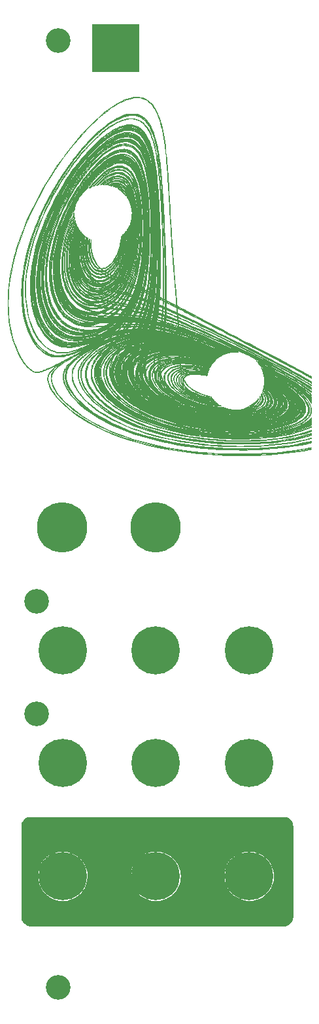
<source format=gbr>
%TF.GenerationSoftware,KiCad,Pcbnew,5.1.10*%
%TF.CreationDate,2021-05-10T15:11:08+02:00*%
%TF.ProjectId,ripples,72697070-6c65-4732-9e6b-696361645f70,rev?*%
%TF.SameCoordinates,Original*%
%TF.FileFunction,Copper,L1,Top*%
%TF.FilePolarity,Positive*%
%FSLAX46Y46*%
G04 Gerber Fmt 4.6, Leading zero omitted, Abs format (unit mm)*
G04 Created by KiCad (PCBNEW 5.1.10) date 2021-05-10 15:11:08*
%MOMM*%
%LPD*%
G01*
G04 APERTURE LIST*
%TA.AperFunction,EtchedComponent*%
%ADD10C,0.010000*%
%TD*%
%TA.AperFunction,ComponentPad*%
%ADD11C,3.200000*%
%TD*%
%TA.AperFunction,ComponentPad*%
%ADD12C,6.250000*%
%TD*%
%TA.AperFunction,ComponentPad*%
%ADD13C,6.511829*%
%TD*%
G04 APERTURE END LIST*
D10*
%TO.C,G\u002A\u002A\u002A*%
G36*
X-4947581Y42136959D02*
G01*
X-4931833Y42134388D01*
X-4879282Y42119346D01*
X-4802720Y42089976D01*
X-4715626Y42051615D01*
X-4681671Y42035348D01*
X-4511067Y41932537D01*
X-4340647Y41793425D01*
X-4176863Y41623578D01*
X-4109304Y41541488D01*
X-4052187Y41465406D01*
X-3996043Y41385038D01*
X-3945813Y41308202D01*
X-3906440Y41242713D01*
X-3882863Y41196389D01*
X-3879240Y41177538D01*
X-3895260Y41188944D01*
X-3930835Y41226448D01*
X-3979329Y41282889D01*
X-3998207Y41305893D01*
X-4141676Y41466795D01*
X-4313720Y41633722D01*
X-4503488Y41797285D01*
X-4700127Y41948095D01*
X-4880554Y42069233D01*
X-4944073Y42109241D01*
X-4974383Y42131280D01*
X-4974535Y42139227D01*
X-4947581Y42136959D01*
G37*
X-4947581Y42136959D02*
X-4931833Y42134388D01*
X-4879282Y42119346D01*
X-4802720Y42089976D01*
X-4715626Y42051615D01*
X-4681671Y42035348D01*
X-4511067Y41932537D01*
X-4340647Y41793425D01*
X-4176863Y41623578D01*
X-4109304Y41541488D01*
X-4052187Y41465406D01*
X-3996043Y41385038D01*
X-3945813Y41308202D01*
X-3906440Y41242713D01*
X-3882863Y41196389D01*
X-3879240Y41177538D01*
X-3895260Y41188944D01*
X-3930835Y41226448D01*
X-3979329Y41282889D01*
X-3998207Y41305893D01*
X-4141676Y41466795D01*
X-4313720Y41633722D01*
X-4503488Y41797285D01*
X-4700127Y41948095D01*
X-4880554Y42069233D01*
X-4944073Y42109241D01*
X-4974383Y42131280D01*
X-4974535Y42139227D01*
X-4947581Y42136959D01*
G36*
X-5104554Y42448958D02*
G01*
X-4879636Y42409804D01*
X-4664412Y42331561D01*
X-4455055Y42212985D01*
X-4329185Y42120788D01*
X-4147908Y41952097D01*
X-3977669Y41743188D01*
X-3818886Y41494823D01*
X-3671977Y41207765D01*
X-3537360Y40882776D01*
X-3415453Y40520617D01*
X-3374715Y40381134D01*
X-3349082Y40284755D01*
X-3334592Y40219096D01*
X-3331225Y40186342D01*
X-3338961Y40188678D01*
X-3357780Y40228291D01*
X-3375701Y40274403D01*
X-3400088Y40333105D01*
X-3438663Y40417946D01*
X-3486094Y40517496D01*
X-3536299Y40618833D01*
X-3595243Y40737012D01*
X-3658478Y40866470D01*
X-3717430Y40989530D01*
X-3754348Y41068449D01*
X-3895311Y41345552D01*
X-4044746Y41582497D01*
X-4203618Y41780785D01*
X-4230721Y41809803D01*
X-4414357Y41981691D01*
X-4477325Y42026417D01*
X-4328583Y42026417D01*
X-4244912Y41936458D01*
X-4192619Y41881312D01*
X-4162862Y41853291D01*
X-4150251Y41847707D01*
X-4148666Y41852788D01*
X-4162834Y41869341D01*
X-4199526Y41905751D01*
X-4238625Y41942746D01*
X-4328583Y42026417D01*
X-4477325Y42026417D01*
X-4573083Y42094433D01*
X-4420421Y42094433D01*
X-4415271Y42082604D01*
X-4393958Y42059881D01*
X-4381706Y42064542D01*
X-4381500Y42067501D01*
X-4396534Y42085404D01*
X-4405937Y42091938D01*
X-4420421Y42094433D01*
X-4573083Y42094433D01*
X-4599823Y42113426D01*
X-4690719Y42157933D01*
X-4505088Y42157933D01*
X-4499938Y42146104D01*
X-4478625Y42123381D01*
X-4466373Y42128042D01*
X-4466166Y42131001D01*
X-4481201Y42148904D01*
X-4490604Y42155438D01*
X-4505088Y42157933D01*
X-4690719Y42157933D01*
X-4791191Y42207128D01*
X-4841928Y42221691D01*
X-4609779Y42221691D01*
X-4606132Y42215121D01*
X-4583829Y42196918D01*
X-4546069Y42169160D01*
X-4531134Y42166726D01*
X-4529666Y42173839D01*
X-4546291Y42189349D01*
X-4577291Y42206756D01*
X-4609779Y42221691D01*
X-4841928Y42221691D01*
X-4899038Y42238083D01*
X-4656666Y42238083D01*
X-4646083Y42227500D01*
X-4635500Y42238083D01*
X-4646083Y42248667D01*
X-4656666Y42238083D01*
X-4899038Y42238083D01*
X-4992529Y42264917D01*
X-5143500Y42285288D01*
X-5231054Y42295165D01*
X-5310226Y42309300D01*
X-5364384Y42324700D01*
X-5365750Y42325281D01*
X-5391510Y42337942D01*
X-5394886Y42345985D01*
X-5370800Y42350412D01*
X-5314174Y42352228D01*
X-5228166Y42352451D01*
X-4976981Y42331657D01*
X-4733399Y42269635D01*
X-4709583Y42261249D01*
X-4695803Y42259374D01*
X-4716258Y42274387D01*
X-4723913Y42278936D01*
X-4846550Y42330137D01*
X-5006667Y42363062D01*
X-5203494Y42377571D01*
X-5271008Y42378309D01*
X-5399343Y42380427D01*
X-5491983Y42387145D01*
X-5547146Y42398167D01*
X-5563053Y42413199D01*
X-5551631Y42424898D01*
X-5522824Y42431735D01*
X-5462578Y42439655D01*
X-5381716Y42447341D01*
X-5342996Y42450268D01*
X-5104554Y42448958D01*
G37*
X-5104554Y42448958D02*
X-4879636Y42409804D01*
X-4664412Y42331561D01*
X-4455055Y42212985D01*
X-4329185Y42120788D01*
X-4147908Y41952097D01*
X-3977669Y41743188D01*
X-3818886Y41494823D01*
X-3671977Y41207765D01*
X-3537360Y40882776D01*
X-3415453Y40520617D01*
X-3374715Y40381134D01*
X-3349082Y40284755D01*
X-3334592Y40219096D01*
X-3331225Y40186342D01*
X-3338961Y40188678D01*
X-3357780Y40228291D01*
X-3375701Y40274403D01*
X-3400088Y40333105D01*
X-3438663Y40417946D01*
X-3486094Y40517496D01*
X-3536299Y40618833D01*
X-3595243Y40737012D01*
X-3658478Y40866470D01*
X-3717430Y40989530D01*
X-3754348Y41068449D01*
X-3895311Y41345552D01*
X-4044746Y41582497D01*
X-4203618Y41780785D01*
X-4230721Y41809803D01*
X-4414357Y41981691D01*
X-4477325Y42026417D01*
X-4328583Y42026417D01*
X-4244912Y41936458D01*
X-4192619Y41881312D01*
X-4162862Y41853291D01*
X-4150251Y41847707D01*
X-4148666Y41852788D01*
X-4162834Y41869341D01*
X-4199526Y41905751D01*
X-4238625Y41942746D01*
X-4328583Y42026417D01*
X-4477325Y42026417D01*
X-4573083Y42094433D01*
X-4420421Y42094433D01*
X-4415271Y42082604D01*
X-4393958Y42059881D01*
X-4381706Y42064542D01*
X-4381500Y42067501D01*
X-4396534Y42085404D01*
X-4405937Y42091938D01*
X-4420421Y42094433D01*
X-4573083Y42094433D01*
X-4599823Y42113426D01*
X-4690719Y42157933D01*
X-4505088Y42157933D01*
X-4499938Y42146104D01*
X-4478625Y42123381D01*
X-4466373Y42128042D01*
X-4466166Y42131001D01*
X-4481201Y42148904D01*
X-4490604Y42155438D01*
X-4505088Y42157933D01*
X-4690719Y42157933D01*
X-4791191Y42207128D01*
X-4841928Y42221691D01*
X-4609779Y42221691D01*
X-4606132Y42215121D01*
X-4583829Y42196918D01*
X-4546069Y42169160D01*
X-4531134Y42166726D01*
X-4529666Y42173839D01*
X-4546291Y42189349D01*
X-4577291Y42206756D01*
X-4609779Y42221691D01*
X-4841928Y42221691D01*
X-4899038Y42238083D01*
X-4656666Y42238083D01*
X-4646083Y42227500D01*
X-4635500Y42238083D01*
X-4646083Y42248667D01*
X-4656666Y42238083D01*
X-4899038Y42238083D01*
X-4992529Y42264917D01*
X-5143500Y42285288D01*
X-5231054Y42295165D01*
X-5310226Y42309300D01*
X-5364384Y42324700D01*
X-5365750Y42325281D01*
X-5391510Y42337942D01*
X-5394886Y42345985D01*
X-5370800Y42350412D01*
X-5314174Y42352228D01*
X-5228166Y42352451D01*
X-4976981Y42331657D01*
X-4733399Y42269635D01*
X-4709583Y42261249D01*
X-4695803Y42259374D01*
X-4716258Y42274387D01*
X-4723913Y42278936D01*
X-4846550Y42330137D01*
X-5006667Y42363062D01*
X-5203494Y42377571D01*
X-5271008Y42378309D01*
X-5399343Y42380427D01*
X-5491983Y42387145D01*
X-5547146Y42398167D01*
X-5563053Y42413199D01*
X-5551631Y42424898D01*
X-5522824Y42431735D01*
X-5462578Y42439655D01*
X-5381716Y42447341D01*
X-5342996Y42450268D01*
X-5104554Y42448958D01*
G36*
X-3302000Y40121417D02*
G01*
X-3312583Y40110833D01*
X-3323166Y40121417D01*
X-3312583Y40132000D01*
X-3302000Y40121417D01*
G37*
X-3302000Y40121417D02*
X-3312583Y40110833D01*
X-3323166Y40121417D01*
X-3312583Y40132000D01*
X-3302000Y40121417D01*
G36*
X-2222500Y57298167D02*
G01*
X-8276166Y57298167D01*
X-8276166Y63373000D01*
X-2222500Y63373000D01*
X-2222500Y57298167D01*
G37*
X-2222500Y57298167D02*
X-8276166Y57298167D01*
X-8276166Y63373000D01*
X-2222500Y63373000D01*
X-2222500Y57298167D01*
G36*
X13006917Y19824474D02*
G01*
X13042429Y19808843D01*
X13111498Y19775139D01*
X13210389Y19725328D01*
X13335368Y19661375D01*
X13482701Y19585246D01*
X13648652Y19498906D01*
X13829489Y19404319D01*
X14021476Y19303451D01*
X14220880Y19198267D01*
X14423965Y19090733D01*
X14626998Y18982813D01*
X14826244Y18876473D01*
X15017968Y18773678D01*
X15198438Y18676394D01*
X15363917Y18586584D01*
X15483417Y18521210D01*
X16070579Y18193631D01*
X16633947Y17869359D01*
X17171613Y17549625D01*
X17681671Y17235657D01*
X18162214Y16928687D01*
X18611336Y16629944D01*
X19027130Y16340660D01*
X19407690Y16062063D01*
X19751109Y15795385D01*
X19912542Y15663361D01*
X20008003Y15582575D01*
X20074740Y15522570D01*
X20117497Y15478205D01*
X20141018Y15444340D01*
X20150048Y15415833D01*
X20150667Y15405321D01*
X20149038Y15362634D01*
X20145375Y15346322D01*
X20128283Y15359423D01*
X20084383Y15395350D01*
X20019158Y15449554D01*
X19938090Y15517487D01*
X19875500Y15570225D01*
X19546456Y15838518D01*
X19185816Y16114262D01*
X18792765Y16397962D01*
X18366488Y16690120D01*
X17906169Y16991241D01*
X17410993Y17301829D01*
X16880146Y17622389D01*
X16312812Y17953424D01*
X15708176Y18295439D01*
X15065423Y18648937D01*
X14383738Y19014423D01*
X13868057Y19285436D01*
X13659012Y19395117D01*
X13485307Y19487825D01*
X13344219Y19565114D01*
X13233027Y19628543D01*
X13149006Y19679666D01*
X13089436Y19720041D01*
X13051594Y19751224D01*
X13049250Y19753543D01*
X13004642Y19802202D01*
X12993253Y19824796D01*
X13006917Y19824474D01*
G37*
X13006917Y19824474D02*
X13042429Y19808843D01*
X13111498Y19775139D01*
X13210389Y19725328D01*
X13335368Y19661375D01*
X13482701Y19585246D01*
X13648652Y19498906D01*
X13829489Y19404319D01*
X14021476Y19303451D01*
X14220880Y19198267D01*
X14423965Y19090733D01*
X14626998Y18982813D01*
X14826244Y18876473D01*
X15017968Y18773678D01*
X15198438Y18676394D01*
X15363917Y18586584D01*
X15483417Y18521210D01*
X16070579Y18193631D01*
X16633947Y17869359D01*
X17171613Y17549625D01*
X17681671Y17235657D01*
X18162214Y16928687D01*
X18611336Y16629944D01*
X19027130Y16340660D01*
X19407690Y16062063D01*
X19751109Y15795385D01*
X19912542Y15663361D01*
X20008003Y15582575D01*
X20074740Y15522570D01*
X20117497Y15478205D01*
X20141018Y15444340D01*
X20150048Y15415833D01*
X20150667Y15405321D01*
X20149038Y15362634D01*
X20145375Y15346322D01*
X20128283Y15359423D01*
X20084383Y15395350D01*
X20019158Y15449554D01*
X19938090Y15517487D01*
X19875500Y15570225D01*
X19546456Y15838518D01*
X19185816Y16114262D01*
X18792765Y16397962D01*
X18366488Y16690120D01*
X17906169Y16991241D01*
X17410993Y17301829D01*
X16880146Y17622389D01*
X16312812Y17953424D01*
X15708176Y18295439D01*
X15065423Y18648937D01*
X14383738Y19014423D01*
X13868057Y19285436D01*
X13659012Y19395117D01*
X13485307Y19487825D01*
X13344219Y19565114D01*
X13233027Y19628543D01*
X13149006Y19679666D01*
X13089436Y19720041D01*
X13051594Y19751224D01*
X13049250Y19753543D01*
X13004642Y19802202D01*
X12993253Y19824796D01*
X13006917Y19824474D01*
G36*
X13219056Y19577023D02*
G01*
X13257561Y19558661D01*
X13328519Y19523002D01*
X13426996Y19472608D01*
X13548058Y19410042D01*
X13686771Y19337864D01*
X13838203Y19258638D01*
X13997419Y19174926D01*
X14159485Y19089289D01*
X14217569Y19058486D01*
X14887304Y18698767D01*
X15517951Y18351335D01*
X16110693Y18015434D01*
X16666715Y17690304D01*
X17187199Y17375187D01*
X17673331Y17069323D01*
X18126294Y16771955D01*
X18547272Y16482323D01*
X18937448Y16199668D01*
X19298008Y15923233D01*
X19630134Y15652258D01*
X19901959Y15415799D01*
X20002492Y15323841D01*
X20073845Y15254257D01*
X20119798Y15202853D01*
X20144129Y15165436D01*
X20150667Y15139822D01*
X20147742Y15120611D01*
X20135737Y15116768D01*
X20109804Y15131424D01*
X20065098Y15167705D01*
X19996771Y15228743D01*
X19958063Y15264168D01*
X19776479Y15426977D01*
X19581045Y15595199D01*
X19383525Y15759017D01*
X19195682Y15908612D01*
X19081750Y15995509D01*
X18999987Y16056056D01*
X18948256Y16093219D01*
X18927011Y16106582D01*
X18936707Y16095728D01*
X18977798Y16060240D01*
X19050740Y15999701D01*
X19155986Y15913694D01*
X19285851Y15808388D01*
X19412207Y15703283D01*
X19553864Y15580732D01*
X19696505Y15453399D01*
X19825814Y15333948D01*
X19872055Y15289804D01*
X20153480Y15017750D01*
X20146782Y14780236D01*
X20140084Y14542723D01*
X20006971Y14708456D01*
X19945014Y14782041D01*
X19861837Y14875798D01*
X19766248Y14980053D01*
X19667052Y15085137D01*
X19615387Y15138515D01*
X19545070Y15210082D01*
X19498787Y15256457D01*
X19477841Y15276415D01*
X19483535Y15268731D01*
X19517173Y15232181D01*
X19527762Y15220879D01*
X19633888Y15104959D01*
X19744866Y14978710D01*
X19853585Y14850629D01*
X19952932Y14729214D01*
X20035796Y14622963D01*
X20085799Y14554071D01*
X20133346Y14469792D01*
X20147256Y14402354D01*
X20146685Y14394303D01*
X20142073Y14365291D01*
X20133039Y14357603D01*
X20114469Y14375159D01*
X20081248Y14421880D01*
X20050541Y14467981D01*
X19971312Y14579262D01*
X19868720Y14710644D01*
X19750330Y14853320D01*
X19623707Y14998484D01*
X19496416Y15137331D01*
X19376022Y15261054D01*
X19334661Y15301309D01*
X19040086Y15571150D01*
X19018715Y15589250D01*
X19145250Y15589250D01*
X19185572Y15541625D01*
X19223102Y15501630D01*
X19239447Y15495856D01*
X19240500Y15501303D01*
X19226226Y15518589D01*
X19192875Y15548928D01*
X19145250Y15589250D01*
X19018715Y15589250D01*
X18893752Y15695083D01*
X19007667Y15695083D01*
X19018250Y15684500D01*
X19028834Y15695083D01*
X19018250Y15705667D01*
X19007667Y15695083D01*
X18893752Y15695083D01*
X18715362Y15846163D01*
X18359466Y16127022D01*
X18242676Y16213506D01*
X18797387Y16213506D01*
X18802643Y16202545D01*
X18814467Y16187208D01*
X18845362Y16154301D01*
X18859153Y16154444D01*
X18859500Y16158158D01*
X18845035Y16175827D01*
X18822459Y16195200D01*
X18797387Y16213506D01*
X18242676Y16213506D01*
X18156924Y16277006D01*
X18712720Y16277006D01*
X18717976Y16266045D01*
X18729800Y16250708D01*
X18760695Y16217801D01*
X18774486Y16217944D01*
X18774834Y16221658D01*
X18760369Y16239327D01*
X18737792Y16258700D01*
X18712720Y16277006D01*
X18156924Y16277006D01*
X18107731Y16313433D01*
X18651245Y16313433D01*
X18656396Y16301604D01*
X18677708Y16278881D01*
X18689961Y16283542D01*
X18690167Y16286501D01*
X18675133Y16304404D01*
X18665730Y16310938D01*
X18651245Y16313433D01*
X18107731Y16313433D01*
X18014002Y16382839D01*
X18564553Y16382839D01*
X18569809Y16371878D01*
X18581634Y16356542D01*
X18612529Y16323634D01*
X18626319Y16323778D01*
X18626667Y16327492D01*
X18612202Y16345160D01*
X18589625Y16364533D01*
X18564553Y16382839D01*
X18014002Y16382839D01*
X17971376Y16414403D01*
X17964422Y16419266D01*
X18503079Y16419266D01*
X18508229Y16407437D01*
X18529542Y16384714D01*
X18541794Y16389375D01*
X18542000Y16392334D01*
X18526966Y16410237D01*
X18517563Y16416771D01*
X18503079Y16419266D01*
X17964422Y16419266D01*
X17873605Y16482766D01*
X18418412Y16482766D01*
X18423562Y16470937D01*
X18444875Y16448214D01*
X18457127Y16452875D01*
X18457334Y16455834D01*
X18442299Y16473737D01*
X18432896Y16480271D01*
X18418412Y16482766D01*
X17873605Y16482766D01*
X17813059Y16525100D01*
X18354912Y16525100D01*
X18360062Y16513271D01*
X18381375Y16490547D01*
X18393627Y16495209D01*
X18393834Y16498168D01*
X18378799Y16516071D01*
X18369396Y16522605D01*
X18354912Y16525100D01*
X17813059Y16525100D01*
X17752514Y16567433D01*
X18291412Y16567433D01*
X18296562Y16555604D01*
X18317875Y16532881D01*
X18330127Y16537542D01*
X18330334Y16540501D01*
X18315299Y16558404D01*
X18305896Y16564938D01*
X18291412Y16567433D01*
X17752514Y16567433D01*
X17698428Y16605250D01*
X18224500Y16605250D01*
X18235084Y16594667D01*
X18245667Y16605250D01*
X18235084Y16615833D01*
X18224500Y16605250D01*
X17698428Y16605250D01*
X17637883Y16647583D01*
X18161000Y16647583D01*
X18171584Y16637000D01*
X18182167Y16647583D01*
X18171584Y16658167D01*
X18161000Y16647583D01*
X17637883Y16647583D01*
X17577336Y16689917D01*
X18097500Y16689917D01*
X18108084Y16679333D01*
X18118667Y16689917D01*
X18108084Y16700500D01*
X18097500Y16689917D01*
X17577336Y16689917D01*
X17550069Y16708982D01*
X17476342Y16757933D01*
X18016245Y16757933D01*
X18021396Y16746104D01*
X18042708Y16723381D01*
X18054961Y16728042D01*
X18055167Y16731001D01*
X18040133Y16748904D01*
X18030730Y16755438D01*
X18016245Y16757933D01*
X17476342Y16757933D01*
X17451264Y16774583D01*
X17970500Y16774583D01*
X17981084Y16764000D01*
X17991667Y16774583D01*
X17981084Y16785167D01*
X17970500Y16774583D01*
X17451264Y16774583D01*
X17387502Y16816917D01*
X17907000Y16816917D01*
X17917584Y16806333D01*
X17928167Y16816917D01*
X17917584Y16827500D01*
X17907000Y16816917D01*
X17387502Y16816917D01*
X17323741Y16859250D01*
X17843500Y16859250D01*
X17854084Y16848667D01*
X17864667Y16859250D01*
X17854084Y16869833D01*
X17843500Y16859250D01*
X17323741Y16859250D01*
X17259980Y16901583D01*
X17780000Y16901583D01*
X17790584Y16891000D01*
X17801167Y16901583D01*
X17790584Y16912167D01*
X17780000Y16901583D01*
X17259980Y16901583D01*
X17196217Y16943917D01*
X17716500Y16943917D01*
X17727084Y16933333D01*
X17737667Y16943917D01*
X17727084Y16954500D01*
X17716500Y16943917D01*
X17196217Y16943917D01*
X17132456Y16986250D01*
X17653000Y16986250D01*
X17663584Y16975667D01*
X17674167Y16986250D01*
X17663584Y16996833D01*
X17653000Y16986250D01*
X17132456Y16986250D01*
X17094523Y17011435D01*
X17067461Y17028583D01*
X17589500Y17028583D01*
X17600084Y17018000D01*
X17610667Y17028583D01*
X17600084Y17039167D01*
X17589500Y17028583D01*
X17067461Y17028583D01*
X16900439Y17134417D01*
X17420167Y17134417D01*
X17430750Y17123833D01*
X17441334Y17134417D01*
X17430750Y17145000D01*
X17420167Y17134417D01*
X16900439Y17134417D01*
X16733418Y17240250D01*
X17250834Y17240250D01*
X17261417Y17229667D01*
X17272000Y17240250D01*
X17261417Y17250833D01*
X17250834Y17240250D01*
X16733418Y17240250D01*
X16603715Y17322436D01*
X16076622Y17642662D01*
X15512224Y17972787D01*
X14909496Y18313488D01*
X14267416Y18665440D01*
X14134050Y18737314D01*
X13567850Y19041622D01*
X13420452Y19262770D01*
X13360374Y19352510D01*
X13305555Y19433678D01*
X13262025Y19497391D01*
X13235814Y19534766D01*
X13235707Y19534912D01*
X13215757Y19567464D01*
X13217883Y19577464D01*
X13219056Y19577023D01*
G37*
X13219056Y19577023D02*
X13257561Y19558661D01*
X13328519Y19523002D01*
X13426996Y19472608D01*
X13548058Y19410042D01*
X13686771Y19337864D01*
X13838203Y19258638D01*
X13997419Y19174926D01*
X14159485Y19089289D01*
X14217569Y19058486D01*
X14887304Y18698767D01*
X15517951Y18351335D01*
X16110693Y18015434D01*
X16666715Y17690304D01*
X17187199Y17375187D01*
X17673331Y17069323D01*
X18126294Y16771955D01*
X18547272Y16482323D01*
X18937448Y16199668D01*
X19298008Y15923233D01*
X19630134Y15652258D01*
X19901959Y15415799D01*
X20002492Y15323841D01*
X20073845Y15254257D01*
X20119798Y15202853D01*
X20144129Y15165436D01*
X20150667Y15139822D01*
X20147742Y15120611D01*
X20135737Y15116768D01*
X20109804Y15131424D01*
X20065098Y15167705D01*
X19996771Y15228743D01*
X19958063Y15264168D01*
X19776479Y15426977D01*
X19581045Y15595199D01*
X19383525Y15759017D01*
X19195682Y15908612D01*
X19081750Y15995509D01*
X18999987Y16056056D01*
X18948256Y16093219D01*
X18927011Y16106582D01*
X18936707Y16095728D01*
X18977798Y16060240D01*
X19050740Y15999701D01*
X19155986Y15913694D01*
X19285851Y15808388D01*
X19412207Y15703283D01*
X19553864Y15580732D01*
X19696505Y15453399D01*
X19825814Y15333948D01*
X19872055Y15289804D01*
X20153480Y15017750D01*
X20146782Y14780236D01*
X20140084Y14542723D01*
X20006971Y14708456D01*
X19945014Y14782041D01*
X19861837Y14875798D01*
X19766248Y14980053D01*
X19667052Y15085137D01*
X19615387Y15138515D01*
X19545070Y15210082D01*
X19498787Y15256457D01*
X19477841Y15276415D01*
X19483535Y15268731D01*
X19517173Y15232181D01*
X19527762Y15220879D01*
X19633888Y15104959D01*
X19744866Y14978710D01*
X19853585Y14850629D01*
X19952932Y14729214D01*
X20035796Y14622963D01*
X20085799Y14554071D01*
X20133346Y14469792D01*
X20147256Y14402354D01*
X20146685Y14394303D01*
X20142073Y14365291D01*
X20133039Y14357603D01*
X20114469Y14375159D01*
X20081248Y14421880D01*
X20050541Y14467981D01*
X19971312Y14579262D01*
X19868720Y14710644D01*
X19750330Y14853320D01*
X19623707Y14998484D01*
X19496416Y15137331D01*
X19376022Y15261054D01*
X19334661Y15301309D01*
X19040086Y15571150D01*
X19018715Y15589250D01*
X19145250Y15589250D01*
X19185572Y15541625D01*
X19223102Y15501630D01*
X19239447Y15495856D01*
X19240500Y15501303D01*
X19226226Y15518589D01*
X19192875Y15548928D01*
X19145250Y15589250D01*
X19018715Y15589250D01*
X18893752Y15695083D01*
X19007667Y15695083D01*
X19018250Y15684500D01*
X19028834Y15695083D01*
X19018250Y15705667D01*
X19007667Y15695083D01*
X18893752Y15695083D01*
X18715362Y15846163D01*
X18359466Y16127022D01*
X18242676Y16213506D01*
X18797387Y16213506D01*
X18802643Y16202545D01*
X18814467Y16187208D01*
X18845362Y16154301D01*
X18859153Y16154444D01*
X18859500Y16158158D01*
X18845035Y16175827D01*
X18822459Y16195200D01*
X18797387Y16213506D01*
X18242676Y16213506D01*
X18156924Y16277006D01*
X18712720Y16277006D01*
X18717976Y16266045D01*
X18729800Y16250708D01*
X18760695Y16217801D01*
X18774486Y16217944D01*
X18774834Y16221658D01*
X18760369Y16239327D01*
X18737792Y16258700D01*
X18712720Y16277006D01*
X18156924Y16277006D01*
X18107731Y16313433D01*
X18651245Y16313433D01*
X18656396Y16301604D01*
X18677708Y16278881D01*
X18689961Y16283542D01*
X18690167Y16286501D01*
X18675133Y16304404D01*
X18665730Y16310938D01*
X18651245Y16313433D01*
X18107731Y16313433D01*
X18014002Y16382839D01*
X18564553Y16382839D01*
X18569809Y16371878D01*
X18581634Y16356542D01*
X18612529Y16323634D01*
X18626319Y16323778D01*
X18626667Y16327492D01*
X18612202Y16345160D01*
X18589625Y16364533D01*
X18564553Y16382839D01*
X18014002Y16382839D01*
X17971376Y16414403D01*
X17964422Y16419266D01*
X18503079Y16419266D01*
X18508229Y16407437D01*
X18529542Y16384714D01*
X18541794Y16389375D01*
X18542000Y16392334D01*
X18526966Y16410237D01*
X18517563Y16416771D01*
X18503079Y16419266D01*
X17964422Y16419266D01*
X17873605Y16482766D01*
X18418412Y16482766D01*
X18423562Y16470937D01*
X18444875Y16448214D01*
X18457127Y16452875D01*
X18457334Y16455834D01*
X18442299Y16473737D01*
X18432896Y16480271D01*
X18418412Y16482766D01*
X17873605Y16482766D01*
X17813059Y16525100D01*
X18354912Y16525100D01*
X18360062Y16513271D01*
X18381375Y16490547D01*
X18393627Y16495209D01*
X18393834Y16498168D01*
X18378799Y16516071D01*
X18369396Y16522605D01*
X18354912Y16525100D01*
X17813059Y16525100D01*
X17752514Y16567433D01*
X18291412Y16567433D01*
X18296562Y16555604D01*
X18317875Y16532881D01*
X18330127Y16537542D01*
X18330334Y16540501D01*
X18315299Y16558404D01*
X18305896Y16564938D01*
X18291412Y16567433D01*
X17752514Y16567433D01*
X17698428Y16605250D01*
X18224500Y16605250D01*
X18235084Y16594667D01*
X18245667Y16605250D01*
X18235084Y16615833D01*
X18224500Y16605250D01*
X17698428Y16605250D01*
X17637883Y16647583D01*
X18161000Y16647583D01*
X18171584Y16637000D01*
X18182167Y16647583D01*
X18171584Y16658167D01*
X18161000Y16647583D01*
X17637883Y16647583D01*
X17577336Y16689917D01*
X18097500Y16689917D01*
X18108084Y16679333D01*
X18118667Y16689917D01*
X18108084Y16700500D01*
X18097500Y16689917D01*
X17577336Y16689917D01*
X17550069Y16708982D01*
X17476342Y16757933D01*
X18016245Y16757933D01*
X18021396Y16746104D01*
X18042708Y16723381D01*
X18054961Y16728042D01*
X18055167Y16731001D01*
X18040133Y16748904D01*
X18030730Y16755438D01*
X18016245Y16757933D01*
X17476342Y16757933D01*
X17451264Y16774583D01*
X17970500Y16774583D01*
X17981084Y16764000D01*
X17991667Y16774583D01*
X17981084Y16785167D01*
X17970500Y16774583D01*
X17451264Y16774583D01*
X17387502Y16816917D01*
X17907000Y16816917D01*
X17917584Y16806333D01*
X17928167Y16816917D01*
X17917584Y16827500D01*
X17907000Y16816917D01*
X17387502Y16816917D01*
X17323741Y16859250D01*
X17843500Y16859250D01*
X17854084Y16848667D01*
X17864667Y16859250D01*
X17854084Y16869833D01*
X17843500Y16859250D01*
X17323741Y16859250D01*
X17259980Y16901583D01*
X17780000Y16901583D01*
X17790584Y16891000D01*
X17801167Y16901583D01*
X17790584Y16912167D01*
X17780000Y16901583D01*
X17259980Y16901583D01*
X17196217Y16943917D01*
X17716500Y16943917D01*
X17727084Y16933333D01*
X17737667Y16943917D01*
X17727084Y16954500D01*
X17716500Y16943917D01*
X17196217Y16943917D01*
X17132456Y16986250D01*
X17653000Y16986250D01*
X17663584Y16975667D01*
X17674167Y16986250D01*
X17663584Y16996833D01*
X17653000Y16986250D01*
X17132456Y16986250D01*
X17094523Y17011435D01*
X17067461Y17028583D01*
X17589500Y17028583D01*
X17600084Y17018000D01*
X17610667Y17028583D01*
X17600084Y17039167D01*
X17589500Y17028583D01*
X17067461Y17028583D01*
X16900439Y17134417D01*
X17420167Y17134417D01*
X17430750Y17123833D01*
X17441334Y17134417D01*
X17430750Y17145000D01*
X17420167Y17134417D01*
X16900439Y17134417D01*
X16733418Y17240250D01*
X17250834Y17240250D01*
X17261417Y17229667D01*
X17272000Y17240250D01*
X17261417Y17250833D01*
X17250834Y17240250D01*
X16733418Y17240250D01*
X16603715Y17322436D01*
X16076622Y17642662D01*
X15512224Y17972787D01*
X14909496Y18313488D01*
X14267416Y18665440D01*
X14134050Y18737314D01*
X13567850Y19041622D01*
X13420452Y19262770D01*
X13360374Y19352510D01*
X13305555Y19433678D01*
X13262025Y19497391D01*
X13235814Y19534766D01*
X13235707Y19534912D01*
X13215757Y19567464D01*
X13217883Y19577464D01*
X13219056Y19577023D01*
G36*
X13262322Y14870069D02*
G01*
X13221298Y14702099D01*
X13139752Y14541184D01*
X13019070Y14388404D01*
X12860640Y14244836D01*
X12665849Y14111558D01*
X12436083Y13989647D01*
X12172729Y13880180D01*
X11877175Y13784236D01*
X11857829Y13778759D01*
X11739782Y13746641D01*
X11657645Y13726583D01*
X11612507Y13718768D01*
X11605457Y13723379D01*
X11637585Y13740598D01*
X11641667Y13742431D01*
X11980884Y13904298D01*
X12278956Y14069586D01*
X12536986Y14238997D01*
X12756074Y14413231D01*
X12857535Y14509750D01*
X12954000Y14509750D01*
X12964584Y14499167D01*
X12975167Y14509750D01*
X12964584Y14520333D01*
X12954000Y14509750D01*
X12857535Y14509750D01*
X12877237Y14528492D01*
X12943163Y14594417D01*
X13017500Y14594417D01*
X13028084Y14583833D01*
X13038667Y14594417D01*
X13028084Y14605000D01*
X13017500Y14594417D01*
X12943163Y14594417D01*
X12949575Y14600828D01*
X12987730Y14636750D01*
X13038667Y14636750D01*
X13049250Y14626167D01*
X13059834Y14636750D01*
X13049250Y14647333D01*
X13038667Y14636750D01*
X12987730Y14636750D01*
X13012277Y14659859D01*
X13034718Y14679083D01*
X13059834Y14679083D01*
X13070417Y14668500D01*
X13081000Y14679083D01*
X13070417Y14689667D01*
X13059834Y14679083D01*
X13034718Y14679083D01*
X13059132Y14699996D01*
X13083928Y14715649D01*
X13085186Y14715601D01*
X13095630Y14723071D01*
X13091908Y14731476D01*
X13092295Y14751392D01*
X13099491Y14753167D01*
X13123019Y14770424D01*
X13132942Y14790208D01*
X13154056Y14828271D01*
X13192469Y14880314D01*
X13210111Y14901333D01*
X13274819Y14975417D01*
X13262322Y14870069D01*
G37*
X13262322Y14870069D02*
X13221298Y14702099D01*
X13139752Y14541184D01*
X13019070Y14388404D01*
X12860640Y14244836D01*
X12665849Y14111558D01*
X12436083Y13989647D01*
X12172729Y13880180D01*
X11877175Y13784236D01*
X11857829Y13778759D01*
X11739782Y13746641D01*
X11657645Y13726583D01*
X11612507Y13718768D01*
X11605457Y13723379D01*
X11637585Y13740598D01*
X11641667Y13742431D01*
X11980884Y13904298D01*
X12278956Y14069586D01*
X12536986Y14238997D01*
X12756074Y14413231D01*
X12857535Y14509750D01*
X12954000Y14509750D01*
X12964584Y14499167D01*
X12975167Y14509750D01*
X12964584Y14520333D01*
X12954000Y14509750D01*
X12857535Y14509750D01*
X12877237Y14528492D01*
X12943163Y14594417D01*
X13017500Y14594417D01*
X13028084Y14583833D01*
X13038667Y14594417D01*
X13028084Y14605000D01*
X13017500Y14594417D01*
X12943163Y14594417D01*
X12949575Y14600828D01*
X12987730Y14636750D01*
X13038667Y14636750D01*
X13049250Y14626167D01*
X13059834Y14636750D01*
X13049250Y14647333D01*
X13038667Y14636750D01*
X12987730Y14636750D01*
X13012277Y14659859D01*
X13034718Y14679083D01*
X13059834Y14679083D01*
X13070417Y14668500D01*
X13081000Y14679083D01*
X13070417Y14689667D01*
X13059834Y14679083D01*
X13034718Y14679083D01*
X13059132Y14699996D01*
X13083928Y14715649D01*
X13085186Y14715601D01*
X13095630Y14723071D01*
X13091908Y14731476D01*
X13092295Y14751392D01*
X13099491Y14753167D01*
X13123019Y14770424D01*
X13132942Y14790208D01*
X13154056Y14828271D01*
X13192469Y14880314D01*
X13210111Y14901333D01*
X13274819Y14975417D01*
X13262322Y14870069D01*
G36*
X11571111Y13708945D02*
G01*
X11568206Y13696361D01*
X11557000Y13694833D01*
X11539578Y13702578D01*
X11542889Y13708945D01*
X11568009Y13711478D01*
X11571111Y13708945D01*
G37*
X11571111Y13708945D02*
X11568206Y13696361D01*
X11557000Y13694833D01*
X11539578Y13702578D01*
X11542889Y13708945D01*
X11568009Y13711478D01*
X11571111Y13708945D01*
G36*
X-2266468Y53942763D02*
G01*
X-1989887Y53912803D01*
X-1735655Y53859873D01*
X-1685756Y53845756D01*
X-1460177Y53760769D01*
X-1228911Y53640393D01*
X-998925Y53489638D01*
X-777189Y53313512D01*
X-570670Y53117023D01*
X-398335Y52920360D01*
X-264355Y52736439D01*
X-127157Y52518801D01*
X9017Y52275401D01*
X139922Y52014193D01*
X261316Y51743130D01*
X354540Y51509083D01*
X474945Y51168802D01*
X588137Y50809499D01*
X694527Y50428972D01*
X794527Y50025020D01*
X888549Y49595444D01*
X977003Y49138041D01*
X1060302Y48650611D01*
X1138857Y48130953D01*
X1213080Y47576865D01*
X1283381Y46986147D01*
X1350172Y46356598D01*
X1385355Y45995167D01*
X1405662Y45776768D01*
X1425434Y45556591D01*
X1444834Y45332247D01*
X1464021Y45101348D01*
X1483159Y44861507D01*
X1502407Y44610336D01*
X1521927Y44345446D01*
X1541881Y44064450D01*
X1562430Y43764960D01*
X1583736Y43444588D01*
X1605959Y43100946D01*
X1629261Y42731646D01*
X1653804Y42334301D01*
X1679748Y41906522D01*
X1707255Y41445922D01*
X1736486Y40950112D01*
X1767603Y40416705D01*
X1799378Y39867417D01*
X1839423Y39175592D01*
X1877581Y38522644D01*
X1914088Y37905169D01*
X1949180Y37319763D01*
X1983093Y36763022D01*
X2016060Y36231543D01*
X2048319Y35721922D01*
X2080104Y35230755D01*
X2111650Y34754639D01*
X2143193Y34290170D01*
X2174968Y33833944D01*
X2207211Y33382557D01*
X2240157Y32932607D01*
X2274041Y32480688D01*
X2309098Y32023398D01*
X2345565Y31557333D01*
X2383676Y31079089D01*
X2423667Y30585263D01*
X2465773Y30072450D01*
X2510229Y29537247D01*
X2530164Y29298927D01*
X2560706Y28934637D01*
X2587940Y28610208D01*
X2612079Y28323312D01*
X2633337Y28071623D01*
X2651926Y27852816D01*
X2668060Y27664563D01*
X2681950Y27504539D01*
X2693811Y27370416D01*
X2703854Y27259868D01*
X2712293Y27170570D01*
X2719341Y27100194D01*
X2725210Y27046414D01*
X2730113Y27006903D01*
X2734264Y26979336D01*
X2737875Y26961385D01*
X2741159Y26950725D01*
X2744329Y26945029D01*
X2745701Y26943535D01*
X2767638Y26930490D01*
X2822884Y26900187D01*
X2907184Y26854887D01*
X3016285Y26796854D01*
X3145931Y26728349D01*
X3291868Y26651636D01*
X3449842Y26568976D01*
X3460750Y26563282D01*
X3578248Y26501876D01*
X3729547Y26422677D01*
X3910985Y26327607D01*
X4118900Y26218589D01*
X4349630Y26097543D01*
X4599514Y25966392D01*
X4864890Y25827059D01*
X5142096Y25681465D01*
X5427471Y25531533D01*
X5717352Y25379184D01*
X6008078Y25226341D01*
X6180667Y25135581D01*
X6766977Y24827307D01*
X7320243Y24536594D01*
X7844820Y24261166D01*
X8345060Y23998749D01*
X8825320Y23747067D01*
X9289953Y23503846D01*
X9743313Y23266810D01*
X10189755Y23033683D01*
X10633633Y22802192D01*
X11079302Y22570061D01*
X11531115Y22335014D01*
X11993428Y22094777D01*
X12470594Y21847075D01*
X12966968Y21589632D01*
X13006917Y21568921D01*
X13621907Y21249888D01*
X14200844Y20949103D01*
X14745430Y20665673D01*
X15257370Y20398703D01*
X15738367Y20147299D01*
X16190124Y19910566D01*
X16614345Y19687609D01*
X17012734Y19477535D01*
X17386994Y19279447D01*
X17738829Y19092453D01*
X18069943Y18915657D01*
X18382039Y18748165D01*
X18499667Y18684796D01*
X18696804Y18578225D01*
X18894968Y18470633D01*
X19090537Y18364023D01*
X19279889Y18260396D01*
X19459401Y18161755D01*
X19625452Y18070102D01*
X19774420Y17987439D01*
X19902682Y17915768D01*
X20006616Y17857090D01*
X20082600Y17813409D01*
X20127012Y17786726D01*
X20136777Y17779922D01*
X20148691Y17746982D01*
X20147360Y17729510D01*
X20137214Y17717028D01*
X20111106Y17720442D01*
X20062824Y17741969D01*
X19986156Y17783830D01*
X19970750Y17792614D01*
X19883390Y17841977D01*
X19763552Y17908737D01*
X19616058Y17990264D01*
X19445727Y18083932D01*
X19257381Y18187112D01*
X19055840Y18297176D01*
X18845925Y18411497D01*
X18632457Y18527447D01*
X18420256Y18642397D01*
X18214143Y18753721D01*
X18018939Y18858790D01*
X17839464Y18954975D01*
X17790584Y18981080D01*
X17641518Y19060574D01*
X17496577Y19137774D01*
X17353945Y19213630D01*
X17211801Y19289092D01*
X17068329Y19365110D01*
X16921711Y19442634D01*
X16770128Y19522614D01*
X16611763Y19606001D01*
X16444797Y19693744D01*
X16267413Y19786794D01*
X16077793Y19886102D01*
X15874118Y19992616D01*
X15654571Y20107287D01*
X15417334Y20231066D01*
X15160588Y20364903D01*
X14882516Y20509747D01*
X14581300Y20666549D01*
X14255121Y20836260D01*
X13902163Y21019828D01*
X13520606Y21218205D01*
X13108633Y21432340D01*
X12664425Y21663184D01*
X12186166Y21911687D01*
X11705167Y22161587D01*
X11381982Y22329518D01*
X11077244Y22487931D01*
X10787695Y22638533D01*
X10510074Y22783027D01*
X10241122Y22923120D01*
X9977579Y23060517D01*
X9716184Y23196923D01*
X9453679Y23334043D01*
X9186804Y23473583D01*
X8912298Y23617249D01*
X8626903Y23766745D01*
X8327357Y23923777D01*
X8010403Y24090050D01*
X7672779Y24267270D01*
X7311226Y24457142D01*
X6922484Y24661371D01*
X6503295Y24881663D01*
X6050396Y25119723D01*
X5979584Y25156949D01*
X5569474Y25372534D01*
X5195205Y25569255D01*
X4855154Y25747961D01*
X4547697Y25909498D01*
X4271211Y26054714D01*
X4024071Y26184456D01*
X3804656Y26299572D01*
X3611340Y26400909D01*
X3442500Y26489314D01*
X3296513Y26565634D01*
X3171756Y26630717D01*
X3066604Y26685411D01*
X2979434Y26730562D01*
X2908623Y26767017D01*
X2852547Y26795625D01*
X2809583Y26817233D01*
X2778106Y26832687D01*
X2756494Y26842836D01*
X2743123Y26848526D01*
X2736369Y26850605D01*
X2734762Y26850424D01*
X2734492Y26827887D01*
X2741225Y26794206D01*
X2752197Y26774706D01*
X2778607Y26750523D01*
X2824427Y26719288D01*
X2893627Y26678634D01*
X2990179Y26626192D01*
X3118056Y26559593D01*
X3233485Y26500667D01*
X3366228Y26433171D01*
X3509280Y26360221D01*
X3664374Y26280920D01*
X3833244Y26194374D01*
X4017624Y26099688D01*
X4219246Y25995968D01*
X4439843Y25882318D01*
X4681150Y25757843D01*
X4944899Y25621648D01*
X5232823Y25472839D01*
X5546656Y25310521D01*
X5888131Y25133799D01*
X6258981Y24941777D01*
X6660941Y24733562D01*
X7095742Y24508257D01*
X7565118Y24264968D01*
X7926917Y24077402D01*
X8263675Y23902823D01*
X8608168Y23724266D01*
X8956570Y23543713D01*
X9305058Y23363144D01*
X9649807Y23184541D01*
X9986992Y23009883D01*
X10312790Y22841151D01*
X10623377Y22680326D01*
X10914927Y22529390D01*
X11183616Y22390321D01*
X11425621Y22265101D01*
X11637117Y22155711D01*
X11789834Y22076763D01*
X12402316Y21760129D01*
X12978832Y21461851D01*
X13521110Y21181017D01*
X14030877Y20916713D01*
X14509861Y20668027D01*
X14959790Y20434046D01*
X15382390Y20213858D01*
X15779391Y20006549D01*
X16152520Y19811207D01*
X16503504Y19626919D01*
X16834072Y19452773D01*
X17145950Y19287856D01*
X17440866Y19131254D01*
X17720549Y18982056D01*
X17986725Y18839348D01*
X18241123Y18702218D01*
X18485471Y18569753D01*
X18721495Y18441041D01*
X18950924Y18315167D01*
X19175485Y18191221D01*
X19396906Y18068289D01*
X19616915Y17945458D01*
X19732625Y17880599D01*
X19879559Y17797074D01*
X19991618Y17730832D01*
X20071672Y17679995D01*
X20122594Y17642685D01*
X20147256Y17617023D01*
X20150667Y17607150D01*
X20146724Y17574649D01*
X20141999Y17568333D01*
X20121819Y17578262D01*
X20070341Y17606015D01*
X19993094Y17648541D01*
X19895610Y17702789D01*
X19783419Y17765708D01*
X19745124Y17787282D01*
X19541046Y17902083D01*
X19336300Y18016622D01*
X19129260Y18131761D01*
X18918300Y18248356D01*
X18701793Y18367269D01*
X18478113Y18489356D01*
X18245635Y18615479D01*
X18002732Y18746496D01*
X17747779Y18883265D01*
X17479149Y19026647D01*
X17195215Y19177499D01*
X16894353Y19336682D01*
X16574935Y19505054D01*
X16235336Y19683474D01*
X15873930Y19872802D01*
X15489090Y20073896D01*
X15079191Y20287616D01*
X14642606Y20514820D01*
X14177709Y20756368D01*
X13682875Y21013119D01*
X13156476Y21285932D01*
X12596888Y21575666D01*
X12002483Y21883181D01*
X11525250Y22129932D01*
X11297751Y22247569D01*
X11037096Y22382415D01*
X10747705Y22532180D01*
X10433999Y22694575D01*
X10100397Y22867310D01*
X9751320Y23048096D01*
X9391187Y23234643D01*
X9024419Y23424662D01*
X8655436Y23615863D01*
X8288657Y23805957D01*
X7928504Y23992654D01*
X7579395Y24173666D01*
X7408334Y24262376D01*
X6848054Y24552845D01*
X6323073Y24824796D01*
X5833539Y25078151D01*
X5379601Y25312835D01*
X4961406Y25528773D01*
X4579102Y25725888D01*
X4232837Y25904105D01*
X3922761Y26063347D01*
X3649019Y26203538D01*
X3411762Y26324603D01*
X3211136Y26426465D01*
X3047291Y26509048D01*
X2920373Y26572277D01*
X2830531Y26616076D01*
X2777914Y26640368D01*
X2762568Y26645624D01*
X2761221Y26622659D01*
X2763239Y26565234D01*
X2768207Y26481053D01*
X2775714Y26377822D01*
X2779352Y26332717D01*
X2804584Y26028258D01*
X3111500Y25885983D01*
X3388003Y25757388D01*
X3664824Y25627764D01*
X3944888Y25495693D01*
X4231120Y25359755D01*
X4526442Y25218531D01*
X4833779Y25070602D01*
X5156056Y24914550D01*
X5496196Y24748955D01*
X5857123Y24572398D01*
X6241761Y24383460D01*
X6653034Y24180723D01*
X7093866Y23962766D01*
X7567182Y23728172D01*
X7969250Y23528527D01*
X8954588Y23037874D01*
X9901489Y22564235D01*
X10810217Y22107470D01*
X11681039Y21667441D01*
X12514219Y21244008D01*
X13310024Y20837032D01*
X14068717Y20446374D01*
X14790566Y20071894D01*
X15475834Y19713455D01*
X16124787Y19370916D01*
X16737692Y19044139D01*
X17314812Y18732984D01*
X17856413Y18437312D01*
X18362761Y18156985D01*
X18834121Y17891863D01*
X19270758Y17641807D01*
X19672937Y17406678D01*
X19870209Y17289265D01*
X20150667Y17121227D01*
X20150667Y16918233D01*
X19931041Y17049750D01*
X20108334Y17049750D01*
X20118917Y17039167D01*
X20129500Y17049750D01*
X20118917Y17060333D01*
X20108334Y17049750D01*
X19931041Y17049750D01*
X19852803Y17096600D01*
X20048245Y17096600D01*
X20053396Y17084771D01*
X20074708Y17062047D01*
X20086961Y17066709D01*
X20087167Y17069668D01*
X20072133Y17087571D01*
X20062730Y17094105D01*
X20048245Y17096600D01*
X19852803Y17096600D01*
X19824998Y17113250D01*
X20002500Y17113250D01*
X20013084Y17102667D01*
X20023667Y17113250D01*
X20013084Y17123833D01*
X20002500Y17113250D01*
X19824998Y17113250D01*
X19746760Y17160100D01*
X19942412Y17160100D01*
X19947562Y17148271D01*
X19968875Y17125547D01*
X19981127Y17130209D01*
X19981334Y17133168D01*
X19966299Y17151071D01*
X19956896Y17157605D01*
X19942412Y17160100D01*
X19746760Y17160100D01*
X19718955Y17176750D01*
X19896667Y17176750D01*
X19907250Y17166167D01*
X19917834Y17176750D01*
X19907250Y17187333D01*
X19896667Y17176750D01*
X19718955Y17176750D01*
X19683607Y17197917D01*
X19854334Y17197917D01*
X19864917Y17187333D01*
X19875500Y17197917D01*
X19864917Y17208500D01*
X19854334Y17197917D01*
X19683607Y17197917D01*
X19658542Y17212926D01*
X19612502Y17240250D01*
X19790834Y17240250D01*
X19801417Y17229667D01*
X19812000Y17240250D01*
X19801417Y17250833D01*
X19790834Y17240250D01*
X19612502Y17240250D01*
X19505505Y17303750D01*
X19685000Y17303750D01*
X19695584Y17293167D01*
X19706167Y17303750D01*
X19695584Y17314333D01*
X19685000Y17303750D01*
X19505505Y17303750D01*
X19469838Y17324917D01*
X19642667Y17324917D01*
X19653250Y17314333D01*
X19663834Y17324917D01*
X19653250Y17335500D01*
X19642667Y17324917D01*
X19469838Y17324917D01*
X19398506Y17367250D01*
X19579167Y17367250D01*
X19589750Y17356667D01*
X19600334Y17367250D01*
X19589750Y17377833D01*
X19579167Y17367250D01*
X19398506Y17367250D01*
X19362839Y17388417D01*
X19536834Y17388417D01*
X19547417Y17377833D01*
X19558000Y17388417D01*
X19547417Y17399000D01*
X19536834Y17388417D01*
X19362839Y17388417D01*
X19304081Y17423288D01*
X19291289Y17430750D01*
X19473334Y17430750D01*
X19483917Y17420167D01*
X19494500Y17430750D01*
X19483917Y17441333D01*
X19473334Y17430750D01*
X19291289Y17430750D01*
X19255002Y17451917D01*
X19431000Y17451917D01*
X19441584Y17441333D01*
X19452167Y17451917D01*
X19441584Y17462500D01*
X19431000Y17451917D01*
X19255002Y17451917D01*
X19146142Y17515417D01*
X19325167Y17515417D01*
X19335750Y17504833D01*
X19346334Y17515417D01*
X19335750Y17526000D01*
X19325167Y17515417D01*
X19146142Y17515417D01*
X19109856Y17536583D01*
X19282834Y17536583D01*
X19293417Y17526000D01*
X19304000Y17536583D01*
X19293417Y17547167D01*
X19282834Y17536583D01*
X19109856Y17536583D01*
X19037281Y17578917D01*
X19219334Y17578917D01*
X19229917Y17568333D01*
X19240500Y17578917D01*
X19229917Y17589500D01*
X19219334Y17578917D01*
X19037281Y17578917D01*
X19000995Y17600083D01*
X19177000Y17600083D01*
X19187584Y17589500D01*
X19198167Y17600083D01*
X19187584Y17610667D01*
X19177000Y17600083D01*
X19000995Y17600083D01*
X18933420Y17639500D01*
X18891454Y17663583D01*
X19071167Y17663583D01*
X19081750Y17653000D01*
X19092334Y17663583D01*
X19081750Y17674167D01*
X19071167Y17663583D01*
X18891454Y17663583D01*
X18854569Y17684750D01*
X19028834Y17684750D01*
X19039417Y17674167D01*
X19050000Y17684750D01*
X19039417Y17695333D01*
X19028834Y17684750D01*
X18854569Y17684750D01*
X18743914Y17748250D01*
X18923000Y17748250D01*
X18933584Y17737667D01*
X18944167Y17748250D01*
X18933584Y17758833D01*
X18923000Y17748250D01*
X18743914Y17748250D01*
X18596373Y17832917D01*
X18774834Y17832917D01*
X18785417Y17822333D01*
X18796000Y17832917D01*
X18785417Y17843500D01*
X18774834Y17832917D01*
X18596373Y17832917D01*
X18545248Y17862255D01*
X18447340Y17917583D01*
X18626667Y17917583D01*
X18637250Y17907000D01*
X18647834Y17917583D01*
X18637250Y17928167D01*
X18626667Y17917583D01*
X18447340Y17917583D01*
X18297512Y18002250D01*
X18478500Y18002250D01*
X18489084Y17991667D01*
X18499667Y18002250D01*
X18489084Y18012833D01*
X18478500Y18002250D01*
X18297512Y18002250D01*
X18138255Y18092245D01*
X18109822Y18108083D01*
X18288000Y18108083D01*
X18298584Y18097500D01*
X18309167Y18108083D01*
X18298584Y18118667D01*
X18288000Y18108083D01*
X18109822Y18108083D01*
X17729821Y18319750D01*
X17907000Y18319750D01*
X17917584Y18309167D01*
X17928167Y18319750D01*
X17917584Y18330333D01*
X17907000Y18319750D01*
X17729821Y18319750D01*
X17711128Y18330162D01*
X17537513Y18425583D01*
X17716500Y18425583D01*
X17727084Y18415000D01*
X17737667Y18425583D01*
X17727084Y18436167D01*
X17716500Y18425583D01*
X17537513Y18425583D01*
X17262559Y18576700D01*
X17073031Y18679583D01*
X17250834Y18679583D01*
X17261417Y18669000D01*
X17272000Y18679583D01*
X17261417Y18690167D01*
X17250834Y18679583D01*
X17073031Y18679583D01*
X16791236Y18832551D01*
X16295848Y19098407D01*
X15775085Y19374962D01*
X15227636Y19662907D01*
X14652191Y19962936D01*
X14047438Y20275741D01*
X13412068Y20602015D01*
X12744769Y20942450D01*
X12044230Y21297739D01*
X11309142Y21668574D01*
X11022978Y21812250D01*
X11218334Y21812250D01*
X11228917Y21801667D01*
X11239500Y21812250D01*
X11228917Y21822833D01*
X11218334Y21812250D01*
X11022978Y21812250D01*
X10980819Y21833417D01*
X11176000Y21833417D01*
X11186584Y21822833D01*
X11197167Y21833417D01*
X11186584Y21844000D01*
X11176000Y21833417D01*
X10980819Y21833417D01*
X10938662Y21854583D01*
X11133667Y21854583D01*
X11144250Y21844000D01*
X11154834Y21854583D01*
X11144250Y21865167D01*
X11133667Y21854583D01*
X10938662Y21854583D01*
X10896503Y21875750D01*
X11091334Y21875750D01*
X11101917Y21865167D01*
X11112500Y21875750D01*
X11101917Y21886333D01*
X11091334Y21875750D01*
X10896503Y21875750D01*
X10854344Y21896917D01*
X11049000Y21896917D01*
X11059584Y21886333D01*
X11070167Y21896917D01*
X11059584Y21907500D01*
X11049000Y21896917D01*
X10854344Y21896917D01*
X10812187Y21918083D01*
X11006667Y21918083D01*
X11017250Y21907500D01*
X11027834Y21918083D01*
X11017250Y21928667D01*
X11006667Y21918083D01*
X10812187Y21918083D01*
X10770028Y21939250D01*
X10964334Y21939250D01*
X10974917Y21928667D01*
X10985500Y21939250D01*
X10974917Y21949833D01*
X10964334Y21939250D01*
X10770028Y21939250D01*
X10727869Y21960417D01*
X10922000Y21960417D01*
X10932584Y21949833D01*
X10943167Y21960417D01*
X10932584Y21971000D01*
X10922000Y21960417D01*
X10727869Y21960417D01*
X10685712Y21981583D01*
X10879667Y21981583D01*
X10890250Y21971000D01*
X10900834Y21981583D01*
X10890250Y21992167D01*
X10879667Y21981583D01*
X10685712Y21981583D01*
X10643552Y22002750D01*
X10837334Y22002750D01*
X10847917Y21992167D01*
X10858500Y22002750D01*
X10847917Y22013333D01*
X10837334Y22002750D01*
X10643552Y22002750D01*
X10538193Y22055648D01*
X9730073Y22459655D01*
X9725947Y22461713D01*
X9113481Y22766893D01*
X8563933Y23039917D01*
X8763000Y23039917D01*
X8773584Y23029333D01*
X8784167Y23039917D01*
X8773584Y23050500D01*
X8763000Y23039917D01*
X8563933Y23039917D01*
X8536302Y23053644D01*
X8521279Y23061083D01*
X8720667Y23061083D01*
X8731250Y23050500D01*
X8741834Y23061083D01*
X8731250Y23071667D01*
X8720667Y23061083D01*
X8521279Y23061083D01*
X8478530Y23082250D01*
X8678334Y23082250D01*
X8688917Y23071667D01*
X8699500Y23082250D01*
X8688917Y23092833D01*
X8678334Y23082250D01*
X8478530Y23082250D01*
X8435780Y23103417D01*
X8636000Y23103417D01*
X8646584Y23092833D01*
X8657167Y23103417D01*
X8646584Y23114000D01*
X8636000Y23103417D01*
X8435780Y23103417D01*
X8393032Y23124583D01*
X8593667Y23124583D01*
X8604250Y23114000D01*
X8614834Y23124583D01*
X8604250Y23135167D01*
X8593667Y23124583D01*
X8393032Y23124583D01*
X8350282Y23145750D01*
X8551334Y23145750D01*
X8561917Y23135167D01*
X8572500Y23145750D01*
X8561917Y23156333D01*
X8551334Y23145750D01*
X8350282Y23145750D01*
X8307532Y23166917D01*
X8509000Y23166917D01*
X8519584Y23156333D01*
X8530167Y23166917D01*
X8519584Y23177500D01*
X8509000Y23166917D01*
X8307532Y23166917D01*
X8264784Y23188083D01*
X8466667Y23188083D01*
X8477250Y23177500D01*
X8487834Y23188083D01*
X8477250Y23198667D01*
X8466667Y23188083D01*
X8264784Y23188083D01*
X8222034Y23209250D01*
X8424334Y23209250D01*
X8434917Y23198667D01*
X8445500Y23209250D01*
X8434917Y23219833D01*
X8424334Y23209250D01*
X8222034Y23209250D01*
X8179284Y23230417D01*
X8382000Y23230417D01*
X8392584Y23219833D01*
X8403167Y23230417D01*
X8392584Y23241000D01*
X8382000Y23230417D01*
X8179284Y23230417D01*
X8136536Y23251583D01*
X8339667Y23251583D01*
X8350250Y23241000D01*
X8360834Y23251583D01*
X8350250Y23262167D01*
X8339667Y23251583D01*
X8136536Y23251583D01*
X8093786Y23272750D01*
X8297334Y23272750D01*
X8307917Y23262167D01*
X8318500Y23272750D01*
X8307917Y23283333D01*
X8297334Y23272750D01*
X8093786Y23272750D01*
X8051036Y23293917D01*
X8255000Y23293917D01*
X8265584Y23283333D01*
X8276167Y23293917D01*
X8265584Y23304500D01*
X8255000Y23293917D01*
X8051036Y23293917D01*
X8008288Y23315083D01*
X8212667Y23315083D01*
X8223250Y23304500D01*
X8233834Y23315083D01*
X8223250Y23325667D01*
X8212667Y23315083D01*
X8008288Y23315083D01*
X7992144Y23323076D01*
X7965435Y23336250D01*
X8170334Y23336250D01*
X8180917Y23325667D01*
X8191500Y23336250D01*
X8180917Y23346833D01*
X8170334Y23336250D01*
X7965435Y23336250D01*
X7922520Y23357417D01*
X8128000Y23357417D01*
X8138584Y23346833D01*
X8149167Y23357417D01*
X8138584Y23368000D01*
X8128000Y23357417D01*
X7922520Y23357417D01*
X7879606Y23378583D01*
X8085667Y23378583D01*
X8096250Y23368000D01*
X8106834Y23378583D01*
X8096250Y23389167D01*
X8085667Y23378583D01*
X7879606Y23378583D01*
X7836690Y23399750D01*
X8043334Y23399750D01*
X8053917Y23389167D01*
X8064500Y23399750D01*
X8053917Y23410333D01*
X8043334Y23399750D01*
X7836690Y23399750D01*
X7793774Y23420917D01*
X8001000Y23420917D01*
X8011584Y23410333D01*
X8022167Y23420917D01*
X8011584Y23431500D01*
X8001000Y23420917D01*
X7793774Y23420917D01*
X7750860Y23442083D01*
X7958667Y23442083D01*
X7969250Y23431500D01*
X7979834Y23442083D01*
X7969250Y23452667D01*
X7958667Y23442083D01*
X7750860Y23442083D01*
X7707944Y23463250D01*
X7916334Y23463250D01*
X7926917Y23452667D01*
X7937500Y23463250D01*
X7926917Y23473833D01*
X7916334Y23463250D01*
X7707944Y23463250D01*
X7665028Y23484417D01*
X7874000Y23484417D01*
X7884584Y23473833D01*
X7895167Y23484417D01*
X7884584Y23495000D01*
X7874000Y23484417D01*
X7665028Y23484417D01*
X7622114Y23505583D01*
X7831667Y23505583D01*
X7842250Y23495000D01*
X7852834Y23505583D01*
X7842250Y23516167D01*
X7831667Y23505583D01*
X7622114Y23505583D01*
X7579198Y23526750D01*
X7789334Y23526750D01*
X7799917Y23516167D01*
X7810500Y23526750D01*
X7799917Y23537333D01*
X7789334Y23526750D01*
X7579198Y23526750D01*
X7536282Y23547917D01*
X7747000Y23547917D01*
X7757584Y23537333D01*
X7768167Y23547917D01*
X7757584Y23558500D01*
X7747000Y23547917D01*
X7536282Y23547917D01*
X7493368Y23569083D01*
X7704667Y23569083D01*
X7715250Y23558500D01*
X7725834Y23569083D01*
X7715250Y23579667D01*
X7704667Y23569083D01*
X7493368Y23569083D01*
X7478739Y23576298D01*
X7450328Y23590250D01*
X7662334Y23590250D01*
X7672917Y23579667D01*
X7683500Y23590250D01*
X7672917Y23600833D01*
X7662334Y23590250D01*
X7450328Y23590250D01*
X7407224Y23611417D01*
X7620000Y23611417D01*
X7630584Y23600833D01*
X7641167Y23611417D01*
X7630584Y23622000D01*
X7620000Y23611417D01*
X7407224Y23611417D01*
X7364122Y23632583D01*
X7577667Y23632583D01*
X7588250Y23622000D01*
X7598834Y23632583D01*
X7588250Y23643167D01*
X7577667Y23632583D01*
X7364122Y23632583D01*
X7321017Y23653750D01*
X7535334Y23653750D01*
X7545917Y23643167D01*
X7556500Y23653750D01*
X7545917Y23664333D01*
X7535334Y23653750D01*
X7321017Y23653750D01*
X7277912Y23674917D01*
X7493000Y23674917D01*
X7503584Y23664333D01*
X7514167Y23674917D01*
X7503584Y23685500D01*
X7493000Y23674917D01*
X7277912Y23674917D01*
X7234809Y23696083D01*
X7450667Y23696083D01*
X7461250Y23685500D01*
X7471834Y23696083D01*
X7461250Y23706667D01*
X7450667Y23696083D01*
X7234809Y23696083D01*
X7191704Y23717250D01*
X7408334Y23717250D01*
X7418917Y23706667D01*
X7429500Y23717250D01*
X7418917Y23727833D01*
X7408334Y23717250D01*
X7191704Y23717250D01*
X7148599Y23738417D01*
X7366000Y23738417D01*
X7376584Y23727833D01*
X7387167Y23738417D01*
X7376584Y23749000D01*
X7366000Y23738417D01*
X7148599Y23738417D01*
X7105496Y23759583D01*
X7323667Y23759583D01*
X7334250Y23749000D01*
X7344834Y23759583D01*
X7334250Y23770167D01*
X7323667Y23759583D01*
X7105496Y23759583D01*
X7062391Y23780750D01*
X7281334Y23780750D01*
X7291917Y23770167D01*
X7302500Y23780750D01*
X7291917Y23791333D01*
X7281334Y23780750D01*
X7062391Y23780750D01*
X7019286Y23801917D01*
X7239000Y23801917D01*
X7249584Y23791333D01*
X7260167Y23801917D01*
X7249584Y23812500D01*
X7239000Y23801917D01*
X7019286Y23801917D01*
X6993822Y23814421D01*
X6976095Y23823083D01*
X7196667Y23823083D01*
X7207250Y23812500D01*
X7217834Y23823083D01*
X7207250Y23833667D01*
X7196667Y23823083D01*
X6976095Y23823083D01*
X6535125Y24038554D01*
X6307948Y24148946D01*
X6551084Y24148946D01*
X6561639Y24139967D01*
X6604303Y24115121D01*
X6673354Y24077540D01*
X6763072Y24030358D01*
X6836834Y23992417D01*
X6941467Y23939687D01*
X7033436Y23894535D01*
X7105931Y23860209D01*
X7152137Y23839961D01*
X7164917Y23835888D01*
X7154361Y23844866D01*
X7111697Y23869713D01*
X7042646Y23907294D01*
X6952928Y23954475D01*
X6879167Y23992417D01*
X6774534Y24045146D01*
X6682564Y24090299D01*
X6610070Y24124624D01*
X6563863Y24144872D01*
X6551084Y24148946D01*
X6307948Y24148946D01*
X6281598Y24161750D01*
X6498167Y24161750D01*
X6508750Y24151167D01*
X6519334Y24161750D01*
X6508750Y24172333D01*
X6498167Y24161750D01*
X6281598Y24161750D01*
X6238038Y24182917D01*
X6455834Y24182917D01*
X6466417Y24172333D01*
X6477000Y24182917D01*
X6466417Y24193500D01*
X6455834Y24182917D01*
X6238038Y24182917D01*
X6194479Y24204083D01*
X6413500Y24204083D01*
X6424084Y24193500D01*
X6434667Y24204083D01*
X6424084Y24214667D01*
X6413500Y24204083D01*
X6194479Y24204083D01*
X6150918Y24225250D01*
X6371167Y24225250D01*
X6381750Y24214667D01*
X6392334Y24225250D01*
X6381750Y24235833D01*
X6371167Y24225250D01*
X6150918Y24225250D01*
X6107357Y24246417D01*
X6328834Y24246417D01*
X6339417Y24235833D01*
X6350000Y24246417D01*
X6339417Y24257000D01*
X6328834Y24246417D01*
X6107357Y24246417D01*
X6100380Y24249807D01*
X6063573Y24267583D01*
X6286500Y24267583D01*
X6297084Y24257000D01*
X6307667Y24267583D01*
X6297084Y24278167D01*
X6286500Y24267583D01*
X6063573Y24267583D01*
X6019744Y24288750D01*
X6244167Y24288750D01*
X6254750Y24278167D01*
X6265334Y24288750D01*
X6254750Y24299333D01*
X6244167Y24288750D01*
X6019744Y24288750D01*
X5687323Y24449291D01*
X5293684Y24638114D01*
X4917198Y24817388D01*
X4836584Y24855592D01*
X4623796Y24956154D01*
X4408143Y25057708D01*
X4193092Y25158650D01*
X3982111Y25257372D01*
X3778668Y25352267D01*
X3586231Y25441730D01*
X3408268Y25524152D01*
X3248246Y25597929D01*
X3109635Y25661452D01*
X2995901Y25713117D01*
X2910514Y25751315D01*
X2856940Y25774440D01*
X2838929Y25781048D01*
X2833311Y25761748D01*
X2831011Y25710970D01*
X2832491Y25639471D01*
X2832682Y25635360D01*
X2839613Y25489624D01*
X2980848Y25430541D01*
X3212423Y25332197D01*
X3478890Y25216408D01*
X3777230Y25084570D01*
X4104427Y24938079D01*
X4457461Y24778334D01*
X4833317Y24606729D01*
X5228976Y24424663D01*
X5641421Y24233531D01*
X6067634Y24034730D01*
X6504597Y23829657D01*
X6949293Y23619709D01*
X7398704Y23406282D01*
X7849813Y23190772D01*
X8299602Y22974578D01*
X8583084Y22837611D01*
X8764777Y22749238D01*
X8978713Y22644489D01*
X9221251Y22525184D01*
X9488749Y22393143D01*
X9777567Y22250187D01*
X10084063Y22098135D01*
X10404598Y21938809D01*
X10735530Y21774027D01*
X11073218Y21605612D01*
X11414022Y21435383D01*
X11754301Y21265160D01*
X12090413Y21096764D01*
X12418719Y20932014D01*
X12735577Y20772733D01*
X13037347Y20620739D01*
X13320387Y20477853D01*
X13581057Y20345895D01*
X13815715Y20226686D01*
X14020722Y20122046D01*
X14192437Y20033795D01*
X14234584Y20011996D01*
X14977325Y19624755D01*
X15681088Y19252874D01*
X16346260Y18896139D01*
X16973226Y18554336D01*
X17562374Y18227255D01*
X18114091Y17914680D01*
X18628763Y17616400D01*
X19106777Y17332200D01*
X19177000Y17289767D01*
X19390336Y17160437D01*
X19570201Y17051009D01*
X19719422Y16959602D01*
X19840828Y16884337D01*
X19937248Y16823334D01*
X20011509Y16774712D01*
X20066440Y16736591D01*
X20104869Y16707092D01*
X20129624Y16684334D01*
X20143534Y16666437D01*
X20149426Y16651521D01*
X20150295Y16642767D01*
X20147676Y16623374D01*
X20135281Y16617739D01*
X20106907Y16628263D01*
X20056351Y16657346D01*
X19977411Y16707391D01*
X19968526Y16713119D01*
X19621220Y16933139D01*
X19237217Y17168883D01*
X18818626Y17419154D01*
X18367553Y17682753D01*
X17886106Y17958484D01*
X17376395Y18245150D01*
X16840526Y18541554D01*
X16280607Y18846499D01*
X15698747Y19158787D01*
X15155334Y19446569D01*
X14668885Y19701111D01*
X14148371Y19970716D01*
X13598353Y20253126D01*
X13023392Y20546084D01*
X12428049Y20847331D01*
X11816888Y21154609D01*
X11194468Y21465662D01*
X10565352Y21778229D01*
X9934102Y22090055D01*
X9305279Y22398881D01*
X8683444Y22702448D01*
X8073160Y22998500D01*
X7478988Y23284777D01*
X6905489Y23559023D01*
X6357225Y23818979D01*
X5838759Y24062388D01*
X5690028Y24131699D01*
X5508570Y24215800D01*
X5311963Y24306373D01*
X5103619Y24401885D01*
X4886952Y24500805D01*
X4665375Y24601598D01*
X4442300Y24702732D01*
X4221142Y24802673D01*
X4005314Y24899890D01*
X3798227Y24992849D01*
X3603297Y25080017D01*
X3423935Y25159861D01*
X3263555Y25230849D01*
X3125571Y25291447D01*
X3013394Y25340122D01*
X2930439Y25375342D01*
X2880119Y25395574D01*
X2866035Y25400000D01*
X2860690Y25381235D01*
X2859622Y25333995D01*
X2862276Y25271859D01*
X2868094Y25208408D01*
X2875879Y25160019D01*
X2885625Y25132534D01*
X2905809Y25108614D01*
X2943376Y25083882D01*
X3005271Y25053957D01*
X3098438Y25014461D01*
X3122084Y25004763D01*
X3660018Y24781580D01*
X4231027Y24538551D01*
X4831720Y24277329D01*
X5458704Y23999568D01*
X6108587Y23706920D01*
X6777978Y23401040D01*
X7463484Y23083581D01*
X8161714Y22756196D01*
X8869275Y22420539D01*
X9582775Y22078263D01*
X10298823Y21731021D01*
X11014025Y21380468D01*
X11724992Y21028256D01*
X12428329Y20676039D01*
X13120646Y20325471D01*
X13798551Y19978205D01*
X14458650Y19635893D01*
X15097553Y19300191D01*
X15711868Y18972751D01*
X16298201Y18655226D01*
X16853162Y18349271D01*
X17356667Y18066036D01*
X17600921Y17926106D01*
X17848779Y17782218D01*
X18097465Y17636104D01*
X18344204Y17489494D01*
X18586218Y17344119D01*
X18820734Y17201712D01*
X19044974Y17064003D01*
X19256162Y16932724D01*
X19451524Y16809605D01*
X19628283Y16696378D01*
X19783663Y16594774D01*
X19914888Y16506525D01*
X20019183Y16433361D01*
X20093772Y16377015D01*
X20135878Y16339216D01*
X20143934Y16327683D01*
X20151311Y16293990D01*
X20137151Y16283173D01*
X20098604Y16296182D01*
X20032820Y16333969D01*
X19939000Y16396081D01*
X19651311Y16588958D01*
X19328642Y16797629D01*
X18974402Y17020052D01*
X18592003Y17254184D01*
X18184857Y17497983D01*
X17756374Y17749405D01*
X17309965Y18006408D01*
X16849040Y18266948D01*
X16383000Y18525690D01*
X15857813Y18811901D01*
X15297291Y19112154D01*
X14705307Y19424535D01*
X14085738Y19747128D01*
X13442458Y20078018D01*
X12779343Y20415290D01*
X12100266Y20757029D01*
X11409104Y21101321D01*
X10709731Y21446250D01*
X10006023Y21789901D01*
X9301853Y22130360D01*
X8601098Y22465711D01*
X7907632Y22794039D01*
X7225330Y23113430D01*
X6558067Y23421968D01*
X5909718Y23717739D01*
X5535084Y23886623D01*
X5331917Y23977304D01*
X5118023Y24071906D01*
X4896772Y24169001D01*
X4671537Y24267161D01*
X4445686Y24364957D01*
X4222592Y24460961D01*
X4005625Y24553743D01*
X3798156Y24641877D01*
X3603557Y24723932D01*
X3425196Y24798481D01*
X3266447Y24864095D01*
X3130679Y24919345D01*
X3021264Y24962803D01*
X2941572Y24993041D01*
X2894975Y25008630D01*
X2883919Y25010141D01*
X2877389Y24988246D01*
X2899975Y24961546D01*
X2954628Y24928202D01*
X3044299Y24886379D01*
X3156663Y24840252D01*
X3614319Y24656283D01*
X4106669Y24452512D01*
X4631532Y24229926D01*
X5186724Y23989514D01*
X5770066Y23732262D01*
X6379373Y23459161D01*
X7012465Y23171196D01*
X7667160Y22869358D01*
X8341275Y22554633D01*
X9032629Y22228010D01*
X9739039Y21890477D01*
X10458324Y21543021D01*
X10731500Y21410091D01*
X11603778Y20981890D01*
X12443960Y20563566D01*
X13251444Y20155448D01*
X14025628Y19757867D01*
X14765911Y19371152D01*
X15471691Y18995633D01*
X16142366Y18631639D01*
X16777336Y18279502D01*
X17375999Y17939550D01*
X17937752Y17612113D01*
X18461994Y17297521D01*
X18948125Y16996105D01*
X19395541Y16708193D01*
X19790834Y16442920D01*
X19917677Y16354712D01*
X20012496Y16285962D01*
X20079085Y16233568D01*
X20121243Y16194427D01*
X20142763Y16165437D01*
X20147358Y16151560D01*
X20149470Y16115937D01*
X20133808Y16115717D01*
X20111626Y16130393D01*
X19738321Y16388775D01*
X19342617Y16652612D01*
X18923220Y16922635D01*
X18478839Y17199574D01*
X18008181Y17484158D01*
X17509954Y17777116D01*
X16982866Y18079178D01*
X16425623Y18391073D01*
X15836934Y18713532D01*
X15215507Y19047283D01*
X14560048Y19393056D01*
X13869266Y19751580D01*
X13141868Y20123586D01*
X12376561Y20509802D01*
X12170834Y20612825D01*
X11279037Y21055989D01*
X10403784Y21485440D01*
X9546989Y21900293D01*
X8710568Y22299661D01*
X7896434Y22682659D01*
X7106503Y23048400D01*
X6342689Y23395999D01*
X5606906Y23724568D01*
X4901069Y24033223D01*
X4227093Y24321076D01*
X3586893Y24587242D01*
X3556000Y24599885D01*
X3413514Y24658161D01*
X3280684Y24712503D01*
X3163550Y24760440D01*
X3068153Y24799499D01*
X3000532Y24827208D01*
X2968625Y24840311D01*
X2899834Y24868673D01*
X2899834Y24664918D01*
X3000375Y24627696D01*
X3091894Y24593037D01*
X3216628Y24544650D01*
X3368645Y24484914D01*
X3542011Y24416212D01*
X3730793Y24340922D01*
X3929060Y24261425D01*
X4130876Y24180102D01*
X4330310Y24099333D01*
X4521428Y24021499D01*
X4698297Y23948979D01*
X4854984Y23884155D01*
X4890499Y23869350D01*
X5497296Y23612659D01*
X6129928Y23338786D01*
X6784590Y23049588D01*
X7457480Y22746921D01*
X8144793Y22432640D01*
X8842728Y22108601D01*
X9547480Y21776660D01*
X10255246Y21438674D01*
X10962224Y21096497D01*
X11664609Y20751985D01*
X12358599Y20406995D01*
X13040389Y20063383D01*
X13706178Y19723003D01*
X14352161Y19387712D01*
X14974536Y19059367D01*
X15569499Y18739821D01*
X16133246Y18430932D01*
X16661975Y18134556D01*
X16774584Y18070437D01*
X17181395Y17835235D01*
X17583310Y17597290D01*
X17976055Y17359310D01*
X18355352Y17124009D01*
X18716929Y16894094D01*
X19056510Y16672279D01*
X19369820Y16461272D01*
X19652584Y16263786D01*
X19849042Y16120981D01*
X19957230Y16040297D01*
X20035913Y15979948D01*
X20089774Y15935304D01*
X20123497Y15901734D01*
X20141764Y15874608D01*
X20149259Y15849296D01*
X20150667Y15822747D01*
X20150667Y15748356D01*
X19827875Y15988586D01*
X19480646Y16241047D01*
X19110150Y16498761D01*
X18714908Y16762602D01*
X18293439Y17033448D01*
X17844263Y17312173D01*
X17365899Y17599654D01*
X16856867Y17896766D01*
X16315687Y18204386D01*
X15740879Y18523390D01*
X15130961Y18854652D01*
X14484455Y19199050D01*
X13799878Y19557459D01*
X13768917Y19573535D01*
X13609157Y19656279D01*
X13446493Y19740209D01*
X13288921Y19821220D01*
X13144435Y19895212D01*
X13021031Y19958082D01*
X12926703Y20005727D01*
X12922250Y20007958D01*
X12794056Y20075640D01*
X12651959Y20156276D01*
X12513796Y20239460D01*
X12403667Y20310527D01*
X12118597Y20485150D01*
X11809215Y20641614D01*
X11492373Y20771643D01*
X11398250Y20804305D01*
X11300560Y20840084D01*
X11173230Y20891904D01*
X11024190Y20956302D01*
X10861372Y21029811D01*
X10692707Y21108966D01*
X10615084Y21146446D01*
X9613587Y21628744D01*
X8617308Y22096966D01*
X7630286Y22549331D01*
X6656561Y22984058D01*
X5700174Y23399363D01*
X4765165Y23793467D01*
X3855575Y24164586D01*
X3058584Y24478799D01*
X2931584Y24527991D01*
X2925114Y24446221D01*
X2926022Y24382424D01*
X2936640Y24331615D01*
X2939251Y24325948D01*
X2967740Y24304023D01*
X3035383Y24270282D01*
X3140853Y24225299D01*
X3282826Y24169648D01*
X3411387Y24121649D01*
X4002100Y23899934D01*
X4626056Y23656486D01*
X5280817Y23392354D01*
X5963943Y23108584D01*
X6672996Y22806226D01*
X7405538Y22486325D01*
X8159129Y22149930D01*
X8931330Y21798088D01*
X9719704Y21431846D01*
X10194796Y21207844D01*
X10347038Y21135463D01*
X10464396Y21078949D01*
X10550350Y21036279D01*
X10608382Y21005430D01*
X10641976Y20984378D01*
X10654611Y20971101D01*
X10649771Y20963575D01*
X10630937Y20959777D01*
X10622957Y20959052D01*
X10603521Y20957577D01*
X10584915Y20957385D01*
X10563854Y20959876D01*
X10537054Y20966449D01*
X10501229Y20978503D01*
X10453096Y20997439D01*
X10389370Y21024656D01*
X10306767Y21061553D01*
X10202003Y21109530D01*
X10071792Y21169986D01*
X9912851Y21244320D01*
X9721896Y21333933D01*
X9514417Y21431403D01*
X9025618Y21659007D01*
X8518211Y21891438D01*
X7999011Y22125713D01*
X7474835Y22358848D01*
X6952497Y22587860D01*
X6438813Y22809766D01*
X5940598Y23021583D01*
X5464669Y23220326D01*
X5017840Y23403014D01*
X4921250Y23441906D01*
X4779948Y23498248D01*
X4621337Y23560838D01*
X4449775Y23628010D01*
X4269616Y23698102D01*
X4085218Y23769448D01*
X3900937Y23840387D01*
X3721129Y23909252D01*
X3550152Y23974380D01*
X3392361Y24034108D01*
X3252113Y24086771D01*
X3133765Y24130706D01*
X3041673Y24164247D01*
X2980193Y24185732D01*
X2953682Y24193496D01*
X2953521Y24193500D01*
X2944687Y24175507D01*
X2942270Y24145875D01*
X2947201Y24122429D01*
X2966549Y24101734D01*
X3007314Y24079759D01*
X3076500Y24052469D01*
X3148645Y24026988D01*
X3559325Y23881683D01*
X4003141Y23718252D01*
X4475835Y23538413D01*
X4973150Y23343884D01*
X5490830Y23136386D01*
X6024617Y22917637D01*
X6570253Y22689356D01*
X7123482Y22453262D01*
X7680046Y22211075D01*
X8042432Y22050824D01*
X8203078Y21979021D01*
X8381622Y21898687D01*
X8573523Y21811905D01*
X8774243Y21720759D01*
X8979240Y21627334D01*
X9183977Y21533714D01*
X9383912Y21441984D01*
X9574506Y21354228D01*
X9751220Y21272530D01*
X9909513Y21198975D01*
X10044846Y21135647D01*
X10152680Y21084632D01*
X10228475Y21048012D01*
X10250631Y21036932D01*
X10351844Y20985314D01*
X10029200Y20959545D01*
X9706555Y20933777D01*
X8999310Y21253290D01*
X8333558Y21550326D01*
X7668080Y21839926D01*
X7084770Y22087417D01*
X7768167Y22087417D01*
X7778750Y22076833D01*
X7789334Y22087417D01*
X7778750Y22098000D01*
X7768167Y22087417D01*
X7084770Y22087417D01*
X7008599Y22119735D01*
X6881913Y22172083D01*
X7577667Y22172083D01*
X7588250Y22161500D01*
X7598834Y22172083D01*
X7588250Y22182667D01*
X7577667Y22172083D01*
X6881913Y22172083D01*
X6369663Y22383750D01*
X7090834Y22383750D01*
X7101417Y22373167D01*
X7112000Y22383750D01*
X7101417Y22394333D01*
X7090834Y22383750D01*
X6369663Y22383750D01*
X6360834Y22387398D01*
X6211813Y22447250D01*
X6942667Y22447250D01*
X6953250Y22436667D01*
X6963834Y22447250D01*
X6953250Y22457833D01*
X6942667Y22447250D01*
X6211813Y22447250D01*
X6053708Y22510750D01*
X6794500Y22510750D01*
X6805084Y22500167D01*
X6815667Y22510750D01*
X6805084Y22521333D01*
X6794500Y22510750D01*
X6053708Y22510750D01*
X5948305Y22553083D01*
X6688667Y22553083D01*
X6699250Y22542500D01*
X6709834Y22553083D01*
X6699250Y22563667D01*
X6688667Y22553083D01*
X5948305Y22553083D01*
X5895602Y22574250D01*
X6646334Y22574250D01*
X6656917Y22563667D01*
X6667500Y22574250D01*
X6656917Y22584833D01*
X6646334Y22574250D01*
X5895602Y22574250D01*
X5790199Y22616583D01*
X6540500Y22616583D01*
X6551084Y22606000D01*
X6561667Y22616583D01*
X6551084Y22627167D01*
X6540500Y22616583D01*
X5790199Y22616583D01*
X5730507Y22640557D01*
X5683333Y22658917D01*
X6434667Y22658917D01*
X6445250Y22648333D01*
X6455834Y22658917D01*
X6445250Y22669500D01*
X6434667Y22658917D01*
X5683333Y22658917D01*
X5628948Y22680083D01*
X6392334Y22680083D01*
X6402917Y22669500D01*
X6413500Y22680083D01*
X6402917Y22690667D01*
X6392334Y22680083D01*
X5628948Y22680083D01*
X5520172Y22722417D01*
X6286500Y22722417D01*
X6297084Y22711833D01*
X6307667Y22722417D01*
X6297084Y22733000D01*
X6286500Y22722417D01*
X5520172Y22722417D01*
X5465787Y22743583D01*
X6244167Y22743583D01*
X6254750Y22733000D01*
X6265334Y22743583D01*
X6254750Y22754167D01*
X6244167Y22743583D01*
X5465787Y22743583D01*
X5357011Y22785917D01*
X6138334Y22785917D01*
X6148917Y22775333D01*
X6159500Y22785917D01*
X6148917Y22796500D01*
X6138334Y22785917D01*
X5357011Y22785917D01*
X5248238Y22828250D01*
X6032500Y22828250D01*
X6043084Y22817667D01*
X6053667Y22828250D01*
X6043084Y22838833D01*
X6032500Y22828250D01*
X5248238Y22828250D01*
X5193850Y22849417D01*
X5990167Y22849417D01*
X6000750Y22838833D01*
X6011334Y22849417D01*
X6000750Y22860000D01*
X5990167Y22849417D01*
X5193850Y22849417D01*
X5139464Y22870583D01*
X5926667Y22870583D01*
X5937250Y22860000D01*
X5947834Y22870583D01*
X5937250Y22881167D01*
X5926667Y22870583D01*
X5139464Y22870583D01*
X5123340Y22876858D01*
X5083671Y22891750D01*
X5884334Y22891750D01*
X5894917Y22881167D01*
X5905500Y22891750D01*
X5894917Y22902333D01*
X5884334Y22891750D01*
X5083671Y22891750D01*
X5027285Y22912917D01*
X5820834Y22912917D01*
X5831417Y22902333D01*
X5842000Y22912917D01*
X5831417Y22923500D01*
X5820834Y22912917D01*
X5027285Y22912917D01*
X4970902Y22934083D01*
X5778500Y22934083D01*
X5789084Y22923500D01*
X5799667Y22934083D01*
X5789084Y22944667D01*
X5778500Y22934083D01*
X4970902Y22934083D01*
X4914516Y22955250D01*
X5715000Y22955250D01*
X5725584Y22944667D01*
X5736167Y22955250D01*
X5725584Y22965833D01*
X5715000Y22955250D01*
X4914516Y22955250D01*
X4858130Y22976417D01*
X5672667Y22976417D01*
X5683250Y22965833D01*
X5693834Y22976417D01*
X5683250Y22987000D01*
X5672667Y22976417D01*
X4858130Y22976417D01*
X4792348Y23001111D01*
X5616222Y23001111D01*
X5619128Y22988528D01*
X5630334Y22987000D01*
X5647756Y22994745D01*
X5644445Y23001111D01*
X5619325Y23003645D01*
X5616222Y23001111D01*
X4792348Y23001111D01*
X4745360Y23018750D01*
X5566834Y23018750D01*
X5577417Y23008167D01*
X5588000Y23018750D01*
X5577417Y23029333D01*
X5566834Y23018750D01*
X4745360Y23018750D01*
X4688974Y23039917D01*
X5524500Y23039917D01*
X5535084Y23029333D01*
X5545667Y23039917D01*
X5535084Y23050500D01*
X5524500Y23039917D01*
X4688974Y23039917D01*
X4632590Y23061083D01*
X5461000Y23061083D01*
X5471584Y23050500D01*
X5482167Y23061083D01*
X5471584Y23071667D01*
X5461000Y23061083D01*
X4632590Y23061083D01*
X4576204Y23082250D01*
X5418667Y23082250D01*
X5429250Y23071667D01*
X5439834Y23082250D01*
X5429250Y23092833D01*
X5418667Y23082250D01*
X4576204Y23082250D01*
X4545052Y23093944D01*
X4519156Y23103417D01*
X5355167Y23103417D01*
X5365750Y23092833D01*
X5376334Y23103417D01*
X5365750Y23114000D01*
X5355167Y23103417D01*
X4519156Y23103417D01*
X4451648Y23128111D01*
X5298722Y23128111D01*
X5301628Y23115528D01*
X5312834Y23114000D01*
X5330256Y23121745D01*
X5326945Y23128111D01*
X5301825Y23130645D01*
X5298722Y23128111D01*
X4451648Y23128111D01*
X4403427Y23145750D01*
X5249334Y23145750D01*
X5259917Y23135167D01*
X5270500Y23145750D01*
X5259917Y23156333D01*
X5249334Y23145750D01*
X4403427Y23145750D01*
X4402667Y23146028D01*
X4334751Y23170445D01*
X5192889Y23170445D01*
X5195795Y23157861D01*
X5207000Y23156333D01*
X5224423Y23164078D01*
X5221111Y23170445D01*
X5195991Y23172978D01*
X5192889Y23170445D01*
X4334751Y23170445D01*
X4289251Y23186803D01*
X4285631Y23188083D01*
X5143500Y23188083D01*
X5154084Y23177500D01*
X5164667Y23188083D01*
X5154084Y23198667D01*
X5143500Y23188083D01*
X4285631Y23188083D01*
X4215784Y23212778D01*
X5087056Y23212778D01*
X5089961Y23200194D01*
X5101167Y23198667D01*
X5118589Y23206411D01*
X5115278Y23212778D01*
X5090158Y23215311D01*
X5087056Y23212778D01*
X4215784Y23212778D01*
X4165893Y23230417D01*
X5037667Y23230417D01*
X5048250Y23219833D01*
X5058834Y23230417D01*
X5048250Y23241000D01*
X5037667Y23230417D01*
X4165893Y23230417D01*
X4157269Y23233466D01*
X4095323Y23255111D01*
X4981222Y23255111D01*
X4984128Y23242528D01*
X4995334Y23241000D01*
X5012756Y23248745D01*
X5009445Y23255111D01*
X4984325Y23257645D01*
X4981222Y23255111D01*
X4095323Y23255111D01*
X4044841Y23272750D01*
X4931834Y23272750D01*
X4942417Y23262167D01*
X4953000Y23272750D01*
X4942417Y23283333D01*
X4931834Y23272750D01*
X4044841Y23272750D01*
X4012103Y23284189D01*
X3973812Y23297445D01*
X4875389Y23297445D01*
X4878295Y23284861D01*
X4889500Y23283333D01*
X4906923Y23291078D01*
X4903611Y23297445D01*
X4878491Y23299978D01*
X4875389Y23297445D01*
X3973812Y23297445D01*
X3859133Y23337145D01*
X3858242Y23337451D01*
X4769297Y23337451D01*
X4783667Y23325667D01*
X4822254Y23307756D01*
X4836584Y23305148D01*
X4840370Y23313883D01*
X4826000Y23325667D01*
X4787413Y23343578D01*
X4773084Y23346185D01*
X4769297Y23337451D01*
X3858242Y23337451D01*
X3789827Y23360945D01*
X4706056Y23360945D01*
X4708961Y23348361D01*
X4720167Y23346833D01*
X4737589Y23354578D01*
X4734278Y23360945D01*
X4709158Y23363478D01*
X4706056Y23360945D01*
X3789827Y23360945D01*
X3738464Y23378583D01*
X4656667Y23378583D01*
X4667250Y23368000D01*
X4677834Y23378583D01*
X4667250Y23389167D01*
X4656667Y23378583D01*
X3738464Y23378583D01*
X3703743Y23390506D01*
X3666260Y23403278D01*
X4600222Y23403278D01*
X4603128Y23390694D01*
X4614334Y23389167D01*
X4631756Y23396911D01*
X4628445Y23403278D01*
X4603325Y23405811D01*
X4600222Y23403278D01*
X3666260Y23403278D01*
X3551313Y23442445D01*
X3548831Y23443284D01*
X4494131Y23443284D01*
X4508500Y23431500D01*
X4547087Y23413589D01*
X4561417Y23410982D01*
X4565203Y23419716D01*
X4550834Y23431500D01*
X4512246Y23449411D01*
X4497917Y23452019D01*
X4494131Y23443284D01*
X3548831Y23443284D01*
X3407225Y23491135D01*
X3354683Y23508713D01*
X4330931Y23508713D01*
X4337678Y23501850D01*
X4370917Y23485162D01*
X4417359Y23465523D01*
X4451855Y23455295D01*
X4465461Y23456076D01*
X4449238Y23469465D01*
X4445000Y23471917D01*
X4399638Y23491034D01*
X4360334Y23502813D01*
X4330931Y23508713D01*
X3354683Y23508713D01*
X3276861Y23534748D01*
X3165602Y23571458D01*
X3163261Y23572213D01*
X4161597Y23572213D01*
X4168345Y23565350D01*
X4201584Y23548662D01*
X4248026Y23529023D01*
X4282521Y23518795D01*
X4296128Y23519576D01*
X4279905Y23532965D01*
X4275667Y23535417D01*
X4230305Y23554534D01*
X4191000Y23566313D01*
X4161597Y23572213D01*
X3163261Y23572213D01*
X3078830Y23599436D01*
X3021926Y23616856D01*
X3000871Y23622000D01*
X2988136Y23604034D01*
X2984634Y23574375D01*
X2987375Y23560138D01*
X2998250Y23545955D01*
X3021363Y23530163D01*
X3060818Y23511100D01*
X3120718Y23487102D01*
X3205169Y23456507D01*
X3318272Y23417651D01*
X3464134Y23368873D01*
X3614342Y23319222D01*
X4293517Y23088173D01*
X5003718Y22832678D01*
X5742205Y22553821D01*
X6506237Y22252688D01*
X7293074Y21930365D01*
X8099975Y21587937D01*
X8924199Y21226489D01*
X9127861Y21135428D01*
X9286433Y21063285D01*
X9407783Y21005670D01*
X9493972Y20961324D01*
X9547058Y20928992D01*
X9569100Y20907416D01*
X9562157Y20895338D01*
X9528289Y20891501D01*
X9527383Y20891500D01*
X9494988Y20899901D01*
X9432546Y20922910D01*
X9348373Y20957241D01*
X9250785Y20999603D01*
X9227007Y21010276D01*
X8632731Y21275428D01*
X8035463Y21535462D01*
X7439394Y21788719D01*
X6848714Y22033541D01*
X6267613Y22268270D01*
X5700281Y22491247D01*
X5150910Y22700813D01*
X4623690Y22895310D01*
X4122810Y23073079D01*
X3652461Y23232462D01*
X3429000Y23305075D01*
X3303646Y23345353D01*
X3192050Y23381564D01*
X3100494Y23411639D01*
X3035259Y23433513D01*
X3002625Y23445118D01*
X3000375Y23446126D01*
X2987786Y23436183D01*
X2984500Y23411583D01*
X2997120Y23376430D01*
X3015547Y23368000D01*
X3045498Y23361298D01*
X3111006Y23342185D01*
X3207641Y23312146D01*
X3330976Y23272671D01*
X3476580Y23225245D01*
X3640024Y23171357D01*
X3816879Y23112494D01*
X4002715Y23050142D01*
X4193103Y22985790D01*
X4383615Y22920925D01*
X4569820Y22857034D01*
X4747290Y22795604D01*
X4911594Y22738123D01*
X5058305Y22686079D01*
X5182992Y22640957D01*
X5207000Y22632118D01*
X5643394Y22468445D01*
X6102442Y22291874D01*
X6568916Y22108402D01*
X7027586Y21924022D01*
X7463224Y21744733D01*
X7503584Y21727880D01*
X7649852Y21666353D01*
X7813370Y21596939D01*
X7989397Y21521704D01*
X8173195Y21442711D01*
X8360024Y21362026D01*
X8545144Y21281713D01*
X8723817Y21203839D01*
X8891304Y21130467D01*
X9042864Y21063662D01*
X9173759Y21005490D01*
X9279249Y20958015D01*
X9354595Y20923302D01*
X9391586Y20905275D01*
X9450849Y20874224D01*
X9368997Y20858869D01*
X9327528Y20854350D01*
X9283660Y20858742D01*
X9228185Y20874583D01*
X9151900Y20904408D01*
X9062114Y20943403D01*
X8388620Y21238205D01*
X7719175Y21523043D01*
X7057737Y21796385D01*
X6408260Y22056698D01*
X5774699Y22302449D01*
X5161011Y22532106D01*
X4571151Y22744137D01*
X4009075Y22937008D01*
X3478738Y23109188D01*
X3443690Y23120180D01*
X3003297Y23257980D01*
X3009774Y23193226D01*
X3012942Y23170371D01*
X3020933Y23151871D01*
X3039243Y23135194D01*
X3073365Y23117804D01*
X3128795Y23097170D01*
X3211027Y23070758D01*
X3325556Y23036034D01*
X3397250Y23014584D01*
X3898145Y22859538D01*
X4430327Y22684746D01*
X4988700Y22492100D01*
X5568165Y22283491D01*
X6163626Y22060811D01*
X6769984Y21825952D01*
X7382142Y21580806D01*
X7995002Y21327264D01*
X8350250Y21176476D01*
X8554336Y21089004D01*
X8722759Y21016702D01*
X8858765Y20958060D01*
X8965600Y20911573D01*
X9046511Y20875730D01*
X9104743Y20849024D01*
X9143544Y20829946D01*
X9166160Y20816989D01*
X9175836Y20808644D01*
X9175820Y20803403D01*
X9169358Y20799759D01*
X9164754Y20798074D01*
X9130687Y20785975D01*
X9068842Y20764051D01*
X8991349Y20736602D01*
X8974667Y20730695D01*
X8800740Y20660977D01*
X8609194Y20570011D01*
X8414055Y20464667D01*
X8327873Y20413835D01*
X8176641Y20322031D01*
X7734279Y20497854D01*
X7139741Y20727203D01*
X6833546Y20838583D01*
X8551334Y20838583D01*
X8561917Y20828000D01*
X8572500Y20838583D01*
X8561917Y20849167D01*
X8551334Y20838583D01*
X6833546Y20838583D01*
X6658978Y20902083D01*
X8403167Y20902083D01*
X8413750Y20891500D01*
X8424334Y20902083D01*
X8413750Y20912667D01*
X8403167Y20902083D01*
X6658978Y20902083D01*
X6532357Y20948142D01*
X6481495Y20965583D01*
X8255000Y20965583D01*
X8265584Y20955000D01*
X8276167Y20965583D01*
X8265584Y20976167D01*
X8255000Y20965583D01*
X6481495Y20965583D01*
X6358039Y21007917D01*
X8149167Y21007917D01*
X8159750Y20997333D01*
X8170334Y21007917D01*
X8159750Y21018500D01*
X8149167Y21007917D01*
X6358039Y21007917D01*
X6172856Y21071417D01*
X8001000Y21071417D01*
X8011584Y21060833D01*
X8022167Y21071417D01*
X8011584Y21082000D01*
X8001000Y21071417D01*
X6172856Y21071417D01*
X6049402Y21113750D01*
X7895167Y21113750D01*
X7905750Y21103167D01*
X7916334Y21113750D01*
X7905750Y21124333D01*
X7895167Y21113750D01*
X6049402Y21113750D01*
X5925948Y21156083D01*
X7789334Y21156083D01*
X7799917Y21145500D01*
X7810500Y21156083D01*
X7799917Y21166667D01*
X7789334Y21156083D01*
X5925948Y21156083D01*
X5920430Y21157975D01*
X5860631Y21177250D01*
X7747000Y21177250D01*
X7757584Y21166667D01*
X7768167Y21177250D01*
X7757584Y21187833D01*
X7747000Y21177250D01*
X5860631Y21177250D01*
X5729295Y21219583D01*
X7641167Y21219583D01*
X7651750Y21209000D01*
X7662334Y21219583D01*
X7651750Y21230167D01*
X7641167Y21219583D01*
X5729295Y21219583D01*
X5597956Y21261917D01*
X7535334Y21261917D01*
X7545917Y21251333D01*
X7556500Y21261917D01*
X7545917Y21272500D01*
X7535334Y21261917D01*
X5597956Y21261917D01*
X5466620Y21304250D01*
X7429500Y21304250D01*
X7440084Y21293667D01*
X7450667Y21304250D01*
X7440084Y21314833D01*
X7429500Y21304250D01*
X5466620Y21304250D01*
X5335284Y21346583D01*
X7323667Y21346583D01*
X7334250Y21336000D01*
X7344834Y21346583D01*
X7334250Y21357167D01*
X7323667Y21346583D01*
X5335284Y21346583D01*
X5312263Y21354003D01*
X5196335Y21388917D01*
X7217834Y21388917D01*
X7228417Y21378333D01*
X7239000Y21388917D01*
X7228417Y21399500D01*
X7217834Y21388917D01*
X5196335Y21388917D01*
X5055771Y21431250D01*
X7112000Y21431250D01*
X7122584Y21420667D01*
X7133167Y21431250D01*
X7122584Y21441833D01*
X7112000Y21431250D01*
X5055771Y21431250D01*
X4915207Y21473583D01*
X7006167Y21473583D01*
X7016750Y21463000D01*
X7027334Y21473583D01*
X7016750Y21484167D01*
X7006167Y21473583D01*
X4915207Y21473583D01*
X4844923Y21494750D01*
X6942667Y21494750D01*
X6953250Y21484167D01*
X6963834Y21494750D01*
X6953250Y21505333D01*
X6942667Y21494750D01*
X4844923Y21494750D01*
X4774639Y21515917D01*
X6900334Y21515917D01*
X6910917Y21505333D01*
X6921500Y21515917D01*
X6910917Y21526500D01*
X6900334Y21515917D01*
X4774639Y21515917D01*
X4716159Y21533529D01*
X4703397Y21537083D01*
X6836834Y21537083D01*
X6847417Y21526500D01*
X6858000Y21537083D01*
X6847417Y21547667D01*
X6836834Y21537083D01*
X4703397Y21537083D01*
X4627387Y21558250D01*
X6794500Y21558250D01*
X6805084Y21547667D01*
X6815667Y21558250D01*
X6805084Y21568833D01*
X6794500Y21558250D01*
X4627387Y21558250D01*
X4551376Y21579417D01*
X6731000Y21579417D01*
X6741584Y21568833D01*
X6752167Y21579417D01*
X6741584Y21590000D01*
X6731000Y21579417D01*
X4551376Y21579417D01*
X4475368Y21600583D01*
X6667500Y21600583D01*
X6678084Y21590000D01*
X6688667Y21600583D01*
X6678084Y21611167D01*
X6667500Y21600583D01*
X4475368Y21600583D01*
X4399357Y21621750D01*
X5715000Y21621750D01*
X5725584Y21611167D01*
X5736167Y21621750D01*
X6625167Y21621750D01*
X6635750Y21611167D01*
X6646334Y21621750D01*
X6635750Y21632333D01*
X6625167Y21621750D01*
X5736167Y21621750D01*
X5725584Y21632333D01*
X5715000Y21621750D01*
X4399357Y21621750D01*
X4323346Y21642917D01*
X5651500Y21642917D01*
X5662084Y21632333D01*
X5672667Y21642917D01*
X6561667Y21642917D01*
X6572250Y21632333D01*
X6582834Y21642917D01*
X6572250Y21653500D01*
X6561667Y21642917D01*
X5672667Y21642917D01*
X5662084Y21653500D01*
X5651500Y21642917D01*
X4323346Y21642917D01*
X4247338Y21664083D01*
X5588000Y21664083D01*
X5598584Y21653500D01*
X5609167Y21664083D01*
X6519334Y21664083D01*
X6529917Y21653500D01*
X6540500Y21664083D01*
X6529917Y21674667D01*
X6519334Y21664083D01*
X5609167Y21664083D01*
X5598584Y21674667D01*
X5588000Y21664083D01*
X4247338Y21664083D01*
X4171326Y21685250D01*
X5524500Y21685250D01*
X5535084Y21674667D01*
X5545667Y21685250D01*
X6455834Y21685250D01*
X6466417Y21674667D01*
X6477000Y21685250D01*
X6466417Y21695833D01*
X6455834Y21685250D01*
X5545667Y21685250D01*
X5535084Y21695833D01*
X5524500Y21685250D01*
X4171326Y21685250D01*
X4140421Y21693856D01*
X4091431Y21706417D01*
X5461000Y21706417D01*
X5471584Y21695833D01*
X5482167Y21706417D01*
X6392334Y21706417D01*
X6402917Y21695833D01*
X6413500Y21706417D01*
X6402917Y21717000D01*
X6392334Y21706417D01*
X5482167Y21706417D01*
X5471584Y21717000D01*
X5461000Y21706417D01*
X4091431Y21706417D01*
X4008880Y21727583D01*
X5397500Y21727583D01*
X5408084Y21717000D01*
X5418667Y21727583D01*
X6350000Y21727583D01*
X6360584Y21717000D01*
X6371167Y21727583D01*
X6360584Y21738167D01*
X6350000Y21727583D01*
X5418667Y21727583D01*
X5408084Y21738167D01*
X5397500Y21727583D01*
X4008880Y21727583D01*
X3926324Y21748750D01*
X5334000Y21748750D01*
X5344584Y21738167D01*
X5355167Y21748750D01*
X6286500Y21748750D01*
X6297084Y21738167D01*
X6307667Y21748750D01*
X6297084Y21759333D01*
X6286500Y21748750D01*
X5355167Y21748750D01*
X5344584Y21759333D01*
X5334000Y21748750D01*
X3926324Y21748750D01*
X3843768Y21769917D01*
X5270500Y21769917D01*
X5281084Y21759333D01*
X5291667Y21769917D01*
X5288139Y21773445D01*
X6230056Y21773445D01*
X6232961Y21760861D01*
X6244167Y21759333D01*
X6261589Y21767078D01*
X6258278Y21773445D01*
X6233158Y21775978D01*
X6230056Y21773445D01*
X5288139Y21773445D01*
X5281084Y21780500D01*
X5270500Y21769917D01*
X3843768Y21769917D01*
X3761216Y21791083D01*
X5207000Y21791083D01*
X5217584Y21780500D01*
X5228167Y21791083D01*
X6180667Y21791083D01*
X6191250Y21780500D01*
X6201834Y21791083D01*
X6191250Y21801667D01*
X6180667Y21791083D01*
X5228167Y21791083D01*
X5217584Y21801667D01*
X5207000Y21791083D01*
X3761216Y21791083D01*
X3725334Y21800283D01*
X3676580Y21812250D01*
X5143500Y21812250D01*
X5154084Y21801667D01*
X5164667Y21812250D01*
X6117167Y21812250D01*
X6127750Y21801667D01*
X6138334Y21812250D01*
X6127750Y21822833D01*
X6117167Y21812250D01*
X5164667Y21812250D01*
X5154084Y21822833D01*
X5143500Y21812250D01*
X3676580Y21812250D01*
X3590344Y21833417D01*
X5080000Y21833417D01*
X5090584Y21822833D01*
X5101167Y21833417D01*
X6053667Y21833417D01*
X6064250Y21822833D01*
X6074834Y21833417D01*
X6064250Y21844000D01*
X6053667Y21833417D01*
X5101167Y21833417D01*
X5090584Y21844000D01*
X5080000Y21833417D01*
X3590344Y21833417D01*
X3543846Y21844830D01*
X3503668Y21854583D01*
X5016500Y21854583D01*
X5027084Y21844000D01*
X5037667Y21854583D01*
X5034140Y21858111D01*
X5997222Y21858111D01*
X6000128Y21845528D01*
X6011334Y21844000D01*
X6028756Y21851745D01*
X6025445Y21858111D01*
X6000325Y21860645D01*
X5997222Y21858111D01*
X5034140Y21858111D01*
X5027084Y21865167D01*
X5016500Y21854583D01*
X3503668Y21854583D01*
X3416469Y21875750D01*
X4042834Y21875750D01*
X4053417Y21865167D01*
X4064000Y21875750D01*
X4953000Y21875750D01*
X4963584Y21865167D01*
X4974167Y21875750D01*
X5947834Y21875750D01*
X5958417Y21865167D01*
X5969000Y21875750D01*
X5958417Y21886333D01*
X5947834Y21875750D01*
X4974167Y21875750D01*
X4963584Y21886333D01*
X4953000Y21875750D01*
X4064000Y21875750D01*
X4053417Y21886333D01*
X4042834Y21875750D01*
X3416469Y21875750D01*
X3399257Y21879928D01*
X3327355Y21896917D01*
X4889500Y21896917D01*
X4900084Y21886333D01*
X4910667Y21896917D01*
X5884334Y21896917D01*
X5894917Y21886333D01*
X5905500Y21896917D01*
X5894917Y21907500D01*
X5884334Y21896917D01*
X4910667Y21896917D01*
X4900084Y21907500D01*
X4889500Y21896917D01*
X3327355Y21896917D01*
X3287389Y21906360D01*
X3234727Y21918083D01*
X5270500Y21918083D01*
X5281084Y21907500D01*
X5291667Y21918083D01*
X5288140Y21921611D01*
X5827889Y21921611D01*
X5830795Y21909028D01*
X5842000Y21907500D01*
X5859423Y21915245D01*
X5856111Y21921611D01*
X5830991Y21924145D01*
X5827889Y21921611D01*
X5288140Y21921611D01*
X5281084Y21928667D01*
X5270500Y21918083D01*
X3234727Y21918083D01*
X3204062Y21924909D01*
X3145097Y21936361D01*
X3123292Y21939250D01*
X4741334Y21939250D01*
X4751917Y21928667D01*
X4762500Y21939250D01*
X5207000Y21939250D01*
X5217584Y21928667D01*
X5228167Y21939250D01*
X5224639Y21942778D01*
X5764389Y21942778D01*
X5767295Y21930194D01*
X5778500Y21928667D01*
X5795923Y21936411D01*
X5792611Y21942778D01*
X5767491Y21945311D01*
X5764389Y21942778D01*
X5224639Y21942778D01*
X5217584Y21949833D01*
X5207000Y21939250D01*
X4762500Y21939250D01*
X4751917Y21949833D01*
X4741334Y21939250D01*
X3123292Y21939250D01*
X3106317Y21941499D01*
X3083541Y21941107D01*
X3072592Y21935969D01*
X3069291Y21926869D01*
X3069167Y21923387D01*
X3090119Y21903455D01*
X3152281Y21881273D01*
X3254375Y21857263D01*
X3578863Y21786458D01*
X3935837Y21700094D01*
X4319175Y21599975D01*
X4722755Y21487902D01*
X5140453Y21365679D01*
X5566148Y21235109D01*
X5993715Y21097993D01*
X6417033Y20956135D01*
X6829978Y20811338D01*
X6932084Y20774452D01*
X7064584Y20725934D01*
X7208554Y20672610D01*
X7358663Y20616512D01*
X7509582Y20559675D01*
X7655980Y20504135D01*
X7792528Y20451926D01*
X7913895Y20405082D01*
X8014752Y20365638D01*
X8089767Y20335629D01*
X8133612Y20317089D01*
X8142734Y20312322D01*
X8130313Y20297002D01*
X8090901Y20261100D01*
X8030820Y20210153D01*
X7964501Y20156177D01*
X7874937Y20082256D01*
X7784819Y20004074D01*
X7707229Y19933149D01*
X7671693Y19898421D01*
X7564635Y19789292D01*
X7073629Y19953111D01*
X7627056Y19953111D01*
X7629961Y19940528D01*
X7641167Y19939000D01*
X7658589Y19946745D01*
X7655278Y19953111D01*
X7630158Y19955645D01*
X7627056Y19953111D01*
X7073629Y19953111D01*
X7020760Y19970750D01*
X7577667Y19970750D01*
X7588250Y19960167D01*
X7598834Y19970750D01*
X7588250Y19981333D01*
X7577667Y19970750D01*
X7020760Y19970750D01*
X6957317Y19991917D01*
X7514167Y19991917D01*
X7524750Y19981333D01*
X7535334Y19991917D01*
X7524750Y20002500D01*
X7514167Y19991917D01*
X6957317Y19991917D01*
X6883302Y20016611D01*
X7457722Y20016611D01*
X7460628Y20004028D01*
X7471834Y20002500D01*
X7489256Y20010245D01*
X7485945Y20016611D01*
X7460825Y20019145D01*
X7457722Y20016611D01*
X6883302Y20016611D01*
X6835609Y20032523D01*
X6819610Y20037778D01*
X7394222Y20037778D01*
X7397128Y20025194D01*
X7408334Y20023667D01*
X7425756Y20031411D01*
X7422445Y20037778D01*
X7397325Y20040311D01*
X7394222Y20037778D01*
X6819610Y20037778D01*
X6765905Y20055417D01*
X7344834Y20055417D01*
X7355417Y20044833D01*
X7366000Y20055417D01*
X7355417Y20066000D01*
X7344834Y20055417D01*
X6765905Y20055417D01*
X6701461Y20076583D01*
X7281334Y20076583D01*
X7291917Y20066000D01*
X7302500Y20076583D01*
X7291917Y20087167D01*
X7281334Y20076583D01*
X6701461Y20076583D01*
X6626272Y20101278D01*
X7224889Y20101278D01*
X7227795Y20088694D01*
X7239000Y20087167D01*
X7256423Y20094911D01*
X7253111Y20101278D01*
X7227991Y20103811D01*
X7224889Y20101278D01*
X6626272Y20101278D01*
X6561824Y20122445D01*
X7161389Y20122445D01*
X7164295Y20109861D01*
X7175500Y20108333D01*
X7192923Y20116078D01*
X7189611Y20122445D01*
X7164491Y20124978D01*
X7161389Y20122445D01*
X6561824Y20122445D01*
X6497379Y20143611D01*
X7097889Y20143611D01*
X7100795Y20131028D01*
X7112000Y20129500D01*
X7129423Y20137245D01*
X7126111Y20143611D01*
X7100991Y20146145D01*
X7097889Y20143611D01*
X6497379Y20143611D01*
X6442528Y20161626D01*
X6432551Y20164778D01*
X7034389Y20164778D01*
X7037295Y20152194D01*
X7048500Y20150667D01*
X7065923Y20158411D01*
X7062611Y20164778D01*
X7037491Y20167311D01*
X7034389Y20164778D01*
X6432551Y20164778D01*
X6305914Y20204784D01*
X6928297Y20204784D01*
X6942667Y20193000D01*
X6981254Y20175089D01*
X6995584Y20172482D01*
X6999370Y20181216D01*
X6985000Y20193000D01*
X6946413Y20210911D01*
X6932084Y20213519D01*
X6928297Y20204784D01*
X6305914Y20204784D01*
X6231544Y20228278D01*
X6865056Y20228278D01*
X6867961Y20215694D01*
X6879167Y20214167D01*
X6896589Y20221911D01*
X6893278Y20228278D01*
X6868158Y20230811D01*
X6865056Y20228278D01*
X6231544Y20228278D01*
X6164540Y20249445D01*
X6801556Y20249445D01*
X6804461Y20236861D01*
X6815667Y20235333D01*
X6833089Y20243078D01*
X6829778Y20249445D01*
X6804658Y20251978D01*
X6801556Y20249445D01*
X6164540Y20249445D01*
X6097539Y20270611D01*
X6738056Y20270611D01*
X6740961Y20258028D01*
X6752167Y20256500D01*
X6769589Y20264245D01*
X6766278Y20270611D01*
X6741158Y20273145D01*
X6738056Y20270611D01*
X6097539Y20270611D01*
X6079847Y20276200D01*
X6028022Y20291778D01*
X6674556Y20291778D01*
X6677461Y20279194D01*
X6688667Y20277667D01*
X6706089Y20285411D01*
X6702778Y20291778D01*
X6677658Y20294311D01*
X6674556Y20291778D01*
X6028022Y20291778D01*
X5957603Y20312945D01*
X6611056Y20312945D01*
X6613961Y20300361D01*
X6625167Y20298833D01*
X6642589Y20306578D01*
X6639278Y20312945D01*
X6614158Y20315478D01*
X6611056Y20312945D01*
X5957603Y20312945D01*
X5887187Y20334111D01*
X6547556Y20334111D01*
X6550461Y20321528D01*
X6561667Y20320000D01*
X6579089Y20327745D01*
X6575778Y20334111D01*
X6550658Y20336645D01*
X6547556Y20334111D01*
X5887187Y20334111D01*
X5816767Y20355278D01*
X6484056Y20355278D01*
X6486961Y20342694D01*
X6498167Y20341167D01*
X6515589Y20348911D01*
X6512278Y20355278D01*
X6487158Y20357811D01*
X6484056Y20355278D01*
X5816767Y20355278D01*
X5739148Y20378609D01*
X5531295Y20437449D01*
X6222791Y20437449D01*
X6255191Y20421239D01*
X6297084Y20404667D01*
X6363084Y20382415D01*
X6415980Y20368272D01*
X6434667Y20365614D01*
X6434876Y20371884D01*
X6402476Y20388094D01*
X6360584Y20404667D01*
X6294583Y20426919D01*
X6241687Y20441061D01*
X6223000Y20443719D01*
X6222791Y20437449D01*
X5531295Y20437449D01*
X5447708Y20461111D01*
X6145389Y20461111D01*
X6148295Y20448528D01*
X6159500Y20447000D01*
X6176923Y20454745D01*
X6173611Y20461111D01*
X6148491Y20463645D01*
X6145389Y20461111D01*
X5447708Y20461111D01*
X5412015Y20471215D01*
X5139549Y20543283D01*
X5884124Y20543283D01*
X5916524Y20527073D01*
X5958417Y20510500D01*
X6024418Y20488248D01*
X6077314Y20474106D01*
X6096000Y20471448D01*
X6096209Y20477718D01*
X6094147Y20478750D01*
X6815667Y20478750D01*
X6826250Y20468167D01*
X6836834Y20478750D01*
X6826250Y20489333D01*
X6815667Y20478750D01*
X6094147Y20478750D01*
X6063810Y20493928D01*
X6048671Y20499917D01*
X6752167Y20499917D01*
X6762750Y20489333D01*
X6773334Y20499917D01*
X6762750Y20510500D01*
X6752167Y20499917D01*
X6048671Y20499917D01*
X6021917Y20510500D01*
X5955916Y20532752D01*
X5903020Y20546895D01*
X5884334Y20549553D01*
X5884124Y20543283D01*
X5139549Y20543283D01*
X5090029Y20556381D01*
X4764774Y20636470D01*
X4427831Y20713845D01*
X4337194Y20733827D01*
X4243368Y20753534D01*
X4126197Y20776889D01*
X3992274Y20802702D01*
X3848195Y20829782D01*
X3700553Y20856940D01*
X3555943Y20882987D01*
X3420960Y20906732D01*
X3302197Y20926985D01*
X3206250Y20942557D01*
X3139712Y20952259D01*
X3111334Y20955000D01*
X3093688Y20937469D01*
X3090334Y20916844D01*
X3095933Y20898730D01*
X3117497Y20884796D01*
X3162177Y20872896D01*
X3237121Y20860888D01*
X3307292Y20851779D01*
X3636227Y20805030D01*
X3996450Y20742959D01*
X4380455Y20667194D01*
X4780738Y20579362D01*
X5189795Y20481089D01*
X5600119Y20374004D01*
X5905500Y20288504D01*
X6019263Y20254911D01*
X6153909Y20213900D01*
X6304117Y20167204D01*
X6464568Y20116559D01*
X6629941Y20063700D01*
X6794917Y20010362D01*
X6954175Y19958279D01*
X7102396Y19909188D01*
X7234259Y19864822D01*
X7344445Y19826916D01*
X7427633Y19797206D01*
X7478503Y19777427D01*
X7490462Y19771615D01*
X7506612Y19752533D01*
X7496386Y19722794D01*
X7479879Y19698589D01*
X7444405Y19660176D01*
X7414120Y19643353D01*
X7413625Y19643332D01*
X7391965Y19632924D01*
X7391655Y19626792D01*
X7384128Y19595445D01*
X7358631Y19554723D01*
X7328240Y19522909D01*
X7312196Y19515667D01*
X7285359Y19521966D01*
X7225635Y19539376D01*
X7140315Y19565666D01*
X7036688Y19598607D01*
X6962746Y19622599D01*
X6763551Y19686126D01*
X6538351Y19755202D01*
X6297707Y19826785D01*
X6052177Y19897828D01*
X5812323Y19965288D01*
X5588705Y20026120D01*
X5391883Y20077279D01*
X5346134Y20088686D01*
X5079330Y20151600D01*
X4797485Y20212795D01*
X4508743Y20270811D01*
X4221246Y20324189D01*
X3943138Y20371471D01*
X3682561Y20411196D01*
X3447659Y20441907D01*
X3275542Y20459721D01*
X3193174Y20466169D01*
X3144256Y20466770D01*
X3120133Y20460046D01*
X3112149Y20444522D01*
X3111500Y20431751D01*
X3114877Y20413701D01*
X3129568Y20400314D01*
X3162414Y20389812D01*
X3220254Y20380415D01*
X3309928Y20370344D01*
X3370792Y20364311D01*
X3942544Y20295295D01*
X4539311Y20197276D01*
X5156295Y20071305D01*
X5788700Y19918435D01*
X6431728Y19739718D01*
X6947959Y19579690D01*
X7058919Y19542623D01*
X7154236Y19508699D01*
X7227248Y19480458D01*
X7271295Y19460441D01*
X7281334Y19452552D01*
X7275108Y19433274D01*
X7253214Y19424758D01*
X7210824Y19427804D01*
X7143110Y19443211D01*
X7045245Y19471780D01*
X6916247Y19513051D01*
X6513004Y19639596D01*
X6098865Y19759255D01*
X5680028Y19870652D01*
X5262688Y19972410D01*
X4853042Y20063155D01*
X4457288Y20141509D01*
X4081621Y20206098D01*
X3732239Y20255545D01*
X3429000Y20287352D01*
X3338290Y20295588D01*
X3252829Y20304485D01*
X3191062Y20312123D01*
X3190875Y20312150D01*
X3139077Y20317144D01*
X3116656Y20307507D01*
X3111527Y20277151D01*
X3111500Y20272161D01*
X3113159Y20249346D01*
X3123089Y20233918D01*
X3148723Y20223739D01*
X3197494Y20216669D01*
X3276833Y20210569D01*
X3339042Y20206679D01*
X3698920Y20176455D01*
X4089321Y20128511D01*
X4502941Y20064141D01*
X4932479Y19984637D01*
X5370631Y19891290D01*
X5810096Y19785392D01*
X5997889Y19736255D01*
X6121784Y19702326D01*
X6260062Y19663252D01*
X6406950Y19620788D01*
X6556677Y19576685D01*
X6703470Y19532697D01*
X6841559Y19490577D01*
X6965171Y19452078D01*
X7068534Y19418954D01*
X7145878Y19392957D01*
X7191429Y19375841D01*
X7200816Y19370872D01*
X7200100Y19346212D01*
X7177896Y19307088D01*
X7140243Y19257259D01*
X6909163Y19331749D01*
X6372871Y19494687D01*
X5827510Y19641257D01*
X5281431Y19769653D01*
X4742985Y19878069D01*
X4220527Y19964697D01*
X3722406Y20027732D01*
X3664160Y20033674D01*
X3493384Y20049769D01*
X3360720Y20060141D01*
X3262337Y20064817D01*
X3194407Y20063825D01*
X3153099Y20057189D01*
X3134585Y20044937D01*
X3132667Y20037343D01*
X3143135Y20024303D01*
X3177981Y20013895D01*
X3242368Y20005293D01*
X3341459Y19997670D01*
X3402542Y19994133D01*
X3890896Y19955210D01*
X4407055Y19890036D01*
X4946338Y19799503D01*
X5504064Y19684503D01*
X6075550Y19545928D01*
X6656115Y19384670D01*
X6752167Y19356031D01*
X6885846Y19315618D01*
X6983983Y19285154D01*
X7051609Y19262507D01*
X7093755Y19245547D01*
X7115450Y19232140D01*
X7121726Y19220156D01*
X7117614Y19207461D01*
X7114633Y19202426D01*
X7099107Y19195459D01*
X7063418Y19197556D01*
X7003181Y19209693D01*
X6914010Y19232846D01*
X6791521Y19267989D01*
X6708134Y19292851D01*
X5990442Y19493673D01*
X5293905Y19657901D01*
X4618548Y19785531D01*
X3964395Y19876558D01*
X3360209Y19929273D01*
X3258033Y19934656D01*
X3191122Y19935646D01*
X3152582Y19931727D01*
X3135521Y19922379D01*
X3132667Y19912164D01*
X3153284Y19888767D01*
X3213624Y19871112D01*
X3311417Y19859576D01*
X3444392Y19854535D01*
X3481471Y19854333D01*
X3646256Y19849427D01*
X3845198Y19835293D01*
X4071348Y19812812D01*
X4317755Y19782862D01*
X4577469Y19746324D01*
X4843537Y19704076D01*
X5109010Y19656998D01*
X5239121Y19631967D01*
X5378552Y19603006D01*
X5536293Y19567868D01*
X5707388Y19527864D01*
X5886880Y19484308D01*
X6069811Y19438514D01*
X6251225Y19391795D01*
X6426164Y19345462D01*
X6589672Y19300831D01*
X6736792Y19259213D01*
X6862567Y19221921D01*
X6962039Y19190269D01*
X7030253Y19165570D01*
X7062250Y19149137D01*
X7062392Y19148997D01*
X7061816Y19123383D01*
X7040398Y19081197D01*
X7007488Y19035545D01*
X6972435Y18999532D01*
X6946232Y18986176D01*
X6924495Y18981524D01*
X6938092Y18968609D01*
X6953542Y18941369D01*
X6948028Y18907805D01*
X6927542Y18886992D01*
X6912658Y18887653D01*
X6871780Y18901015D01*
X6798085Y18922898D01*
X6699698Y18951053D01*
X6584740Y18983229D01*
X6521555Y19000611D01*
X6865056Y19000611D01*
X6867961Y18988028D01*
X6879167Y18986500D01*
X6896589Y18994245D01*
X6893278Y19000611D01*
X6868158Y19003145D01*
X6865056Y19000611D01*
X6521555Y19000611D01*
X6461336Y19017177D01*
X6444327Y19021778D01*
X6801556Y19021778D01*
X6804461Y19009194D01*
X6815667Y19007667D01*
X6833089Y19015411D01*
X6829778Y19021778D01*
X6804658Y19024311D01*
X6801556Y19021778D01*
X6444327Y19021778D01*
X6366075Y19042945D01*
X6716889Y19042945D01*
X6719795Y19030361D01*
X6731000Y19028833D01*
X6748423Y19036578D01*
X6745111Y19042945D01*
X6719991Y19045478D01*
X6716889Y19042945D01*
X6366075Y19042945D01*
X6337609Y19050645D01*
X6286826Y19064111D01*
X6653389Y19064111D01*
X6656295Y19051528D01*
X6667500Y19050000D01*
X6684923Y19057745D01*
X6683447Y19060583D01*
X6942667Y19060583D01*
X6953250Y19050000D01*
X6963834Y19060583D01*
X6953250Y19071167D01*
X6942667Y19060583D01*
X6683447Y19060583D01*
X6681611Y19064111D01*
X6656491Y19066645D01*
X6653389Y19064111D01*
X6286826Y19064111D01*
X6241134Y19076227D01*
X6570847Y19076227D01*
X6591653Y19072838D01*
X6619106Y19076730D01*
X6619333Y19081750D01*
X6879167Y19081750D01*
X6889750Y19071167D01*
X6900334Y19081750D01*
X6889750Y19092333D01*
X6879167Y19081750D01*
X6619333Y19081750D01*
X6619434Y19083955D01*
X6591105Y19089008D01*
X6578865Y19085626D01*
X6570847Y19076227D01*
X6241134Y19076227D01*
X6221681Y19081385D01*
X6124396Y19106445D01*
X6505222Y19106445D01*
X6508128Y19093861D01*
X6519334Y19092333D01*
X6536756Y19100078D01*
X6533445Y19106445D01*
X6801556Y19106445D01*
X6804461Y19093861D01*
X6815667Y19092333D01*
X6833089Y19100078D01*
X6829778Y19106445D01*
X6804658Y19108978D01*
X6801556Y19106445D01*
X6533445Y19106445D01*
X6508325Y19108978D01*
X6505222Y19106445D01*
X6124396Y19106445D01*
X6121678Y19107145D01*
X6106584Y19110933D01*
X6033622Y19127611D01*
X6420556Y19127611D01*
X6423461Y19115028D01*
X6434667Y19113500D01*
X6452089Y19121245D01*
X6448778Y19127611D01*
X6738056Y19127611D01*
X6740961Y19115028D01*
X6752167Y19113500D01*
X6769589Y19121245D01*
X6766278Y19127611D01*
X6741158Y19130145D01*
X6738056Y19127611D01*
X6448778Y19127611D01*
X6423658Y19130145D01*
X6420556Y19127611D01*
X6033622Y19127611D01*
X5980616Y19139727D01*
X6338014Y19139727D01*
X6358820Y19136338D01*
X6386273Y19140230D01*
X6386601Y19147455D01*
X6379184Y19148778D01*
X6653389Y19148778D01*
X6656295Y19136194D01*
X6667500Y19134667D01*
X6684923Y19142411D01*
X6681611Y19148778D01*
X6656491Y19151311D01*
X6653389Y19148778D01*
X6379184Y19148778D01*
X6358272Y19152508D01*
X6346031Y19149126D01*
X6338014Y19139727D01*
X5980616Y19139727D01*
X5888013Y19160894D01*
X6253347Y19160894D01*
X6274153Y19157505D01*
X6301606Y19161396D01*
X6301934Y19168622D01*
X6294517Y19169945D01*
X6589889Y19169945D01*
X6592795Y19157361D01*
X6604000Y19155833D01*
X6621423Y19163578D01*
X6618111Y19169945D01*
X6592991Y19172478D01*
X6589889Y19169945D01*
X6294517Y19169945D01*
X6273605Y19173675D01*
X6261365Y19170293D01*
X6253347Y19160894D01*
X5888013Y19160894D01*
X5795410Y19182061D01*
X6168681Y19182061D01*
X6189486Y19178671D01*
X6216940Y19182563D01*
X6217268Y19189788D01*
X6209851Y19191111D01*
X6505222Y19191111D01*
X6508128Y19178528D01*
X6519334Y19177000D01*
X6536756Y19184745D01*
X6533445Y19191111D01*
X6508325Y19193645D01*
X6505222Y19191111D01*
X6209851Y19191111D01*
X6188938Y19194841D01*
X6176698Y19191459D01*
X6168681Y19182061D01*
X5795410Y19182061D01*
X5544498Y19239414D01*
X5471059Y19252842D01*
X5930112Y19252842D01*
X5957789Y19240214D01*
X5990167Y19229917D01*
X6056717Y19212548D01*
X6102207Y19204080D01*
X6121477Y19204470D01*
X6111213Y19212278D01*
X6441722Y19212278D01*
X6444628Y19199694D01*
X6455834Y19198167D01*
X6473256Y19205911D01*
X6469945Y19212278D01*
X6444825Y19214811D01*
X6441722Y19212278D01*
X6111213Y19212278D01*
X6109372Y19213678D01*
X6064250Y19230510D01*
X6053660Y19233445D01*
X6357056Y19233445D01*
X6359961Y19220861D01*
X6371167Y19219333D01*
X6388589Y19227078D01*
X6385278Y19233445D01*
X6360158Y19235978D01*
X6357056Y19233445D01*
X6053660Y19233445D01*
X6009939Y19245561D01*
X6274514Y19245561D01*
X6295320Y19242171D01*
X6322773Y19246063D01*
X6323101Y19253288D01*
X6294772Y19258341D01*
X6282531Y19254959D01*
X6274514Y19245561D01*
X6009939Y19245561D01*
X6000156Y19248272D01*
X5946673Y19257553D01*
X5937250Y19257962D01*
X5930112Y19252842D01*
X5471059Y19252842D01*
X5003106Y19338405D01*
X4473953Y19409118D01*
X3948587Y19452762D01*
X3624792Y19466656D01*
X3153834Y19479873D01*
X3153834Y19292295D01*
X3741209Y19292257D01*
X3967300Y19291200D01*
X4162066Y19287536D01*
X4336478Y19280482D01*
X4501505Y19269256D01*
X4668116Y19253073D01*
X4847281Y19231150D01*
X5049970Y19202705D01*
X5101167Y19195143D01*
X5277978Y19166964D01*
X5464517Y19133869D01*
X5656284Y19096945D01*
X5848784Y19057281D01*
X6037518Y19015968D01*
X6217990Y18974093D01*
X6385702Y18932747D01*
X6536156Y18893017D01*
X6664855Y18855993D01*
X6767302Y18822764D01*
X6838999Y18794419D01*
X6875450Y18772047D01*
X6879167Y18764603D01*
X6875399Y18741695D01*
X6859727Y18730022D01*
X6825597Y18729919D01*
X6766457Y18741720D01*
X6675754Y18765758D01*
X6635750Y18777008D01*
X6288541Y18868462D01*
X5913662Y18954745D01*
X5525713Y19032982D01*
X5139296Y19100300D01*
X4769012Y19153822D01*
X4646084Y19168746D01*
X4540638Y19178592D01*
X4410469Y19187211D01*
X4262278Y19194495D01*
X4102764Y19200334D01*
X3938627Y19204621D01*
X3776568Y19207247D01*
X3623286Y19208103D01*
X3485482Y19207080D01*
X3369856Y19204070D01*
X3283108Y19198965D01*
X3231973Y19191665D01*
X3192921Y19176133D01*
X3178176Y19148691D01*
X3179057Y19096912D01*
X3189941Y19041210D01*
X3211646Y19022307D01*
X3217334Y19022508D01*
X3429398Y19045111D01*
X3670413Y19060927D01*
X3927508Y19069727D01*
X4187811Y19071281D01*
X4438450Y19065360D01*
X4666555Y19051734D01*
X4699000Y19048924D01*
X4984673Y19017972D01*
X5292526Y18975652D01*
X5604789Y18924600D01*
X5852584Y18877886D01*
X5970480Y18853211D01*
X6100743Y18824351D01*
X6236802Y18792936D01*
X6372085Y18760598D01*
X6500019Y18728964D01*
X6614033Y18699666D01*
X6707555Y18674333D01*
X6774014Y18654595D01*
X6806837Y18642082D01*
X6808611Y18640779D01*
X6816043Y18610744D01*
X6797326Y18581760D01*
X6765458Y18570986D01*
X6757280Y18573023D01*
X6710781Y18587643D01*
X6630287Y18609439D01*
X6523191Y18636667D01*
X6396880Y18667586D01*
X6258745Y18700452D01*
X6116176Y18733523D01*
X5976562Y18765056D01*
X5847294Y18793309D01*
X5735761Y18816539D01*
X5672725Y18828780D01*
X5353253Y18881957D01*
X5026451Y18924945D01*
X4700113Y18957239D01*
X4382035Y18978335D01*
X4080011Y18987730D01*
X3801836Y18984919D01*
X3555304Y18969397D01*
X3533165Y18967176D01*
X3406914Y18953592D01*
X3316788Y18942180D01*
X3256753Y18931255D01*
X3220776Y18919130D01*
X3202824Y18904119D01*
X3196864Y18884536D01*
X3196491Y18873081D01*
X3200966Y18824837D01*
X3218581Y18797352D01*
X3256899Y18787945D01*
X3323482Y18793933D01*
X3387780Y18805244D01*
X3691414Y18849298D01*
X4026907Y18872823D01*
X4389193Y18875994D01*
X4773206Y18858985D01*
X5173880Y18821972D01*
X5586148Y18765127D01*
X5842000Y18720632D01*
X5959928Y18697479D01*
X6089529Y18670309D01*
X6224060Y18640726D01*
X6356779Y18610334D01*
X6480942Y18580735D01*
X6589808Y18553532D01*
X6676633Y18530329D01*
X6734676Y18512730D01*
X6756577Y18503162D01*
X6760465Y18475366D01*
X6753926Y18460181D01*
X6739811Y18450522D01*
X6709939Y18448636D01*
X6658434Y18455371D01*
X6579420Y18471577D01*
X6467020Y18498103D01*
X6432016Y18506692D01*
X5931943Y18618308D01*
X5447873Y18702790D01*
X4982452Y18759950D01*
X4538324Y18789604D01*
X4118135Y18791564D01*
X3724529Y18765644D01*
X3403476Y18719851D01*
X3219203Y18686112D01*
X3231892Y18619348D01*
X3242003Y18571532D01*
X3249181Y18546825D01*
X3249420Y18546468D01*
X3270544Y18548775D01*
X3322082Y18560425D01*
X3393762Y18579050D01*
X3409563Y18583390D01*
X3602034Y18628918D01*
X3810157Y18662370D01*
X4040903Y18684480D01*
X4301241Y18695983D01*
X4497917Y18698122D01*
X4867418Y18689407D01*
X5232454Y18662613D01*
X5603247Y18616488D01*
X5990020Y18549784D01*
X6366676Y18469642D01*
X6497851Y18439313D01*
X6593108Y18416356D01*
X6657830Y18398849D01*
X6697399Y18384872D01*
X6717199Y18372506D01*
X6722613Y18359829D01*
X6719022Y18344922D01*
X6718693Y18344058D01*
X6705022Y18335103D01*
X6670518Y18334615D01*
X6610036Y18343306D01*
X6518430Y18361887D01*
X6407409Y18387120D01*
X5883801Y18496691D01*
X5387446Y18574206D01*
X4917969Y18619683D01*
X4474992Y18633138D01*
X4058139Y18614588D01*
X3667032Y18564050D01*
X3448747Y18519364D01*
X3258463Y18474691D01*
X3272456Y18397220D01*
X3282714Y18345424D01*
X3290283Y18315859D01*
X3291229Y18313927D01*
X3311585Y18317988D01*
X3357997Y18334863D01*
X3388963Y18347567D01*
X3482038Y18381468D01*
X3604792Y18418055D01*
X3744987Y18454097D01*
X3890383Y18486365D01*
X3979334Y18503336D01*
X4069410Y18514381D01*
X4198972Y18522560D01*
X4368799Y18527903D01*
X4579671Y18530439D01*
X4709584Y18530653D01*
X4933992Y18529165D01*
X5126845Y18524632D01*
X5298821Y18515977D01*
X5460602Y18502120D01*
X5622867Y18481983D01*
X5796297Y18454486D01*
X5991572Y18418551D01*
X6170084Y18383127D01*
X6331363Y18350109D01*
X6455724Y18323618D01*
X6547840Y18302285D01*
X6612383Y18284744D01*
X6654027Y18269628D01*
X6677445Y18255570D01*
X6687308Y18241204D01*
X6688667Y18231443D01*
X6688797Y18218556D01*
X6685335Y18210070D01*
X6672505Y18206722D01*
X6644531Y18209251D01*
X6595637Y18218395D01*
X6520046Y18234892D01*
X6411982Y18259481D01*
X6339417Y18276081D01*
X5938848Y18357438D01*
X5543553Y18417839D01*
X5158337Y18457106D01*
X4788008Y18475064D01*
X4437371Y18471534D01*
X4111234Y18446339D01*
X3814404Y18399304D01*
X3700729Y18373271D01*
X3601570Y18345501D01*
X3505676Y18313907D01*
X3421101Y18281716D01*
X3355895Y18252156D01*
X3318112Y18228453D01*
X3312121Y18217537D01*
X3322123Y18178986D01*
X3331797Y18136886D01*
X3343964Y18081021D01*
X3476440Y18151341D01*
X3615156Y18213618D01*
X3785698Y18271718D01*
X3977572Y18322528D01*
X4180285Y18362936D01*
X4201584Y18366419D01*
X4341676Y18383075D01*
X4513828Y18394399D01*
X4708104Y18400401D01*
X4914569Y18401090D01*
X5123288Y18396475D01*
X5324326Y18386565D01*
X5507746Y18371368D01*
X5562806Y18365183D01*
X5719309Y18344572D01*
X5879985Y18320448D01*
X6039379Y18293921D01*
X6192036Y18266103D01*
X6332501Y18238103D01*
X6455319Y18211034D01*
X6555034Y18186004D01*
X6626192Y18164126D01*
X6663336Y18146510D01*
X6667500Y18140267D01*
X6660937Y18120472D01*
X6637332Y18111160D01*
X6590808Y18112532D01*
X6515490Y18124788D01*
X6405504Y18148129D01*
X6399867Y18149393D01*
X5980580Y18233300D01*
X5582843Y18291031D01*
X5195962Y18323842D01*
X4836584Y18333094D01*
X4521090Y18322909D01*
X4229673Y18293958D01*
X3966154Y18246914D01*
X3734351Y18182449D01*
X3547908Y18106136D01*
X3463047Y18063101D01*
X3410599Y18031000D01*
X3384615Y18002860D01*
X3379148Y17971709D01*
X3388249Y17930575D01*
X3390839Y17922015D01*
X3414426Y17845164D01*
X3490505Y17904554D01*
X3669314Y18019760D01*
X3882720Y18114322D01*
X4128182Y18187916D01*
X4403155Y18240215D01*
X4705100Y18270893D01*
X5031473Y18279624D01*
X5379732Y18266084D01*
X5747336Y18229946D01*
X5884334Y18211281D01*
X5977399Y18196593D01*
X6086497Y18177656D01*
X6203576Y18156071D01*
X6320584Y18133438D01*
X6429469Y18111358D01*
X6522178Y18091430D01*
X6590658Y18075256D01*
X6626859Y18064435D01*
X6629238Y18063234D01*
X6636964Y18038379D01*
X6634074Y18026682D01*
X6620781Y18017931D01*
X6586995Y18016589D01*
X6527741Y18023246D01*
X6438046Y18038495D01*
X6312937Y18062926D01*
X6289780Y18067630D01*
X5988662Y18123808D01*
X5711587Y18163559D01*
X5444157Y18188182D01*
X5171972Y18198975D01*
X4880633Y18197239D01*
X4859354Y18196687D01*
X4682489Y18190892D01*
X4538389Y18183260D01*
X4417487Y18172458D01*
X4310216Y18157156D01*
X4207011Y18136021D01*
X4098305Y18107722D01*
X3989917Y18075658D01*
X3847886Y18022735D01*
X3705301Y17953192D01*
X3578506Y17875562D01*
X3516661Y17828529D01*
X3473302Y17789657D01*
X3457456Y17760874D01*
X3464221Y17725040D01*
X3477587Y17691847D01*
X3509604Y17615222D01*
X3634899Y17737067D01*
X3794938Y17864568D01*
X3990918Y17970650D01*
X4223155Y18055469D01*
X4360334Y18091688D01*
X4439532Y18109676D01*
X4508715Y18123434D01*
X4575448Y18133531D01*
X4647293Y18140536D01*
X4731815Y18145018D01*
X4836575Y18147547D01*
X4969139Y18148690D01*
X5122334Y18149007D01*
X5337479Y18147736D01*
X5522080Y18142851D01*
X5687855Y18133239D01*
X5846519Y18117786D01*
X6009789Y18095380D01*
X6189379Y18064906D01*
X6371167Y18030348D01*
X6486656Y18006197D01*
X6564448Y17985919D01*
X6608802Y17967750D01*
X6623976Y17949928D01*
X6614229Y17930689D01*
X6613525Y17930003D01*
X6583954Y17925593D01*
X6519339Y17931295D01*
X6425569Y17946419D01*
X6354585Y17960389D01*
X5999393Y18024480D01*
X5653517Y18067569D01*
X5320874Y18089788D01*
X5005380Y18091272D01*
X4710948Y18072151D01*
X4441495Y18032560D01*
X4200936Y17972629D01*
X3993187Y17892494D01*
X3966512Y17879453D01*
X3863062Y17819760D01*
X3761824Y17748088D01*
X3672803Y17672628D01*
X3606008Y17601568D01*
X3580072Y17563178D01*
X3569204Y17531471D01*
X3570652Y17493401D01*
X3586785Y17443538D01*
X3619969Y17376447D01*
X3672574Y17286696D01*
X3746967Y17168853D01*
X3762362Y17145000D01*
X3975425Y16854023D01*
X4226026Y16581151D01*
X4513151Y16327006D01*
X4835783Y16092208D01*
X5192908Y15877381D01*
X5583510Y15683143D01*
X6006574Y15510118D01*
X6461084Y15358926D01*
X6856928Y15251579D01*
X6982743Y15220384D01*
X7073137Y15196880D01*
X7133894Y15179050D01*
X7170799Y15164871D01*
X7189635Y15152324D01*
X7196186Y15139389D01*
X7196667Y15132918D01*
X7190945Y15120578D01*
X7170580Y15115362D01*
X7130776Y15118013D01*
X7066736Y15129278D01*
X6973663Y15149902D01*
X6846760Y15180630D01*
X6775919Y15198309D01*
X6284410Y15337511D01*
X5826762Y15499718D01*
X5403323Y15684703D01*
X5014440Y15892242D01*
X4660460Y16122108D01*
X4341730Y16374075D01*
X4058597Y16647917D01*
X3811409Y16943408D01*
X3600513Y17260323D01*
X3595709Y17268517D01*
X3551799Y17338348D01*
X3521068Y17372453D01*
X3502055Y17369506D01*
X3493300Y17328177D01*
X3493342Y17247138D01*
X3496995Y17178719D01*
X3528856Y17004592D01*
X3600816Y16828956D01*
X3710735Y16653114D01*
X3856472Y16478373D01*
X4035885Y16306037D01*
X4246835Y16137411D01*
X4487181Y15973801D01*
X4754782Y15816511D01*
X5047498Y15666847D01*
X5363188Y15526114D01*
X5699711Y15395617D01*
X6054927Y15276661D01*
X6426694Y15170551D01*
X6812874Y15078593D01*
X7006167Y15039200D01*
X7144290Y15009775D01*
X7248761Y14981452D01*
X7317341Y14955053D01*
X7347789Y14931400D01*
X7343574Y14915339D01*
X7318196Y14914791D01*
X7258007Y14922516D01*
X7169436Y14937253D01*
X7058918Y14957736D01*
X6932885Y14982704D01*
X6797769Y15010894D01*
X6660002Y15041041D01*
X6526017Y15071884D01*
X6438819Y15092990D01*
X6052338Y15198936D01*
X5681928Y15320585D01*
X5330253Y15456347D01*
X4999977Y15604633D01*
X4693764Y15763852D01*
X4414278Y15932416D01*
X4164183Y16108734D01*
X3946142Y16291217D01*
X3762820Y16478275D01*
X3616881Y16668320D01*
X3523442Y16832640D01*
X3454068Y17005676D01*
X3419593Y17161540D01*
X3419137Y17305694D01*
X3434277Y17386723D01*
X3451509Y17461078D01*
X3455844Y17513207D01*
X3447148Y17561247D01*
X3432671Y17603681D01*
X3409574Y17658038D01*
X3389920Y17690894D01*
X3383658Y17695333D01*
X3367167Y17677858D01*
X3339496Y17632443D01*
X3312242Y17580113D01*
X3258006Y17423513D01*
X3243811Y17260275D01*
X3268137Y17091810D01*
X3329464Y16919532D01*
X3426273Y16744852D01*
X3557042Y16569184D01*
X3720254Y16393940D01*
X3914387Y16220534D01*
X4137922Y16050377D01*
X4389338Y15884882D01*
X4667118Y15725462D01*
X4969739Y15573529D01*
X5295683Y15430496D01*
X5643429Y15297777D01*
X5839715Y15230903D01*
X6094299Y15153046D01*
X6370567Y15077929D01*
X6652145Y15009601D01*
X6922661Y14952113D01*
X7090834Y14921463D01*
X7222610Y14897647D01*
X7317384Y14876183D01*
X7380316Y14855674D01*
X7416569Y14834719D01*
X7418917Y14832554D01*
X7441151Y14809414D01*
X7441307Y14798740D01*
X7412859Y14798192D01*
X7349282Y14805428D01*
X7344834Y14805981D01*
X7216232Y14824948D01*
X7056982Y14853145D01*
X6877232Y14888502D01*
X6687129Y14928950D01*
X6496824Y14972420D01*
X6339417Y15010978D01*
X5922962Y15127979D01*
X5523643Y15262498D01*
X5144547Y15412863D01*
X4788765Y15577401D01*
X4459385Y15754439D01*
X4159496Y15942306D01*
X3892187Y16139329D01*
X3660548Y16343835D01*
X3467667Y16554151D01*
X3451189Y16574730D01*
X3326807Y16757914D01*
X3239241Y16944244D01*
X3188966Y17130215D01*
X3176458Y17312320D01*
X3202192Y17487055D01*
X3266643Y17650914D01*
X3298028Y17704412D01*
X3333010Y17764800D01*
X3344572Y17811114D01*
X3334959Y17862946D01*
X3320760Y17902747D01*
X3300275Y17956626D01*
X3198269Y17856154D01*
X3114509Y17766064D01*
X3056674Y17681597D01*
X3020409Y17591369D01*
X3001359Y17483996D01*
X2995172Y17348092D01*
X2995084Y17324917D01*
X2995936Y17219258D01*
X3000007Y17143296D01*
X3009568Y17084404D01*
X3026888Y17029955D01*
X3054237Y16967325D01*
X3062561Y16949641D01*
X3133892Y16812018D01*
X3212359Y16689694D01*
X3307501Y16569207D01*
X3417043Y16449362D01*
X3625841Y16249542D01*
X3857928Y16062281D01*
X4118260Y15884144D01*
X4411791Y15711698D01*
X4688417Y15568347D01*
X4895430Y15468671D01*
X5080840Y15384760D01*
X5259109Y15310704D01*
X5444697Y15240591D01*
X5652062Y15168509D01*
X5730204Y15142467D01*
X5997208Y15059673D01*
X6282694Y14980868D01*
X6574546Y14908917D01*
X6860646Y14846686D01*
X7128877Y14797037D01*
X7301227Y14771077D01*
X7411949Y14753038D01*
X7485250Y14732900D01*
X7526036Y14709278D01*
X7528223Y14706996D01*
X7550764Y14678457D01*
X7541103Y14669242D01*
X7519487Y14668500D01*
X7484114Y14671914D01*
X7415428Y14681326D01*
X7321825Y14695486D01*
X7211701Y14713149D01*
X7151081Y14723238D01*
X6652215Y14819267D01*
X6171773Y14935650D01*
X5712357Y15071239D01*
X5276571Y15224888D01*
X4867018Y15395452D01*
X4486299Y15581783D01*
X4137020Y15782737D01*
X3821781Y15997166D01*
X3543187Y16223924D01*
X3374212Y16386429D01*
X3210832Y16570473D01*
X3085165Y16746545D01*
X2994517Y16919300D01*
X2936195Y17093396D01*
X2920062Y17171729D01*
X2904615Y17360001D01*
X2926240Y17530995D01*
X2986439Y17689510D01*
X3086713Y17840341D01*
X3152623Y17914661D01*
X3213566Y17979072D01*
X3249803Y18022698D01*
X3266131Y18055116D01*
X3267345Y18085900D01*
X3258242Y18124627D01*
X3258082Y18125208D01*
X3236482Y18203436D01*
X3149898Y18155760D01*
X3027007Y18068689D01*
X2912076Y17951489D01*
X2812168Y17814493D01*
X2734350Y17668034D01*
X2685685Y17522446D01*
X2675374Y17461732D01*
X2677101Y17322971D01*
X2708798Y17165717D01*
X2767600Y16998194D01*
X2850641Y16828628D01*
X2950900Y16671005D01*
X3028015Y16574644D01*
X3130831Y16462148D01*
X3250602Y16341997D01*
X3378586Y16222667D01*
X3506038Y16112638D01*
X3614836Y16027260D01*
X3944672Y15804062D01*
X4311539Y15593093D01*
X4711442Y15396136D01*
X5140388Y15214976D01*
X5594383Y15051396D01*
X6069432Y14907180D01*
X6202863Y14871249D01*
X6367624Y14830317D01*
X6554793Y14787550D01*
X6753597Y14745114D01*
X6953262Y14705172D01*
X7143014Y14669889D01*
X7312080Y14641429D01*
X7434826Y14623792D01*
X7545878Y14607137D01*
X7620677Y14589289D01*
X7665300Y14568616D01*
X7676232Y14559004D01*
X7691392Y14541621D01*
X7697013Y14529806D01*
X7687984Y14523637D01*
X7659192Y14523195D01*
X7605525Y14528560D01*
X7521872Y14539812D01*
X7403120Y14557031D01*
X7355417Y14564028D01*
X6868469Y14646708D01*
X6392203Y14749756D01*
X5929792Y14871843D01*
X5484407Y15011639D01*
X5059218Y15167816D01*
X4657398Y15339042D01*
X4282117Y15523990D01*
X3936547Y15721329D01*
X3623859Y15929731D01*
X3347224Y16147865D01*
X3159353Y16323065D01*
X3009066Y16482849D01*
X2889524Y16629132D01*
X2795281Y16770374D01*
X2720891Y16915032D01*
X2660906Y17071565D01*
X2644976Y17121874D01*
X2607376Y17309886D01*
X2611290Y17492584D01*
X2656992Y17673449D01*
X2695517Y17764112D01*
X2785513Y17915373D01*
X2900001Y18052404D01*
X3029050Y18164368D01*
X3108252Y18214421D01*
X3170589Y18249800D01*
X3203133Y18276250D01*
X3213764Y18304147D01*
X3210364Y18343871D01*
X3209698Y18348015D01*
X3198915Y18399641D01*
X3188140Y18429827D01*
X3187089Y18431133D01*
X3164622Y18427254D01*
X3113082Y18407948D01*
X3041268Y18376707D01*
X2992627Y18353936D01*
X2888841Y18299737D01*
X2802045Y18242343D01*
X2716754Y18170501D01*
X2646379Y18102300D01*
X2533731Y17980450D01*
X2452895Y17869986D01*
X2399095Y17760996D01*
X2367557Y17643568D01*
X2353507Y17507792D01*
X2352889Y17493068D01*
X2351261Y17386900D01*
X2357388Y17303740D01*
X2373816Y17224584D01*
X2400466Y17138222D01*
X2488064Y16932574D01*
X2612560Y16723279D01*
X2769683Y16516557D01*
X2955162Y16318627D01*
X2978665Y16296193D01*
X3047984Y16232969D01*
X3126016Y16165220D01*
X3205595Y16098748D01*
X3279553Y16039354D01*
X3340724Y15992838D01*
X3381941Y15965002D01*
X3394432Y15959667D01*
X3415067Y15948904D01*
X3465302Y15919093D01*
X3539043Y15873955D01*
X3630200Y15817209D01*
X3707482Y15768540D01*
X3832323Y15691578D01*
X3968488Y15610992D01*
X4102057Y15534821D01*
X4219106Y15471102D01*
X4253734Y15453158D01*
X4668021Y15258692D01*
X5115610Y15078968D01*
X5589400Y14916093D01*
X6082291Y14772172D01*
X6587181Y14649312D01*
X7096969Y14549619D01*
X7511746Y14486886D01*
X7633033Y14469975D01*
X7719920Y14454802D01*
X7780179Y14439405D01*
X7821580Y14421824D01*
X7850413Y14401409D01*
X7905750Y14352954D01*
X7831667Y14362469D01*
X7540822Y14400993D01*
X7284133Y14437740D01*
X7053546Y14474153D01*
X6841006Y14511674D01*
X6638459Y14551745D01*
X6437850Y14595810D01*
X6231125Y14645310D01*
X6177657Y14658675D01*
X5674959Y14798175D01*
X5191878Y14958074D01*
X4732152Y15136720D01*
X4299519Y15332459D01*
X3897718Y15543640D01*
X3530489Y15768611D01*
X3300160Y15930312D01*
X3050984Y16130726D01*
X2834621Y16335862D01*
X2651987Y16543836D01*
X2503996Y16752766D01*
X2391564Y16960769D01*
X2315607Y17165962D01*
X2277040Y17366461D01*
X2276779Y17560384D01*
X2315738Y17745849D01*
X2362019Y17859934D01*
X2448322Y17998405D01*
X2567299Y18134985D01*
X2709741Y18261618D01*
X2866440Y18370247D01*
X3028188Y18452818D01*
X3049520Y18461378D01*
X3122317Y18492810D01*
X3161169Y18522099D01*
X3172822Y18558781D01*
X3164020Y18612390D01*
X3161944Y18620286D01*
X3149466Y18666822D01*
X2948444Y18594974D01*
X2705985Y18492387D01*
X2498268Y18370904D01*
X2326238Y18231678D01*
X2190842Y18075861D01*
X2093028Y17904608D01*
X2033741Y17719072D01*
X2013930Y17520406D01*
X2015807Y17458716D01*
X2049299Y17244346D01*
X2123374Y17028571D01*
X2236359Y16812560D01*
X2386582Y16597480D01*
X2572372Y16384501D01*
X2792055Y16174791D01*
X3043960Y15969517D01*
X3326415Y15769848D01*
X3637747Y15576954D01*
X3976284Y15392001D01*
X4340353Y15216158D01*
X4728284Y15050594D01*
X5138402Y14896476D01*
X5569037Y14754974D01*
X6018515Y14627256D01*
X6097923Y14606681D01*
X6283108Y14561522D01*
X6483874Y14516347D01*
X6693956Y14472267D01*
X6907087Y14430389D01*
X7117000Y14391821D01*
X7317428Y14357673D01*
X7502104Y14329052D01*
X7664763Y14307067D01*
X7799136Y14292826D01*
X7898957Y14287438D01*
X7902922Y14287421D01*
X7949594Y14279578D01*
X8004700Y14260081D01*
X8056332Y14234839D01*
X8092581Y14209762D01*
X8101541Y14190760D01*
X8100445Y14189390D01*
X8076541Y14187672D01*
X8018385Y14190514D01*
X7933746Y14197347D01*
X7830394Y14207599D01*
X7785850Y14212496D01*
X7236319Y14286258D01*
X6698179Y14381627D01*
X6174126Y14497531D01*
X5666858Y14632900D01*
X5179071Y14786665D01*
X4713462Y14957753D01*
X4272728Y15145096D01*
X3859566Y15347622D01*
X3476674Y15564262D01*
X3126747Y15793945D01*
X2812483Y16035600D01*
X2536580Y16288158D01*
X2524175Y16300712D01*
X2384483Y16449025D01*
X2272123Y16583741D01*
X2179474Y16715150D01*
X2098918Y16853543D01*
X2063645Y16922750D01*
X1976871Y17124304D01*
X1924244Y17308899D01*
X1904751Y17483155D01*
X1917381Y17653692D01*
X1937457Y17747550D01*
X2009322Y17954177D01*
X2111944Y18137159D01*
X2246957Y18298037D01*
X2415998Y18438354D01*
X2620704Y18559651D01*
X2862709Y18663471D01*
X2936791Y18689422D01*
X3023663Y18719073D01*
X3078300Y18741043D01*
X3108607Y18761103D01*
X3122490Y18785026D01*
X3127851Y18818581D01*
X3128828Y18829629D01*
X3135573Y18907709D01*
X3052810Y18894474D01*
X2898461Y18860988D01*
X2728647Y18809229D01*
X2553317Y18743504D01*
X2382421Y18668122D01*
X2225910Y18587390D01*
X2093734Y18505615D01*
X2015854Y18445574D01*
X1878929Y18304782D01*
X1762943Y18144437D01*
X1673001Y17973734D01*
X1614210Y17801866D01*
X1594400Y17686615D01*
X1594724Y17545565D01*
X1617367Y17384785D01*
X1659420Y17218538D01*
X1717974Y17061089D01*
X1725278Y17044961D01*
X1850993Y16815775D01*
X2016258Y16584784D01*
X2218507Y16354497D01*
X2455178Y16127428D01*
X2723707Y15906087D01*
X3021531Y15692986D01*
X3259667Y15541834D01*
X3681331Y15306490D01*
X4138377Y15086908D01*
X4626389Y14884425D01*
X5140949Y14700380D01*
X5677640Y14536110D01*
X6232043Y14392955D01*
X6799742Y14272251D01*
X7376319Y14175338D01*
X7957356Y14103553D01*
X8032111Y14096220D01*
X8155117Y14081861D01*
X8256351Y14064763D01*
X8327610Y14046450D01*
X8349611Y14037220D01*
X8413750Y14002331D01*
X8350250Y13994698D01*
X8283877Y13992729D01*
X8181578Y13997513D01*
X8049095Y14008323D01*
X7892169Y14024434D01*
X7716542Y14045118D01*
X7527954Y14069647D01*
X7332148Y14097296D01*
X7134865Y14127338D01*
X6941846Y14159045D01*
X6758833Y14191690D01*
X6688667Y14205052D01*
X6178414Y14314551D01*
X5683599Y14441179D01*
X5206241Y14583828D01*
X4748358Y14741395D01*
X4311971Y14912772D01*
X3899097Y15096855D01*
X3511757Y15292537D01*
X3151969Y15498713D01*
X2821752Y15714276D01*
X2523126Y15938122D01*
X2258108Y16169144D01*
X2028720Y16406236D01*
X1836979Y16648293D01*
X1684905Y16894209D01*
X1648995Y16965083D01*
X1563234Y17175512D01*
X1508442Y17383534D01*
X1485633Y17582701D01*
X1495825Y17766565D01*
X1511004Y17840868D01*
X1587215Y18053883D01*
X1701230Y18251046D01*
X1850599Y18429615D01*
X2032873Y18586848D01*
X2245603Y18720004D01*
X2336337Y18764837D01*
X2441490Y18808652D01*
X2571248Y18855914D01*
X2711283Y18902004D01*
X2847268Y18942303D01*
X2964874Y18972193D01*
X3005667Y18980592D01*
X3064065Y18993436D01*
X3092813Y19012014D01*
X3103977Y19049251D01*
X3107527Y19089686D01*
X3114138Y19181167D01*
X3022861Y19166778D01*
X2678877Y19100752D01*
X2367332Y19016510D01*
X2089449Y18914643D01*
X1846453Y18795746D01*
X1639570Y18660411D01*
X1470025Y18509232D01*
X1347248Y18355416D01*
X1233510Y18147376D01*
X1159630Y17928907D01*
X1127385Y17713934D01*
X1135263Y17503795D01*
X1183105Y17285890D01*
X1269659Y17062110D01*
X1393674Y16834348D01*
X1553896Y16604496D01*
X1749073Y16374445D01*
X1977954Y16146089D01*
X2239285Y15921320D01*
X2391834Y15803313D01*
X2727630Y15570760D01*
X3101039Y15345537D01*
X3507650Y15129855D01*
X3943052Y14925923D01*
X4402835Y14735953D01*
X4836711Y14577762D01*
X5490790Y14373632D01*
X6170727Y14199929D01*
X6872045Y14057546D01*
X7590269Y13947380D01*
X8320923Y13870327D01*
X8406186Y13863580D01*
X8532596Y13853173D01*
X8628124Y13842629D01*
X8704164Y13829581D01*
X8772109Y13811661D01*
X8843351Y13786499D01*
X8914186Y13757991D01*
X9112250Y13676082D01*
X8911167Y13686379D01*
X8156305Y13741217D01*
X7426156Y13827533D01*
X6716259Y13946125D01*
X6022155Y14097794D01*
X5339383Y14283341D01*
X5009591Y14386224D01*
X4432111Y14589142D01*
X3890318Y14810665D01*
X3384723Y15050508D01*
X2915839Y15308386D01*
X2484177Y15584015D01*
X2090250Y15877108D01*
X1734571Y16187383D01*
X1686369Y16233621D01*
X1418453Y16512635D01*
X1189170Y16793093D01*
X1187374Y16795750D01*
X1270000Y16795750D01*
X1280584Y16785167D01*
X1291167Y16795750D01*
X1280584Y16806333D01*
X1270000Y16795750D01*
X1187374Y16795750D01*
X994997Y17080308D01*
X832411Y17379595D01*
X697889Y17696266D01*
X675399Y17758307D01*
X641072Y17853617D01*
X617303Y17913371D01*
X601419Y17942230D01*
X590748Y17944850D01*
X582619Y17925890D01*
X581562Y17921898D01*
X569678Y17818427D01*
X584901Y17700465D01*
X628366Y17562851D01*
X692613Y17417848D01*
X879560Y17082379D01*
X1106832Y16757462D01*
X1373591Y16443766D01*
X1678999Y16141956D01*
X2022218Y15852702D01*
X2402410Y15576669D01*
X2818737Y15314526D01*
X3270360Y15066941D01*
X3756442Y14834579D01*
X4140601Y14671712D01*
X4791240Y14429886D01*
X5462156Y14220310D01*
X6155035Y14042619D01*
X6871564Y13896450D01*
X7613429Y13781440D01*
X8382316Y13697226D01*
X8815917Y13663995D01*
X9032048Y13647654D01*
X9217233Y13629085D01*
X9367579Y13608735D01*
X9472084Y13588752D01*
X9573895Y13565811D01*
X9676079Y13544404D01*
X9760512Y13528286D01*
X9779000Y13525152D01*
X9798753Y13519436D01*
X9780810Y13515223D01*
X9729777Y13512422D01*
X9650261Y13510941D01*
X9546869Y13510691D01*
X9424207Y13511581D01*
X9286882Y13513521D01*
X9139502Y13516418D01*
X8986672Y13520184D01*
X8833000Y13524726D01*
X8683093Y13529956D01*
X8541556Y13535781D01*
X8412998Y13542111D01*
X8302024Y13548856D01*
X8213242Y13555924D01*
X8212667Y13555979D01*
X7533577Y13631779D01*
X6885645Y13727836D01*
X6262208Y13845390D01*
X6226842Y13853583D01*
X6688667Y13853583D01*
X6699250Y13843000D01*
X6709834Y13853583D01*
X6699250Y13864167D01*
X6688667Y13853583D01*
X6226842Y13853583D01*
X6135469Y13874750D01*
X6582834Y13874750D01*
X6593417Y13864167D01*
X6604000Y13874750D01*
X6593417Y13885333D01*
X6582834Y13874750D01*
X6135469Y13874750D01*
X5952727Y13917083D01*
X6371167Y13917083D01*
X6381750Y13906500D01*
X6392334Y13917083D01*
X6381750Y13927667D01*
X6371167Y13917083D01*
X5952727Y13917083D01*
X5861353Y13938250D01*
X6265334Y13938250D01*
X6275917Y13927667D01*
X6286500Y13938250D01*
X6275917Y13948833D01*
X6265334Y13938250D01*
X5861353Y13938250D01*
X5769979Y13959417D01*
X6180667Y13959417D01*
X6191250Y13948833D01*
X6201834Y13959417D01*
X6191250Y13970000D01*
X6180667Y13959417D01*
X5769979Y13959417D01*
X5678610Y13980583D01*
X6074834Y13980583D01*
X6085417Y13970000D01*
X6096000Y13980583D01*
X6085417Y13991167D01*
X6074834Y13980583D01*
X5678610Y13980583D01*
X5656603Y13985681D01*
X5597885Y14001750D01*
X5990167Y14001750D01*
X6000750Y13991167D01*
X6011334Y14001750D01*
X6000750Y14012333D01*
X5990167Y14001750D01*
X5597885Y14001750D01*
X5507645Y14026445D01*
X5891389Y14026445D01*
X5894295Y14013861D01*
X5905500Y14012333D01*
X5922923Y14020078D01*
X5919611Y14026445D01*
X5894491Y14028978D01*
X5891389Y14026445D01*
X5507645Y14026445D01*
X5430300Y14047611D01*
X5806722Y14047611D01*
X5809628Y14035028D01*
X5820834Y14033500D01*
X5838256Y14041245D01*
X5834945Y14047611D01*
X5809825Y14050145D01*
X5806722Y14047611D01*
X5430300Y14047611D01*
X5352952Y14068778D01*
X5722056Y14068778D01*
X5724961Y14056194D01*
X5736167Y14054667D01*
X5753589Y14062411D01*
X5750278Y14068778D01*
X5725158Y14071311D01*
X5722056Y14068778D01*
X5352952Y14068778D01*
X5275603Y14089945D01*
X5637389Y14089945D01*
X5640295Y14077361D01*
X5651500Y14075833D01*
X5668923Y14083578D01*
X5665611Y14089945D01*
X5640491Y14092478D01*
X5637389Y14089945D01*
X5275603Y14089945D01*
X5211150Y14107583D01*
X5566834Y14107583D01*
X5577417Y14097000D01*
X5588000Y14107583D01*
X5577417Y14118167D01*
X5566834Y14107583D01*
X5211150Y14107583D01*
X5132917Y14128992D01*
X5122464Y14132278D01*
X5489222Y14132278D01*
X5492128Y14119694D01*
X5503334Y14118167D01*
X5520756Y14125911D01*
X5517445Y14132278D01*
X5492325Y14134811D01*
X5489222Y14132278D01*
X5122464Y14132278D01*
X5055125Y14153445D01*
X5404556Y14153445D01*
X5407461Y14140861D01*
X5418667Y14139333D01*
X5436089Y14147078D01*
X5432778Y14153445D01*
X5407658Y14155978D01*
X5404556Y14153445D01*
X5055125Y14153445D01*
X5016580Y14165561D01*
X5322014Y14165561D01*
X5342820Y14162171D01*
X5370273Y14166063D01*
X5370601Y14173288D01*
X5342272Y14178341D01*
X5330031Y14174959D01*
X5322014Y14165561D01*
X5016580Y14165561D01*
X4920450Y14195778D01*
X5256389Y14195778D01*
X5259295Y14183194D01*
X5270500Y14181667D01*
X5287923Y14189411D01*
X5284611Y14195778D01*
X5259491Y14198311D01*
X5256389Y14195778D01*
X4920450Y14195778D01*
X4853111Y14216945D01*
X5192889Y14216945D01*
X5195795Y14204361D01*
X5207000Y14202833D01*
X5224423Y14210578D01*
X5221111Y14216945D01*
X5195991Y14219478D01*
X5192889Y14216945D01*
X4853111Y14216945D01*
X4785775Y14238111D01*
X5108222Y14238111D01*
X5111128Y14225528D01*
X5122334Y14224000D01*
X5139756Y14231745D01*
X5136445Y14238111D01*
X5111325Y14240645D01*
X5108222Y14238111D01*
X4785775Y14238111D01*
X4718435Y14259278D01*
X5044722Y14259278D01*
X5047628Y14246694D01*
X5058834Y14245167D01*
X5076256Y14252911D01*
X5072945Y14259278D01*
X5047825Y14261811D01*
X5044722Y14259278D01*
X4718435Y14259278D01*
X4651095Y14280445D01*
X4981222Y14280445D01*
X4984128Y14267861D01*
X4995334Y14266333D01*
X5012756Y14274078D01*
X5009445Y14280445D01*
X4984325Y14282978D01*
X4981222Y14280445D01*
X4651095Y14280445D01*
X4599404Y14296693D01*
X4090869Y14478931D01*
X3608844Y14674733D01*
X3154860Y14883130D01*
X2730448Y15103150D01*
X2337139Y15333823D01*
X1976465Y15574177D01*
X1649957Y15823241D01*
X1359146Y16080045D01*
X1105563Y16343618D01*
X890740Y16612989D01*
X716207Y16887187D01*
X681633Y16951393D01*
X589561Y17146289D01*
X541171Y17282085D01*
X656167Y17282085D01*
X667083Y17241261D01*
X696989Y17172696D01*
X741626Y17084023D01*
X796732Y16982877D01*
X858048Y16876891D01*
X921312Y16773699D01*
X982263Y16680937D01*
X1024724Y16621706D01*
X1269816Y16329089D01*
X1554769Y16047208D01*
X1879739Y15775965D01*
X2244885Y15515266D01*
X2650364Y15265012D01*
X3096334Y15025109D01*
X3582953Y14795459D01*
X4110379Y14575967D01*
X4678769Y14366536D01*
X4773084Y14334104D01*
X4844766Y14311232D01*
X4903239Y14295332D01*
X4931834Y14290266D01*
X4923997Y14296595D01*
X4882004Y14314465D01*
X4811708Y14341594D01*
X4718964Y14375698D01*
X4646084Y14401701D01*
X4063139Y14623306D01*
X3516653Y14863895D01*
X3007051Y15123247D01*
X2534754Y15401141D01*
X2100184Y15697357D01*
X1948561Y15811927D01*
X1695319Y16023535D01*
X1450287Y16256693D01*
X1220843Y16503309D01*
X1014366Y16755294D01*
X838234Y17004555D01*
X788459Y17084120D01*
X737916Y17166164D01*
X696283Y17230700D01*
X667678Y17271564D01*
X656220Y17282594D01*
X656167Y17282085D01*
X541171Y17282085D01*
X524682Y17328356D01*
X482191Y17512481D01*
X467090Y17616116D01*
X454330Y17705174D01*
X436656Y17806139D01*
X415933Y17910706D01*
X394024Y18010568D01*
X372796Y18097420D01*
X354113Y18162955D01*
X339839Y18198869D01*
X335288Y18203155D01*
X321400Y18183727D01*
X308033Y18131334D01*
X296218Y18055341D01*
X286985Y17965113D01*
X281364Y17870015D01*
X280387Y17779413D01*
X282811Y17726305D01*
X316347Y17492587D01*
X381864Y17262972D01*
X481506Y17032087D01*
X617416Y16794555D01*
X708524Y16658961D01*
X844702Y16483702D01*
X1012789Y16296933D01*
X1206188Y16104734D01*
X1418303Y15913186D01*
X1642537Y15728369D01*
X1872293Y15556363D01*
X2000250Y15468341D01*
X2441693Y15195300D01*
X2919017Y14938567D01*
X3428652Y14699094D01*
X3967032Y14477829D01*
X4530586Y14275722D01*
X5115747Y14093723D01*
X5718947Y13932783D01*
X6336616Y13793850D01*
X6965188Y13677876D01*
X7601092Y13585809D01*
X8240761Y13518599D01*
X8880626Y13477198D01*
X9517119Y13462553D01*
X9535584Y13462537D01*
X9999399Y13469323D01*
X10429950Y13490297D01*
X10834066Y13526058D01*
X11218575Y13577207D01*
X11579332Y13642102D01*
X11771683Y13683217D01*
X11936429Y13723502D01*
X12088002Y13767141D01*
X12240834Y13818317D01*
X12409354Y13881215D01*
X12424834Y13887224D01*
X12672949Y13997288D01*
X12889693Y14121365D01*
X13073515Y14257657D01*
X13222867Y14404363D01*
X13336202Y14559683D01*
X13411970Y14721819D01*
X13448624Y14888968D01*
X13444615Y15059333D01*
X13442879Y15070667D01*
X13434462Y15165051D01*
X13444657Y15225499D01*
X13446210Y15228633D01*
X13463476Y15255747D01*
X13475766Y15247500D01*
X13487607Y15218049D01*
X13500166Y15168399D01*
X13512238Y15095267D01*
X13518777Y15038809D01*
X13516145Y14849844D01*
X13472836Y14669265D01*
X13389805Y14497794D01*
X13268009Y14336153D01*
X13108405Y14185063D01*
X12911948Y14045247D01*
X12679595Y13917427D01*
X12412303Y13802325D01*
X12111027Y13700662D01*
X11776723Y13613161D01*
X11573666Y13570269D01*
X11301665Y13520987D01*
X11037646Y13481097D01*
X10773399Y13449913D01*
X10500712Y13426749D01*
X10211375Y13410920D01*
X9897177Y13401739D01*
X9549908Y13398521D01*
X9517241Y13398500D01*
X9358916Y13398143D01*
X9215761Y13397134D01*
X9092831Y13395562D01*
X8995182Y13393519D01*
X8927870Y13391096D01*
X8895950Y13388382D01*
X8894130Y13387315D01*
X8918910Y13383242D01*
X8980505Y13380072D01*
X9073408Y13377771D01*
X9192111Y13376300D01*
X9331106Y13375625D01*
X9484886Y13375709D01*
X9647944Y13376517D01*
X9814770Y13378013D01*
X9979858Y13380160D01*
X10137701Y13382923D01*
X10282790Y13386265D01*
X10409618Y13390151D01*
X10512678Y13394544D01*
X10572750Y13398280D01*
X11047798Y13443963D01*
X11485017Y13505088D01*
X11884164Y13581581D01*
X12244999Y13673367D01*
X12567280Y13780371D01*
X12850764Y13902518D01*
X13095211Y14039735D01*
X13186664Y14107583D01*
X13335000Y14107583D01*
X13345584Y14097000D01*
X13356167Y14107583D01*
X13345584Y14118167D01*
X13335000Y14107583D01*
X13186664Y14107583D01*
X13300378Y14191945D01*
X13379708Y14265196D01*
X13425664Y14316658D01*
X13546667Y14316658D01*
X13556963Y14310323D01*
X13585101Y14337513D01*
X13591700Y14345708D01*
X13610006Y14370780D01*
X13599045Y14365524D01*
X13583709Y14353700D01*
X13554394Y14327589D01*
X13546667Y14316658D01*
X13425664Y14316658D01*
X13494547Y14393794D01*
X13622332Y14393794D01*
X13622974Y14393333D01*
X13636363Y14411039D01*
X13662001Y14457805D01*
X13694723Y14524110D01*
X13699967Y14535248D01*
X13735570Y14618592D01*
X13756679Y14692052D01*
X13767415Y14774289D01*
X13771283Y14858039D01*
X13776190Y15038917D01*
X13760075Y14856703D01*
X13742801Y14727464D01*
X13713287Y14618624D01*
X13678175Y14533911D01*
X13647817Y14466225D01*
X13627974Y14416390D01*
X13622332Y14393794D01*
X13494547Y14393794D01*
X13514773Y14416443D01*
X13610027Y14565519D01*
X13666821Y14718108D01*
X13686503Y14879894D01*
X13670423Y15056562D01*
X13658233Y15104181D01*
X13738838Y15104181D01*
X13742730Y15076727D01*
X13749955Y15076399D01*
X13755008Y15104729D01*
X13751626Y15116969D01*
X13742227Y15124986D01*
X13738838Y15104181D01*
X13658233Y15104181D01*
X13637010Y15187083D01*
X13716000Y15187083D01*
X13726584Y15176500D01*
X13737167Y15187083D01*
X13726584Y15197667D01*
X13716000Y15187083D01*
X13637010Y15187083D01*
X13620753Y15250583D01*
X13694834Y15250583D01*
X13705417Y15240000D01*
X13716000Y15250583D01*
X13705417Y15261167D01*
X13694834Y15250583D01*
X13620753Y15250583D01*
X13619930Y15253796D01*
X13616744Y15263634D01*
X13600268Y15314083D01*
X13673667Y15314083D01*
X13684250Y15303500D01*
X13694834Y15314083D01*
X13684250Y15324667D01*
X13673667Y15314083D01*
X13600268Y15314083D01*
X13564092Y15424852D01*
X13610651Y15516115D01*
X13657210Y15607379D01*
X13696801Y15555981D01*
X13736703Y15490620D01*
X13780716Y15397067D01*
X13823673Y15288436D01*
X13860405Y15177838D01*
X13885743Y15078386D01*
X13886441Y15074852D01*
X13906656Y14870473D01*
X13886169Y14675843D01*
X13825567Y14491363D01*
X13725435Y14317436D01*
X13586361Y14154465D01*
X13408930Y14002852D01*
X13193730Y13862999D01*
X12941346Y13735308D01*
X12652366Y13620182D01*
X12327376Y13518024D01*
X11966963Y13429235D01*
X11571712Y13354217D01*
X11323444Y13316722D01*
X11111380Y13289193D01*
X10910539Y13267040D01*
X10712680Y13249790D01*
X10509558Y13236970D01*
X10292930Y13228107D01*
X10054553Y13222726D01*
X9786182Y13220355D01*
X9641417Y13220148D01*
X9357452Y13221423D01*
X9105368Y13225295D01*
X8874765Y13232318D01*
X8655239Y13243044D01*
X8436388Y13258024D01*
X8207812Y13277812D01*
X7959107Y13302960D01*
X7842250Y13315685D01*
X7227756Y13394189D01*
X7133153Y13409514D01*
X8592473Y13409514D01*
X8612917Y13406363D01*
X8666816Y13405061D01*
X8667750Y13405059D01*
X8723979Y13406163D01*
X8748711Y13409265D01*
X8736921Y13413624D01*
X8672561Y13417308D01*
X8609921Y13413840D01*
X8592473Y13409514D01*
X7133153Y13409514D01*
X7012487Y13429061D01*
X8322891Y13429061D01*
X8348332Y13425554D01*
X8371417Y13425005D01*
X8414980Y13426708D01*
X8426223Y13431505D01*
X8419289Y13434210D01*
X8368458Y13438153D01*
X8334622Y13434637D01*
X8322891Y13429061D01*
X7012487Y13429061D01*
X6890857Y13448764D01*
X8103896Y13448764D01*
X8132010Y13445100D01*
X8138584Y13444960D01*
X8174732Y13447248D01*
X8177915Y13453874D01*
X8176028Y13454717D01*
X8134008Y13458905D01*
X8112528Y13455502D01*
X8103896Y13448764D01*
X6890857Y13448764D01*
X6760189Y13469931D01*
X7892230Y13469931D01*
X7920344Y13466266D01*
X7926917Y13466127D01*
X7963066Y13468414D01*
X7966248Y13475041D01*
X7964361Y13475884D01*
X7922342Y13480071D01*
X7900861Y13476668D01*
X7892230Y13469931D01*
X6760189Y13469931D01*
X6647244Y13488227D01*
X7713847Y13488227D01*
X7734653Y13484838D01*
X7762106Y13488730D01*
X7762434Y13495955D01*
X7734105Y13501008D01*
X7721865Y13497626D01*
X7713847Y13488227D01*
X6647244Y13488227D01*
X6625242Y13491791D01*
X6535793Y13509394D01*
X7544514Y13509394D01*
X7565320Y13506005D01*
X7592773Y13509896D01*
X7593101Y13517122D01*
X7564772Y13522175D01*
X7552531Y13518793D01*
X7544514Y13509394D01*
X6535793Y13509394D01*
X6382245Y13539611D01*
X7394222Y13539611D01*
X7397128Y13527028D01*
X7408334Y13525500D01*
X7425756Y13533245D01*
X7422445Y13539611D01*
X7397325Y13542145D01*
X7394222Y13539611D01*
X6382245Y13539611D01*
X6274685Y13560778D01*
X7246056Y13560778D01*
X7248961Y13548194D01*
X7260167Y13546667D01*
X7277589Y13554411D01*
X7274278Y13560778D01*
X7249158Y13563311D01*
X7246056Y13560778D01*
X6274685Y13560778D01*
X6167125Y13581945D01*
X7097889Y13581945D01*
X7100795Y13569361D01*
X7112000Y13567833D01*
X7129423Y13575578D01*
X7126111Y13581945D01*
X7100991Y13584478D01*
X7097889Y13581945D01*
X6167125Y13581945D01*
X6059570Y13603111D01*
X6970889Y13603111D01*
X6973795Y13590528D01*
X6985000Y13589000D01*
X7002423Y13596745D01*
X6999111Y13603111D01*
X6973991Y13605645D01*
X6970889Y13603111D01*
X6059570Y13603111D01*
X6036454Y13607660D01*
X5980159Y13620750D01*
X6858000Y13620750D01*
X6868584Y13610167D01*
X6879167Y13620750D01*
X6868584Y13631333D01*
X6858000Y13620750D01*
X5980159Y13620750D01*
X5889127Y13641917D01*
X6731000Y13641917D01*
X6741584Y13631333D01*
X6752167Y13641917D01*
X6741584Y13652500D01*
X6731000Y13641917D01*
X5889127Y13641917D01*
X5707067Y13684250D01*
X6498167Y13684250D01*
X6508750Y13673667D01*
X6519334Y13684250D01*
X6508750Y13694833D01*
X6498167Y13684250D01*
X5707067Y13684250D01*
X5616034Y13705417D01*
X6392334Y13705417D01*
X6402917Y13694833D01*
X6413500Y13705417D01*
X6402917Y13716000D01*
X6392334Y13705417D01*
X5616034Y13705417D01*
X5463140Y13740968D01*
X5359466Y13768917D01*
X6096000Y13768917D01*
X6106584Y13758333D01*
X6117167Y13768917D01*
X6106584Y13779500D01*
X6096000Y13768917D01*
X5359466Y13768917D01*
X4907045Y13890883D01*
X4369916Y14056576D01*
X3853498Y14237217D01*
X3359539Y14431977D01*
X2889785Y14640025D01*
X2445982Y14860531D01*
X2029876Y15092667D01*
X1643214Y15335601D01*
X1375948Y15525750D01*
X1651000Y15525750D01*
X1661584Y15515167D01*
X1672167Y15525750D01*
X1661584Y15536333D01*
X1651000Y15525750D01*
X1375948Y15525750D01*
X1287743Y15588504D01*
X1281267Y15593766D01*
X1569745Y15593766D01*
X1574896Y15581937D01*
X1596208Y15559214D01*
X1608461Y15563875D01*
X1608667Y15566834D01*
X1593633Y15584737D01*
X1584230Y15591271D01*
X1569745Y15593766D01*
X1281267Y15593766D01*
X1203108Y15657266D01*
X1485079Y15657266D01*
X1490229Y15645437D01*
X1511542Y15622714D01*
X1523794Y15627375D01*
X1524000Y15630334D01*
X1508966Y15648237D01*
X1499563Y15654771D01*
X1485079Y15657266D01*
X1203108Y15657266D01*
X1124949Y15720766D01*
X1400412Y15720766D01*
X1405562Y15708937D01*
X1426875Y15686214D01*
X1439127Y15690875D01*
X1439334Y15693834D01*
X1424299Y15711737D01*
X1414896Y15718271D01*
X1400412Y15720766D01*
X1124949Y15720766D01*
X974189Y15843250D01*
X1259417Y15843250D01*
X1299739Y15795625D01*
X1337268Y15755630D01*
X1353614Y15749856D01*
X1354667Y15755303D01*
X1340393Y15772589D01*
X1307042Y15802928D01*
X1259417Y15843250D01*
X974189Y15843250D01*
X965207Y15850547D01*
X860293Y15949083D01*
X1132417Y15949083D01*
X1172739Y15901458D01*
X1210268Y15861463D01*
X1226614Y15855689D01*
X1227667Y15861136D01*
X1213393Y15878423D01*
X1205522Y15885583D01*
X1312334Y15885583D01*
X1322917Y15875000D01*
X1333500Y15885583D01*
X1322917Y15896167D01*
X1312334Y15885583D01*
X1205522Y15885583D01*
X1180042Y15908761D01*
X1132417Y15949083D01*
X860293Y15949083D01*
X677355Y16120899D01*
X507209Y16308917D01*
X751417Y16308917D01*
X899016Y16155458D01*
X969707Y16082370D01*
X1016175Y16035646D01*
X1043226Y16010835D01*
X1055663Y16003486D01*
X1058334Y16007860D01*
X1044093Y16024014D01*
X1005693Y16062898D01*
X949614Y16118032D01*
X904875Y16161318D01*
X751417Y16308917D01*
X507209Y16308917D01*
X425932Y16398730D01*
X382191Y16457083D01*
X613834Y16457083D01*
X624417Y16446500D01*
X635000Y16457083D01*
X624417Y16467667D01*
X613834Y16457083D01*
X382191Y16457083D01*
X212684Y16683211D01*
X107579Y16859250D01*
X232834Y16859250D01*
X243417Y16848667D01*
X254000Y16859250D01*
X243417Y16869833D01*
X232834Y16859250D01*
X107579Y16859250D01*
X39358Y16973512D01*
X22250Y17007417D01*
X148167Y17007417D01*
X158750Y16996833D01*
X169334Y17007417D01*
X158750Y17018000D01*
X148167Y17007417D01*
X22250Y17007417D01*
X6146Y17039330D01*
X1836Y17049750D01*
X127000Y17049750D01*
X137584Y17039167D01*
X148167Y17049750D01*
X137584Y17060333D01*
X127000Y17049750D01*
X1836Y17049750D01*
X-15677Y17092083D01*
X105834Y17092083D01*
X116417Y17081500D01*
X127000Y17092083D01*
X116417Y17102667D01*
X105834Y17092083D01*
X-15677Y17092083D01*
X-41946Y17155583D01*
X84667Y17155583D01*
X95250Y17145000D01*
X105834Y17155583D01*
X95250Y17166167D01*
X84667Y17155583D01*
X-41946Y17155583D01*
X-96684Y17287899D01*
X-123892Y17393154D01*
X8265Y17393154D01*
X9800Y17370269D01*
X22703Y17320814D01*
X34192Y17285026D01*
X55014Y17229636D01*
X71075Y17197133D01*
X76402Y17193180D01*
X74867Y17216065D01*
X61964Y17265520D01*
X50475Y17301308D01*
X29653Y17356698D01*
X13592Y17389200D01*
X8265Y17393154D01*
X-123892Y17393154D01*
X-159708Y17531707D01*
X-181813Y17716500D01*
X-191043Y17819846D01*
X-205580Y17936655D01*
X-60408Y17936655D01*
X-60181Y17913502D01*
X-56861Y17727083D01*
X-50890Y17816282D01*
X28129Y17816282D01*
X42309Y17642919D01*
X72644Y17486293D01*
X72960Y17485120D01*
X119866Y17354913D01*
X195359Y17201622D01*
X296430Y17030334D01*
X420068Y16846139D01*
X563264Y16654126D01*
X568391Y16647583D01*
X611416Y16595885D01*
X672487Y16526650D01*
X746371Y16445383D01*
X827834Y16357593D01*
X911641Y16268785D01*
X992558Y16184467D01*
X1065350Y16110145D01*
X1124783Y16051327D01*
X1165624Y16013519D01*
X1182027Y16002000D01*
X1171826Y16016198D01*
X1137174Y16055058D01*
X1083219Y16112978D01*
X1015112Y16184357D01*
X1000099Y16199906D01*
X790868Y16433718D01*
X610965Y16671251D01*
X462832Y16908442D01*
X348913Y17141225D01*
X271650Y17365537D01*
X253582Y17441960D01*
X218622Y17684082D01*
X214722Y17915643D01*
X241839Y18128800D01*
X257831Y18194656D01*
X280126Y18295283D01*
X288499Y18357897D01*
X404700Y18357897D01*
X407463Y18300488D01*
X419713Y18220096D01*
X437587Y18124646D01*
X452676Y18068925D01*
X466901Y18050592D01*
X482184Y18067306D01*
X500448Y18116726D01*
X501588Y18120380D01*
X505068Y18140431D01*
X635312Y18140431D01*
X643211Y18097400D01*
X664407Y18023701D01*
X695869Y17927722D01*
X734564Y17817850D01*
X777462Y17702476D01*
X821531Y17589986D01*
X863739Y17488770D01*
X898111Y17413253D01*
X935817Y17339912D01*
X984189Y17252353D01*
X1038867Y17157713D01*
X1095493Y17063128D01*
X1149705Y16975734D01*
X1197144Y16902666D01*
X1233450Y16851061D01*
X1254264Y16828054D01*
X1255981Y16827500D01*
X1251255Y16844960D01*
X1231211Y16891616D01*
X1199631Y16958889D01*
X1183681Y16991542D01*
X1095384Y17207882D01*
X1039064Y17430627D01*
X1015820Y17651724D01*
X1026751Y17863121D01*
X1049160Y17978028D01*
X1099956Y18131166D01*
X1172129Y18286759D01*
X1257603Y18429311D01*
X1338063Y18532380D01*
X1516923Y18698953D01*
X1731546Y18847844D01*
X1978573Y18977543D01*
X2254646Y19086540D01*
X2556405Y19173326D01*
X2880491Y19236389D01*
X2915709Y19241578D01*
X3090334Y19266537D01*
X3090334Y19359352D01*
X3088580Y19416907D01*
X3077273Y19443799D01*
X3047346Y19451695D01*
X3018192Y19452167D01*
X2925838Y19447405D01*
X2802807Y19434221D01*
X2659539Y19414267D01*
X2506475Y19389193D01*
X2354056Y19360651D01*
X2212720Y19330292D01*
X2147473Y19314439D01*
X1853701Y19226042D01*
X1584589Y19117867D01*
X1343632Y18991908D01*
X1134321Y18850157D01*
X960149Y18694610D01*
X862797Y18580960D01*
X814426Y18510458D01*
X763333Y18425396D01*
X714697Y18335803D01*
X673696Y18251706D01*
X645510Y18183136D01*
X635312Y18140431D01*
X505068Y18140431D01*
X520205Y18227636D01*
X517704Y18364832D01*
X517501Y18367234D01*
X509006Y18443401D01*
X498798Y18501433D01*
X488943Y18529883D01*
X487995Y18530699D01*
X470449Y18519622D01*
X445034Y18479902D01*
X432864Y18454999D01*
X412880Y18404268D01*
X404700Y18357897D01*
X288499Y18357897D01*
X294001Y18399033D01*
X299063Y18495658D01*
X294917Y18574911D01*
X281171Y18626545D01*
X274763Y18635478D01*
X256642Y18628691D01*
X228510Y18589479D01*
X193849Y18525545D01*
X156140Y18444588D01*
X118864Y18354311D01*
X85503Y18262416D01*
X59537Y18176603D01*
X50723Y18139833D01*
X30726Y17988037D01*
X28129Y17816282D01*
X-50890Y17816282D01*
X-42690Y17938750D01*
X-32384Y18046898D01*
X-16915Y18155545D01*
X1024Y18247029D01*
X8715Y18276310D01*
X51054Y18395093D01*
X109589Y18527576D01*
X174980Y18653696D01*
X203061Y18700191D01*
X350514Y18700191D01*
X354661Y18629881D01*
X365222Y18495512D01*
X425055Y18587548D01*
X461024Y18649336D01*
X463134Y18656828D01*
X549910Y18656828D01*
X562503Y18551789D01*
X574051Y18467949D01*
X586676Y18424953D01*
X605009Y18421460D01*
X633681Y18456129D01*
X672758Y18519878D01*
X726942Y18598253D01*
X802200Y18689500D01*
X886800Y18779731D01*
X917195Y18809208D01*
X1009753Y18890367D01*
X1115861Y18974271D01*
X1217824Y19047200D01*
X1255502Y19071472D01*
X1467278Y19185100D01*
X1711584Y19287249D01*
X1979562Y19375314D01*
X2262348Y19446692D01*
X2551084Y19498779D01*
X2804584Y19526704D01*
X2917424Y19536131D01*
X2994125Y19545376D01*
X3040856Y19555745D01*
X3063783Y19568546D01*
X3069167Y19582787D01*
X3067635Y19583547D01*
X3138357Y19583547D01*
X3169404Y19573147D01*
X3237099Y19565204D01*
X3339556Y19560050D01*
X3474887Y19558019D01*
X3490676Y19558000D01*
X3975981Y19543072D01*
X4482276Y19498917D01*
X5000857Y19426482D01*
X5422065Y19348116D01*
X5580543Y19315623D01*
X5701442Y19291603D01*
X5788522Y19275421D01*
X5845546Y19266439D01*
X5876275Y19264021D01*
X5882594Y19266727D01*
X6189847Y19266727D01*
X6210653Y19263338D01*
X6238106Y19267230D01*
X6238434Y19274455D01*
X6210105Y19279508D01*
X6197865Y19276126D01*
X6189847Y19266727D01*
X5882594Y19266727D01*
X5884470Y19267530D01*
X5882570Y19270179D01*
X5852877Y19282534D01*
X5799107Y19296945D01*
X6124222Y19296945D01*
X6127128Y19284361D01*
X6138334Y19282833D01*
X6155756Y19290578D01*
X6152445Y19296945D01*
X6127325Y19299478D01*
X6124222Y19296945D01*
X5799107Y19296945D01*
X5786853Y19300229D01*
X5748026Y19309061D01*
X6020514Y19309061D01*
X6041320Y19305671D01*
X6068773Y19309563D01*
X6069101Y19316788D01*
X6040772Y19321841D01*
X6028531Y19318459D01*
X6020514Y19309061D01*
X5748026Y19309061D01*
X5690022Y19322255D01*
X5651622Y19330227D01*
X5935847Y19330227D01*
X5956653Y19326838D01*
X5984106Y19330730D01*
X5984434Y19337955D01*
X5956105Y19343008D01*
X5943865Y19339626D01*
X5935847Y19330227D01*
X5651622Y19330227D01*
X5567907Y19347606D01*
X5548483Y19351394D01*
X5851181Y19351394D01*
X5871986Y19348005D01*
X5899440Y19351896D01*
X5899768Y19359122D01*
X5871438Y19364175D01*
X5859198Y19360793D01*
X5851181Y19351394D01*
X5548483Y19351394D01*
X5439943Y19372561D01*
X5766514Y19372561D01*
X5787320Y19369171D01*
X5814773Y19373063D01*
X5815101Y19380288D01*
X5786772Y19385341D01*
X5774531Y19381959D01*
X5766514Y19372561D01*
X5439943Y19372561D01*
X5426031Y19375274D01*
X5269919Y19404250D01*
X5155921Y19424499D01*
X5575589Y19424499D01*
X5591268Y19415834D01*
X5609167Y19409833D01*
X5667135Y19396491D01*
X5704417Y19392887D01*
X5727411Y19395168D01*
X5711733Y19403833D01*
X5693834Y19409833D01*
X5635865Y19423176D01*
X5598584Y19426780D01*
X5575589Y19424499D01*
X5155921Y19424499D01*
X5105094Y19433527D01*
X5082948Y19437293D01*
X5474216Y19437293D01*
X5503334Y19434342D01*
X5533382Y19437669D01*
X5529792Y19445018D01*
X5486456Y19447814D01*
X5476875Y19445018D01*
X5474216Y19437293D01*
X5082948Y19437293D01*
X4937079Y19462098D01*
X4771398Y19488954D01*
X4613574Y19513088D01*
X4469132Y19533491D01*
X4370917Y19545977D01*
X4252651Y19558620D01*
X4115905Y19570862D01*
X3967613Y19582325D01*
X3814709Y19592629D01*
X3664128Y19601395D01*
X3522804Y19608243D01*
X3397672Y19612794D01*
X3295666Y19614668D01*
X3223720Y19613486D01*
X3193754Y19610387D01*
X3145845Y19596072D01*
X3138357Y19583547D01*
X3067635Y19583547D01*
X3049277Y19592652D01*
X2993896Y19596988D01*
X2909456Y19596145D01*
X2802387Y19590475D01*
X2679123Y19580328D01*
X2546094Y19566053D01*
X2409733Y19548001D01*
X2397478Y19546197D01*
X2033823Y19477751D01*
X1699096Y19385014D01*
X1394948Y19268692D01*
X1123030Y19129495D01*
X884991Y18968131D01*
X724747Y18828164D01*
X549910Y18656828D01*
X463134Y18656828D01*
X475273Y18699919D01*
X472810Y18760924D01*
X469986Y18781598D01*
X455084Y18883613D01*
X399591Y18823932D01*
X369240Y18787064D01*
X354009Y18750689D01*
X350514Y18700191D01*
X203061Y18700191D01*
X216184Y18721917D01*
X257672Y18785417D01*
X210276Y18732500D01*
X174958Y18682034D01*
X130547Y18602888D01*
X82271Y18506218D01*
X35363Y18403180D01*
X-4949Y18304930D01*
X-33434Y18222624D01*
X-39736Y18199252D01*
X-50522Y18130467D01*
X-57834Y18037052D01*
X-60408Y17936655D01*
X-205580Y17936655D01*
X-206492Y17943982D01*
X-225468Y18068311D01*
X-234408Y18118667D01*
X-253918Y18224182D01*
X-272383Y18326644D01*
X-287146Y18411188D01*
X-293061Y18446750D01*
X-310032Y18552583D01*
X-364320Y18383250D01*
X-413935Y18192561D01*
X-435229Y18009903D01*
X-429454Y17818709D01*
X-415496Y17705917D01*
X-359233Y17442362D01*
X-269889Y17185448D01*
X-145476Y16931158D01*
X15994Y16675477D01*
X216510Y16414388D01*
X234629Y16392753D01*
X504168Y16100971D01*
X813407Y15817332D01*
X1160332Y15542769D01*
X1542929Y15278212D01*
X1959184Y15024596D01*
X2407083Y14782852D01*
X2884611Y14553912D01*
X3389753Y14338710D01*
X3920497Y14138176D01*
X4474826Y13953245D01*
X5050728Y13784847D01*
X5646188Y13633916D01*
X6259192Y13501384D01*
X6631889Y13431559D01*
X7220653Y13337045D01*
X7806470Y13261715D01*
X8386088Y13205516D01*
X8956254Y13168400D01*
X9513714Y13150315D01*
X10055216Y13151211D01*
X10577507Y13171039D01*
X11077334Y13209747D01*
X11551443Y13267285D01*
X11996582Y13343603D01*
X12409497Y13438651D01*
X12706534Y13525571D01*
X13005313Y13632036D01*
X13264712Y13745497D01*
X13487317Y13867381D01*
X13675712Y13999111D01*
X13832482Y14142113D01*
X13840526Y14150641D01*
X13962864Y14298262D01*
X14047815Y14442409D01*
X14098780Y14590938D01*
X14119163Y14751700D01*
X14119876Y14795500D01*
X14098093Y15016035D01*
X14034680Y15234648D01*
X13930341Y15449377D01*
X13832502Y15597448D01*
X13778447Y15678822D01*
X13745745Y15745183D01*
X13736312Y15791082D01*
X13752067Y15811070D01*
X13757188Y15811500D01*
X13779376Y15794143D01*
X13817017Y15747083D01*
X13865396Y15677836D01*
X13919795Y15593918D01*
X13975499Y15502847D01*
X14027792Y15412138D01*
X14071957Y15329307D01*
X14103279Y15261872D01*
X14105440Y15256476D01*
X14171652Y15040096D01*
X14197063Y14832909D01*
X14182274Y14635281D01*
X14127887Y14447579D01*
X14034503Y14270168D01*
X13902724Y14103414D01*
X13733152Y13947685D01*
X13526388Y13803345D01*
X13283034Y13670761D01*
X13003691Y13550300D01*
X12688961Y13442327D01*
X12339445Y13347208D01*
X11955745Y13265311D01*
X11538463Y13197000D01*
X11088200Y13142642D01*
X10605558Y13102603D01*
X10562167Y13099816D01*
X10396335Y13092093D01*
X10196568Y13087188D01*
X9971162Y13084979D01*
X9728411Y13085342D01*
X9476611Y13088153D01*
X9224059Y13093290D01*
X8979049Y13100629D01*
X8749877Y13110047D01*
X8544839Y13121421D01*
X8403167Y13131895D01*
X7639458Y13210981D01*
X6892956Y13316468D01*
X6165765Y13447726D01*
X5459991Y13604130D01*
X4777738Y13785051D01*
X4121110Y13989861D01*
X3492214Y14217935D01*
X2893154Y14468643D01*
X2326036Y14741358D01*
X1792963Y15035453D01*
X1576917Y15166961D01*
X1175917Y15439045D01*
X800097Y15735840D01*
X456915Y16051437D01*
X444035Y16064306D01*
X193300Y16333098D01*
X-17049Y16596990D01*
X-188339Y16858303D01*
X-321897Y17119357D01*
X-419051Y17382472D01*
X-481126Y17649967D01*
X-487895Y17693350D01*
X-504267Y17914024D01*
X-491666Y18137708D01*
X-451718Y18353019D01*
X-386051Y18548577D01*
X-357454Y18609791D01*
X-231748Y18609791D01*
X-228056Y18521505D01*
X-213610Y18404175D01*
X-207912Y18365856D01*
X-182710Y18200295D01*
X-137183Y18334106D01*
X-100735Y18430448D01*
X-55757Y18534934D01*
X-26881Y18595208D01*
X18143Y18673864D01*
X78842Y18767134D01*
X107159Y18806583D01*
X254000Y18806583D01*
X264584Y18796000D01*
X275167Y18806583D01*
X264584Y18817167D01*
X254000Y18806583D01*
X107159Y18806583D01*
X143562Y18857295D01*
X156530Y18874121D01*
X166552Y18887290D01*
X338667Y18887290D01*
X345272Y18881860D01*
X368449Y18900887D01*
X379715Y18912870D01*
X532472Y18912870D01*
X539080Y18863469D01*
X554315Y18773292D01*
X671401Y18889448D01*
X751803Y18962700D01*
X847010Y19040143D01*
X930368Y19100796D01*
X1210157Y19264496D01*
X1519797Y19400000D01*
X1860392Y19507759D01*
X2012498Y19544755D01*
X2173225Y19577549D01*
X2344785Y19607184D01*
X2516024Y19632135D01*
X2675791Y19650875D01*
X2812932Y19661877D01*
X2885043Y19664158D01*
X2972952Y19668788D01*
X3035459Y19681000D01*
X3066822Y19699004D01*
X3065425Y19706167D01*
X3132667Y19706167D01*
X3152517Y19695770D01*
X3206902Y19688413D01*
X3288079Y19685039D01*
X3307292Y19684925D01*
X3528125Y19680146D01*
X3779072Y19666717D01*
X4049055Y19645735D01*
X4326992Y19618302D01*
X4601803Y19585517D01*
X4862408Y19548479D01*
X5097727Y19508287D01*
X5109128Y19506120D01*
X5224911Y19484767D01*
X5316558Y19469400D01*
X5380981Y19460305D01*
X5415094Y19457767D01*
X5415809Y19462072D01*
X5380040Y19473506D01*
X5334000Y19485326D01*
X5201898Y19514731D01*
X5048284Y19544009D01*
X4877639Y19572709D01*
X4694446Y19600382D01*
X4503188Y19626579D01*
X4308345Y19650849D01*
X4114401Y19672744D01*
X3925837Y19691813D01*
X3747136Y19707607D01*
X3582779Y19719676D01*
X3437248Y19727571D01*
X3315027Y19730842D01*
X3220596Y19729039D01*
X3158439Y19721712D01*
X3133036Y19708413D01*
X3132667Y19706167D01*
X3065425Y19706167D01*
X3062809Y19719580D01*
X3035307Y19724740D01*
X2972868Y19725254D01*
X2882562Y19721698D01*
X2771463Y19714651D01*
X2646642Y19704689D01*
X2515170Y19692390D01*
X2384121Y19678330D01*
X2260566Y19663088D01*
X2151577Y19647240D01*
X2127250Y19643219D01*
X1819529Y19579861D01*
X1526562Y19497917D01*
X1253744Y19399572D01*
X1006470Y19287007D01*
X790133Y19162406D01*
X613132Y19030547D01*
X562326Y18984523D01*
X537655Y18950295D01*
X532472Y18912870D01*
X379715Y18912870D01*
X413239Y18948526D01*
X414082Y18949458D01*
X476250Y19018250D01*
X407459Y18956082D01*
X365762Y18917036D01*
X341327Y18891515D01*
X338667Y18887290D01*
X166552Y18887290D01*
X213759Y18949320D01*
X248957Y19003660D01*
X267391Y19048639D01*
X274328Y19095753D01*
X275167Y19133122D01*
X272687Y19182423D01*
X338667Y19182423D01*
X338667Y19063247D01*
X402167Y19124083D01*
X445989Y19176375D01*
X463630Y19233439D01*
X464946Y19261078D01*
X532097Y19261078D01*
X535122Y19240616D01*
X535726Y19240500D01*
X557409Y19250729D01*
X605665Y19277849D01*
X671049Y19316509D01*
X687743Y19326608D01*
X968933Y19475368D01*
X1284394Y19601126D01*
X1632548Y19703398D01*
X2011818Y19781698D01*
X2301115Y19822706D01*
X2420922Y19835264D01*
X2541913Y19845461D01*
X2649231Y19852181D01*
X2722125Y19854333D01*
X2865289Y19857852D01*
X2971837Y19868220D01*
X3040107Y19885154D01*
X3068436Y19908371D01*
X3069167Y19913384D01*
X3064619Y19924714D01*
X3047319Y19932562D01*
X3011785Y19937205D01*
X2952534Y19938917D01*
X2864082Y19937974D01*
X2740947Y19934652D01*
X2682875Y19932788D01*
X2242628Y19905755D01*
X1835958Y19854645D01*
X1461465Y19779229D01*
X1117748Y19679277D01*
X1097604Y19672332D01*
X998980Y19635945D01*
X893671Y19593688D01*
X790268Y19549404D01*
X697364Y19506941D01*
X623548Y19470144D01*
X577412Y19442858D01*
X568749Y19435595D01*
X557461Y19408712D01*
X545860Y19360449D01*
X536541Y19306130D01*
X532097Y19261078D01*
X464946Y19261078D01*
X465667Y19276210D01*
X462371Y19338478D01*
X448320Y19363208D01*
X417271Y19354957D01*
X385710Y19334550D01*
X357704Y19307471D01*
X343443Y19268134D01*
X338805Y19203216D01*
X338667Y19182423D01*
X272687Y19182423D01*
X272104Y19194007D01*
X264262Y19232920D01*
X257910Y19240500D01*
X233867Y19225700D01*
X188454Y19185808D01*
X128181Y19127591D01*
X59557Y19057813D01*
X-10907Y18983239D01*
X-76701Y18910634D01*
X-131316Y18846763D01*
X-168242Y18798391D01*
X-169838Y18796000D01*
X-203485Y18737479D01*
X-223840Y18678596D01*
X-231748Y18609791D01*
X-357454Y18609791D01*
X-356635Y18611542D01*
X-335557Y18662788D01*
X-324083Y18721119D01*
X-320536Y18799347D01*
X-321978Y18876126D01*
X-328083Y19060583D01*
X-427420Y18927600D01*
X-563588Y18711148D01*
X-661032Y18479691D01*
X-719621Y18235629D01*
X-739220Y17981362D01*
X-719696Y17719290D01*
X-660917Y17451811D01*
X-562750Y17181326D01*
X-528423Y17105875D01*
X-370315Y16817668D01*
X-171493Y16531427D01*
X66428Y16248478D01*
X341832Y15970148D01*
X653104Y15697763D01*
X998631Y15432648D01*
X1376796Y15176129D01*
X1785986Y14929532D01*
X2224584Y14694184D01*
X2667000Y14482239D01*
X3307916Y14211735D01*
X3979156Y13966456D01*
X4676411Y13747286D01*
X5395371Y13555105D01*
X6131728Y13390795D01*
X6881172Y13255237D01*
X7639395Y13149313D01*
X8402087Y13073904D01*
X9164939Y13029892D01*
X9825807Y13017828D01*
X10369312Y13026793D01*
X10886006Y13052887D01*
X11374421Y13095818D01*
X11833089Y13155294D01*
X12260542Y13231024D01*
X12655311Y13322717D01*
X13015931Y13430080D01*
X13240563Y13514917D01*
X13440834Y13514917D01*
X13451417Y13504333D01*
X13462000Y13514917D01*
X13451417Y13525500D01*
X13440834Y13514917D01*
X13240563Y13514917D01*
X13340931Y13552823D01*
X13482823Y13620750D01*
X13652500Y13620750D01*
X13663084Y13610167D01*
X13673667Y13620750D01*
X13663084Y13631333D01*
X13652500Y13620750D01*
X13482823Y13620750D01*
X13527038Y13641917D01*
X13694834Y13641917D01*
X13705417Y13631333D01*
X13716000Y13641917D01*
X13705417Y13652500D01*
X13694834Y13641917D01*
X13527038Y13641917D01*
X13571251Y13663083D01*
X13737167Y13663083D01*
X13747750Y13652500D01*
X13758334Y13663083D01*
X13747750Y13673667D01*
X13737167Y13663083D01*
X13571251Y13663083D01*
X13596238Y13675045D01*
X13784690Y13675045D01*
X13787585Y13673667D01*
X13806901Y13688568D01*
X13811250Y13694833D01*
X13816644Y13714622D01*
X13813749Y13716000D01*
X13794432Y13701099D01*
X13790084Y13694833D01*
X13784690Y13675045D01*
X13596238Y13675045D01*
X13628845Y13690654D01*
X13678980Y13720631D01*
X13843000Y13720631D01*
X13858435Y13723153D01*
X13901217Y13749032D01*
X13966059Y13794659D01*
X14047677Y13856424D01*
X14086417Y13886888D01*
X14241785Y14031589D01*
X14367040Y14192591D01*
X14459674Y14364613D01*
X14517183Y14542376D01*
X14518265Y14552083D01*
X14583834Y14552083D01*
X14594417Y14541500D01*
X14605000Y14552083D01*
X14594417Y14562667D01*
X14583834Y14552083D01*
X14518265Y14552083D01*
X14537060Y14720599D01*
X14530345Y14822200D01*
X14517585Y14886510D01*
X14495702Y14968761D01*
X14468114Y15058810D01*
X14438242Y15146516D01*
X14409505Y15221735D01*
X14385325Y15274327D01*
X14371473Y15293346D01*
X14369600Y15281439D01*
X14381786Y15239631D01*
X14405398Y15176925D01*
X14405812Y15175907D01*
X14453753Y15024316D01*
X14482908Y14859493D01*
X14491180Y14698205D01*
X14480498Y14577941D01*
X14430604Y14402864D01*
X14344955Y14228165D01*
X14229340Y14062373D01*
X14089544Y13914014D01*
X13959711Y13810512D01*
X13900815Y13768642D01*
X13858867Y13736326D01*
X13843000Y13720631D01*
X13678980Y13720631D01*
X13835099Y13813977D01*
X14027205Y13960724D01*
X14181908Y14120552D01*
X14298176Y14291817D01*
X14374979Y14472879D01*
X14411286Y14662095D01*
X14414249Y14736624D01*
X14399748Y14912862D01*
X14355643Y15090597D01*
X14280168Y15273669D01*
X14245378Y15335250D01*
X14329834Y15335250D01*
X14340417Y15324667D01*
X14351000Y15335250D01*
X14340417Y15345833D01*
X14329834Y15335250D01*
X14245378Y15335250D01*
X14221462Y15377583D01*
X14308667Y15377583D01*
X14319250Y15367000D01*
X14329834Y15377583D01*
X14319250Y15388167D01*
X14308667Y15377583D01*
X14221462Y15377583D01*
X14197545Y15419917D01*
X14287500Y15419917D01*
X14298084Y15409333D01*
X14308667Y15419917D01*
X14298084Y15430500D01*
X14287500Y15419917D01*
X14197545Y15419917D01*
X14171556Y15465917D01*
X14159321Y15483417D01*
X14245167Y15483417D01*
X14255750Y15472833D01*
X14266334Y15483417D01*
X14255750Y15494000D01*
X14245167Y15483417D01*
X14159321Y15483417D01*
X14129723Y15525750D01*
X14224000Y15525750D01*
X14234584Y15515167D01*
X14245167Y15525750D01*
X14234584Y15536333D01*
X14224000Y15525750D01*
X14129723Y15525750D01*
X14067368Y15614933D01*
X14163912Y15614933D01*
X14169062Y15603104D01*
X14190375Y15580381D01*
X14202627Y15585042D01*
X14202834Y15588001D01*
X14187799Y15605904D01*
X14178396Y15612438D01*
X14163912Y15614933D01*
X14067368Y15614933D01*
X14028040Y15671181D01*
X14025876Y15673917D01*
X14118167Y15673917D01*
X14128750Y15663333D01*
X14139334Y15673917D01*
X14128750Y15684500D01*
X14118167Y15673917D01*
X14025876Y15673917D01*
X13923430Y15803416D01*
X13865191Y15875694D01*
X13830380Y15924764D01*
X13814761Y15959460D01*
X13814098Y15988617D01*
X13821924Y16015083D01*
X13841562Y16069012D01*
X13854927Y16106139D01*
X13874884Y16112015D01*
X13917662Y16083562D01*
X13982451Y16021573D01*
X14068440Y15926839D01*
X14174816Y15800154D01*
X14200316Y15768765D01*
X14352002Y15569187D01*
X14470278Y15385346D01*
X14557951Y15211061D01*
X14617831Y15040155D01*
X14652725Y14866447D01*
X14663288Y14750058D01*
X14666876Y14639210D01*
X14663096Y14553747D01*
X14650346Y14477118D01*
X14629507Y14400808D01*
X14549333Y14210974D01*
X14428784Y14031801D01*
X14268549Y13863663D01*
X14069315Y13706935D01*
X13831773Y13561989D01*
X13556611Y13429200D01*
X13244518Y13308941D01*
X12896183Y13201585D01*
X12512294Y13107507D01*
X12098509Y13027919D01*
X11891011Y12994357D01*
X11693923Y12965996D01*
X11500779Y12942352D01*
X11305114Y12922940D01*
X11100463Y12907278D01*
X10880360Y12894881D01*
X10638341Y12885264D01*
X10367939Y12877945D01*
X10062691Y12872439D01*
X10011834Y12871716D01*
X9069917Y12858750D01*
X9556750Y12843585D01*
X9833443Y12838666D01*
X10136261Y12839787D01*
X10452003Y12846537D01*
X10767466Y12858506D01*
X11069451Y12875283D01*
X11344755Y12896459D01*
X11388443Y12900514D01*
X11859280Y12954045D01*
X12298988Y13021547D01*
X12706677Y13102615D01*
X13081454Y13196845D01*
X13422428Y13303833D01*
X13728707Y13423174D01*
X13999399Y13554465D01*
X14233613Y13697300D01*
X14430457Y13851276D01*
X14589040Y14015989D01*
X14708469Y14191034D01*
X14736242Y14255750D01*
X14816667Y14255750D01*
X14827250Y14245167D01*
X14837834Y14255750D01*
X14827250Y14266333D01*
X14816667Y14255750D01*
X14736242Y14255750D01*
X14754410Y14298083D01*
X14837834Y14298083D01*
X14848417Y14287500D01*
X14859000Y14298083D01*
X14848417Y14308667D01*
X14837834Y14298083D01*
X14754410Y14298083D01*
X14786204Y14372167D01*
X14859000Y14372167D01*
X14866745Y14354744D01*
X14873111Y14358056D01*
X14875645Y14383176D01*
X14873111Y14386278D01*
X14860528Y14383372D01*
X14859000Y14372167D01*
X14786204Y14372167D01*
X14787853Y14376007D01*
X14807750Y14450681D01*
X14810512Y14469181D01*
X14881838Y14469181D01*
X14885730Y14441727D01*
X14892955Y14441399D01*
X14898008Y14469729D01*
X14894626Y14481969D01*
X14885227Y14489986D01*
X14881838Y14469181D01*
X14810512Y14469181D01*
X14829475Y14596181D01*
X15030005Y14596181D01*
X15033896Y14568727D01*
X15041122Y14568399D01*
X15046175Y14596729D01*
X15042793Y14608969D01*
X15033394Y14616986D01*
X15030005Y14596181D01*
X14829475Y14596181D01*
X14829908Y14599079D01*
X14826707Y14743101D01*
X14796952Y14895372D01*
X14752577Y15033390D01*
X14688942Y15189257D01*
X14613149Y15337676D01*
X14520828Y15484981D01*
X14407607Y15637505D01*
X14269115Y15801584D01*
X14100982Y15983549D01*
X14086154Y15999033D01*
X13882804Y16210895D01*
X13908586Y16296947D01*
X13928267Y16349826D01*
X13946997Y16380169D01*
X13952434Y16383000D01*
X13976418Y16368160D01*
X14023984Y16326986D01*
X14090267Y16264494D01*
X14170402Y16185700D01*
X14259525Y16095622D01*
X14352771Y15999276D01*
X14445275Y15901680D01*
X14532174Y15807849D01*
X14608602Y15722802D01*
X14669695Y15651554D01*
X14704910Y15606982D01*
X14801949Y15463259D01*
X14893325Y15305300D01*
X14973611Y15144131D01*
X15037384Y14990775D01*
X15079217Y14856258D01*
X15083382Y14837833D01*
X15109232Y14622995D01*
X15094089Y14417054D01*
X15038427Y14220383D01*
X14942719Y14033355D01*
X14807440Y13856344D01*
X14633063Y13689723D01*
X14420061Y13533866D01*
X14168908Y13389145D01*
X13880078Y13255934D01*
X13554045Y13134606D01*
X13191282Y13025534D01*
X12792262Y12929093D01*
X12615334Y12892709D01*
X12227778Y12826521D01*
X11805615Y12772270D01*
X11354908Y12730148D01*
X10881722Y12700349D01*
X10392121Y12683067D01*
X9892168Y12678494D01*
X9387929Y12686823D01*
X8885466Y12708248D01*
X8390845Y12742963D01*
X8265584Y12754068D01*
X7488723Y12839673D01*
X7203800Y12881255D01*
X8778145Y12881255D01*
X8794079Y12878437D01*
X8844464Y12876819D01*
X8879417Y12876590D01*
X8946390Y12877394D01*
X8982362Y12879664D01*
X8982712Y12882984D01*
X8969935Y12884719D01*
X8894790Y12888145D01*
X8812609Y12885816D01*
X8800601Y12884859D01*
X8778145Y12881255D01*
X7203800Y12881255D01*
X7068183Y12901047D01*
X8479994Y12901047D01*
X8504033Y12897855D01*
X8551334Y12896843D01*
X8603590Y12898156D01*
X8623175Y12901572D01*
X8609542Y12905661D01*
X8541171Y12909204D01*
X8493125Y12905661D01*
X8479994Y12901047D01*
X7068183Y12901047D01*
X6928927Y12921370D01*
X8218511Y12921370D01*
X8245105Y12918049D01*
X8276167Y12917432D01*
X8321947Y12919083D01*
X8334514Y12923305D01*
X8323792Y12926605D01*
X8262113Y12930107D01*
X8228542Y12926605D01*
X8218511Y12921370D01*
X6928927Y12921370D01*
X6786005Y12942228D01*
X8005391Y12942228D01*
X8030832Y12938720D01*
X8053917Y12938171D01*
X8097480Y12939875D01*
X8108723Y12944672D01*
X8101789Y12947377D01*
X8050958Y12951319D01*
X8017122Y12947804D01*
X8005391Y12942228D01*
X6786005Y12942228D01*
X6726151Y12950963D01*
X6663236Y12962456D01*
X7809204Y12962456D01*
X7838472Y12959116D01*
X7852834Y12958911D01*
X7891342Y12961118D01*
X7895881Y12966612D01*
X7889875Y12968591D01*
X7836192Y12971883D01*
X7815792Y12968591D01*
X7809204Y12962456D01*
X6663236Y12962456D01*
X6550242Y12983097D01*
X7638230Y12983097D01*
X7666344Y12979433D01*
X7672917Y12979293D01*
X7709066Y12981581D01*
X7712248Y12988207D01*
X7710361Y12989051D01*
X7668342Y12993238D01*
X7646861Y12989835D01*
X7638230Y12983097D01*
X6550242Y12983097D01*
X6443335Y13002626D01*
X7463883Y13002626D01*
X7493000Y12999676D01*
X7523049Y13003002D01*
X7519459Y13010352D01*
X7476123Y13013147D01*
X7466542Y13010352D01*
X7463883Y13002626D01*
X6443335Y13002626D01*
X6318494Y13025431D01*
X7299563Y13025431D01*
X7327677Y13021766D01*
X7334250Y13021627D01*
X7370399Y13023914D01*
X7373582Y13030541D01*
X7371695Y13031384D01*
X7329675Y13035571D01*
X7308195Y13032168D01*
X7299563Y13025431D01*
X6318494Y13025431D01*
X6218336Y13043727D01*
X7163514Y13043727D01*
X7184320Y13040338D01*
X7211773Y13044230D01*
X7212101Y13051455D01*
X7183772Y13056508D01*
X7171531Y13053126D01*
X7163514Y13043727D01*
X6218336Y13043727D01*
X6102462Y13064894D01*
X7015347Y13064894D01*
X7036153Y13061505D01*
X7063606Y13065396D01*
X7063934Y13072622D01*
X7035605Y13077675D01*
X7023365Y13074293D01*
X7015347Y13064894D01*
X6102462Y13064894D01*
X5980276Y13087214D01*
X5979919Y13087293D01*
X6871216Y13087293D01*
X6900334Y13084342D01*
X6930382Y13087669D01*
X6926792Y13095018D01*
X6883456Y13097814D01*
X6873875Y13095018D01*
X6871216Y13087293D01*
X5979919Y13087293D01*
X5889648Y13107227D01*
X6740181Y13107227D01*
X6760986Y13103838D01*
X6788440Y13107730D01*
X6788768Y13114955D01*
X6760438Y13120008D01*
X6748198Y13116626D01*
X6740181Y13107227D01*
X5889648Y13107227D01*
X5788215Y13129626D01*
X6617216Y13129626D01*
X6646334Y13126676D01*
X6676382Y13130002D01*
X6672792Y13137352D01*
X6629456Y13140147D01*
X6619875Y13137352D01*
X6617216Y13129626D01*
X5788215Y13129626D01*
X5697940Y13149561D01*
X6507347Y13149561D01*
X6528153Y13146171D01*
X6555606Y13150063D01*
X6555934Y13157288D01*
X6527605Y13162341D01*
X6515365Y13158959D01*
X6507347Y13149561D01*
X5697940Y13149561D01*
X5602090Y13170727D01*
X6380347Y13170727D01*
X6401153Y13167338D01*
X6428606Y13171230D01*
X6428934Y13178455D01*
X6400605Y13183508D01*
X6388365Y13180126D01*
X6380347Y13170727D01*
X5602090Y13170727D01*
X5506235Y13191894D01*
X6274514Y13191894D01*
X6295320Y13188505D01*
X6322773Y13192396D01*
X6323101Y13199622D01*
X6294772Y13204675D01*
X6282531Y13201293D01*
X6274514Y13191894D01*
X5506235Y13191894D01*
X5369397Y13222111D01*
X6166556Y13222111D01*
X6169461Y13209528D01*
X6180667Y13208000D01*
X6198089Y13215745D01*
X6194778Y13222111D01*
X6169658Y13224645D01*
X6166556Y13222111D01*
X5369397Y13222111D01*
X5273542Y13243278D01*
X6060722Y13243278D01*
X6063628Y13230694D01*
X6074834Y13229167D01*
X6092256Y13236911D01*
X6088945Y13243278D01*
X6063825Y13245811D01*
X6060722Y13243278D01*
X5273542Y13243278D01*
X5253507Y13247702D01*
X5189334Y13264445D01*
X5954889Y13264445D01*
X5957795Y13251861D01*
X5969000Y13250333D01*
X5986423Y13258078D01*
X5983111Y13264445D01*
X5957991Y13266978D01*
X5954889Y13264445D01*
X5189334Y13264445D01*
X5108208Y13285611D01*
X5849056Y13285611D01*
X5851961Y13273028D01*
X5863167Y13271500D01*
X5880589Y13279245D01*
X5877278Y13285611D01*
X5852158Y13288145D01*
X5849056Y13285611D01*
X5108208Y13285611D01*
X5027078Y13306778D01*
X5764389Y13306778D01*
X5767295Y13294194D01*
X5778500Y13292667D01*
X5795923Y13300411D01*
X5792611Y13306778D01*
X5767491Y13309311D01*
X5764389Y13306778D01*
X5027078Y13306778D01*
X4945948Y13327945D01*
X5658556Y13327945D01*
X5661461Y13315361D01*
X5672667Y13313833D01*
X5690089Y13321578D01*
X5686778Y13327945D01*
X5661658Y13330478D01*
X5658556Y13327945D01*
X4945948Y13327945D01*
X4864821Y13349111D01*
X5573889Y13349111D01*
X5576795Y13336528D01*
X5588000Y13335000D01*
X5605423Y13342745D01*
X5602111Y13349111D01*
X5576991Y13351645D01*
X5573889Y13349111D01*
X4864821Y13349111D01*
X4797213Y13366750D01*
X5482167Y13366750D01*
X5492750Y13356167D01*
X5503334Y13366750D01*
X5492750Y13377333D01*
X5482167Y13366750D01*
X4797213Y13366750D01*
X4702560Y13391445D01*
X5383389Y13391445D01*
X5386295Y13378861D01*
X5397500Y13377333D01*
X5414923Y13385078D01*
X5411611Y13391445D01*
X5386491Y13393978D01*
X5383389Y13391445D01*
X4702560Y13391445D01*
X4621433Y13412611D01*
X5298722Y13412611D01*
X5301628Y13400028D01*
X5312834Y13398500D01*
X5330256Y13406245D01*
X5326945Y13412611D01*
X5301825Y13415145D01*
X5298722Y13412611D01*
X4621433Y13412611D01*
X4548251Y13431704D01*
X4541418Y13433778D01*
X5214056Y13433778D01*
X5216961Y13421194D01*
X5228167Y13419667D01*
X5245589Y13427411D01*
X5242278Y13433778D01*
X5217158Y13436311D01*
X5214056Y13433778D01*
X4541418Y13433778D01*
X4471678Y13454945D01*
X5129389Y13454945D01*
X5132295Y13442361D01*
X5143500Y13440833D01*
X5160923Y13448578D01*
X5157611Y13454945D01*
X5132491Y13457478D01*
X5129389Y13454945D01*
X4471678Y13454945D01*
X4401940Y13476111D01*
X5044722Y13476111D01*
X5047628Y13463528D01*
X5058834Y13462000D01*
X5076256Y13469745D01*
X5072945Y13476111D01*
X5047825Y13478645D01*
X5044722Y13476111D01*
X4401940Y13476111D01*
X4343823Y13493750D01*
X4974167Y13493750D01*
X4984750Y13483167D01*
X4995334Y13493750D01*
X4984750Y13504333D01*
X4974167Y13493750D01*
X4343823Y13493750D01*
X4274082Y13514917D01*
X4889500Y13514917D01*
X4900084Y13504333D01*
X4910667Y13514917D01*
X4900084Y13525500D01*
X4889500Y13514917D01*
X4274082Y13514917D01*
X4204344Y13536083D01*
X4804834Y13536083D01*
X4815417Y13525500D01*
X4826000Y13536083D01*
X4815417Y13546667D01*
X4804834Y13536083D01*
X4204344Y13536083D01*
X4134603Y13557250D01*
X4741334Y13557250D01*
X4751917Y13546667D01*
X4762500Y13557250D01*
X4751917Y13567833D01*
X4741334Y13557250D01*
X4134603Y13557250D01*
X4064862Y13578417D01*
X4656667Y13578417D01*
X4667250Y13567833D01*
X4677834Y13578417D01*
X4667250Y13589000D01*
X4656667Y13578417D01*
X4064862Y13578417D01*
X3995124Y13599583D01*
X4593167Y13599583D01*
X4603750Y13589000D01*
X4614334Y13599583D01*
X4603750Y13610167D01*
X4593167Y13599583D01*
X3995124Y13599583D01*
X3925383Y13620750D01*
X4508500Y13620750D01*
X4519084Y13610167D01*
X4529667Y13620750D01*
X4519084Y13631333D01*
X4508500Y13620750D01*
X3925383Y13620750D01*
X3866916Y13638495D01*
X3857123Y13641917D01*
X4445000Y13641917D01*
X4455584Y13631333D01*
X4466167Y13641917D01*
X4455584Y13652500D01*
X4445000Y13641917D01*
X3857123Y13641917D01*
X3786447Y13666611D01*
X4367389Y13666611D01*
X4370295Y13654028D01*
X4381500Y13652500D01*
X4398923Y13660245D01*
X4395611Y13666611D01*
X4370491Y13669145D01*
X4367389Y13666611D01*
X3786447Y13666611D01*
X3735963Y13684250D01*
X4296834Y13684250D01*
X4307417Y13673667D01*
X4318000Y13684250D01*
X4307417Y13694833D01*
X4296834Y13684250D01*
X3735963Y13684250D01*
X3675382Y13705417D01*
X4233334Y13705417D01*
X4243917Y13694833D01*
X4254500Y13705417D01*
X4243917Y13716000D01*
X4233334Y13705417D01*
X3675382Y13705417D01*
X3614803Y13726583D01*
X4169834Y13726583D01*
X4180417Y13716000D01*
X4191000Y13726583D01*
X4180417Y13737167D01*
X4169834Y13726583D01*
X3614803Y13726583D01*
X3554221Y13747750D01*
X4106334Y13747750D01*
X4116917Y13737167D01*
X4127500Y13747750D01*
X4116917Y13758333D01*
X4106334Y13747750D01*
X3554221Y13747750D01*
X3493639Y13768917D01*
X4021667Y13768917D01*
X4032250Y13758333D01*
X4042834Y13768917D01*
X4032250Y13779500D01*
X4021667Y13768917D01*
X3493639Y13768917D01*
X3433060Y13790083D01*
X3958167Y13790083D01*
X3968750Y13779500D01*
X3979334Y13790083D01*
X3968750Y13800667D01*
X3958167Y13790083D01*
X3433060Y13790083D01*
X3372478Y13811250D01*
X3894667Y13811250D01*
X3905250Y13800667D01*
X3915834Y13811250D01*
X3905250Y13821833D01*
X3894667Y13811250D01*
X3372478Y13811250D01*
X3311896Y13832417D01*
X3831167Y13832417D01*
X3841750Y13821833D01*
X3852334Y13832417D01*
X3841750Y13843000D01*
X3831167Y13832417D01*
X3311896Y13832417D01*
X3211912Y13867351D01*
X3193393Y13874750D01*
X3725334Y13874750D01*
X3735917Y13864167D01*
X3746500Y13874750D01*
X3735917Y13885333D01*
X3725334Y13874750D01*
X3193393Y13874750D01*
X3140411Y13895917D01*
X3661834Y13895917D01*
X3672417Y13885333D01*
X3683000Y13895917D01*
X3672417Y13906500D01*
X3661834Y13895917D01*
X3140411Y13895917D01*
X3087431Y13917083D01*
X3598334Y13917083D01*
X3608917Y13906500D01*
X3619500Y13917083D01*
X3608917Y13927667D01*
X3598334Y13917083D01*
X3087431Y13917083D01*
X3034448Y13938250D01*
X3534834Y13938250D01*
X3545417Y13927667D01*
X3556000Y13938250D01*
X3545417Y13948833D01*
X3534834Y13938250D01*
X3034448Y13938250D01*
X2981465Y13959417D01*
X3471334Y13959417D01*
X3481917Y13948833D01*
X3492500Y13959417D01*
X3481917Y13970000D01*
X3471334Y13959417D01*
X2981465Y13959417D01*
X2928484Y13980583D01*
X3429000Y13980583D01*
X3439584Y13970000D01*
X3450167Y13980583D01*
X3439584Y13991167D01*
X3429000Y13980583D01*
X2928484Y13980583D01*
X2875501Y14001750D01*
X3365500Y14001750D01*
X3376084Y13991167D01*
X3386667Y14001750D01*
X3376084Y14012333D01*
X3365500Y14001750D01*
X2875501Y14001750D01*
X2822518Y14022917D01*
X3302000Y14022917D01*
X3312584Y14012333D01*
X3323167Y14022917D01*
X3312584Y14033500D01*
X3302000Y14022917D01*
X2822518Y14022917D01*
X2769537Y14044083D01*
X3259667Y14044083D01*
X3270250Y14033500D01*
X3280834Y14044083D01*
X3270250Y14054667D01*
X3259667Y14044083D01*
X2769537Y14044083D01*
X2716554Y14065250D01*
X3196167Y14065250D01*
X3206750Y14054667D01*
X3217334Y14065250D01*
X3206750Y14075833D01*
X3196167Y14065250D01*
X2716554Y14065250D01*
X2610590Y14107583D01*
X3090334Y14107583D01*
X3100917Y14097000D01*
X3111500Y14107583D01*
X3100917Y14118167D01*
X3090334Y14107583D01*
X2610590Y14107583D01*
X2585646Y14117548D01*
X2561030Y14128750D01*
X3026834Y14128750D01*
X3037417Y14118167D01*
X3048000Y14128750D01*
X3037417Y14139333D01*
X3026834Y14128750D01*
X2561030Y14128750D01*
X2514515Y14149917D01*
X2984500Y14149917D01*
X2995084Y14139333D01*
X3005667Y14149917D01*
X2995084Y14160500D01*
X2984500Y14149917D01*
X2514515Y14149917D01*
X2421488Y14192250D01*
X2878667Y14192250D01*
X2889250Y14181667D01*
X2899834Y14192250D01*
X2889250Y14202833D01*
X2878667Y14192250D01*
X2421488Y14192250D01*
X2374973Y14213417D01*
X2836334Y14213417D01*
X2846917Y14202833D01*
X2857500Y14213417D01*
X2846917Y14224000D01*
X2836334Y14213417D01*
X2374973Y14213417D01*
X2328460Y14234583D01*
X2772834Y14234583D01*
X2783417Y14224000D01*
X2794000Y14234583D01*
X2783417Y14245167D01*
X2772834Y14234583D01*
X2328460Y14234583D01*
X2281945Y14255750D01*
X2730500Y14255750D01*
X2741084Y14245167D01*
X2751667Y14255750D01*
X2741084Y14266333D01*
X2730500Y14255750D01*
X2281945Y14255750D01*
X2235430Y14276917D01*
X2688167Y14276917D01*
X2698750Y14266333D01*
X2709334Y14276917D01*
X2698750Y14287500D01*
X2688167Y14276917D01*
X2235430Y14276917D01*
X2142402Y14319250D01*
X2582334Y14319250D01*
X2592917Y14308667D01*
X2603500Y14319250D01*
X2592917Y14329833D01*
X2582334Y14319250D01*
X2142402Y14319250D01*
X2095887Y14340417D01*
X2540000Y14340417D01*
X2550584Y14329833D01*
X2561167Y14340417D01*
X2550584Y14351000D01*
X2540000Y14340417D01*
X2095887Y14340417D01*
X2049374Y14361583D01*
X2497667Y14361583D01*
X2508250Y14351000D01*
X2518834Y14361583D01*
X2508250Y14372167D01*
X2497667Y14361583D01*
X2049374Y14361583D01*
X2002859Y14382750D01*
X2455334Y14382750D01*
X2465917Y14372167D01*
X2476500Y14382750D01*
X2465917Y14393333D01*
X2455334Y14382750D01*
X2002859Y14382750D01*
X1990526Y14388362D01*
X1960479Y14403917D01*
X2391834Y14403917D01*
X2402417Y14393333D01*
X2413000Y14403917D01*
X2402417Y14414500D01*
X2391834Y14403917D01*
X1960479Y14403917D01*
X1919593Y14425083D01*
X2349500Y14425083D01*
X2360084Y14414500D01*
X2370667Y14425083D01*
X2360084Y14435667D01*
X2349500Y14425083D01*
X1919593Y14425083D01*
X1878705Y14446250D01*
X2307167Y14446250D01*
X2317750Y14435667D01*
X2328334Y14446250D01*
X2317750Y14456833D01*
X2307167Y14446250D01*
X1878705Y14446250D01*
X1837816Y14467417D01*
X2264834Y14467417D01*
X2275417Y14456833D01*
X2286000Y14467417D01*
X2275417Y14478000D01*
X2264834Y14467417D01*
X1837816Y14467417D01*
X1796929Y14488583D01*
X2222500Y14488583D01*
X2233084Y14478000D01*
X2243667Y14488583D01*
X2233084Y14499167D01*
X2222500Y14488583D01*
X1796929Y14488583D01*
X1756040Y14509750D01*
X2180167Y14509750D01*
X2190750Y14499167D01*
X2201334Y14509750D01*
X2190750Y14520333D01*
X2180167Y14509750D01*
X1756040Y14509750D01*
X1715151Y14530917D01*
X1862667Y14530917D01*
X1873250Y14520333D01*
X1883834Y14530917D01*
X2137834Y14530917D01*
X2148417Y14520333D01*
X2159000Y14530917D01*
X2148417Y14541500D01*
X2137834Y14530917D01*
X1883834Y14530917D01*
X1873250Y14541500D01*
X1862667Y14530917D01*
X1715151Y14530917D01*
X1674264Y14552083D01*
X1820334Y14552083D01*
X1830917Y14541500D01*
X1841500Y14552083D01*
X2095500Y14552083D01*
X2106084Y14541500D01*
X2116667Y14552083D01*
X2106084Y14562667D01*
X2095500Y14552083D01*
X1841500Y14552083D01*
X1830917Y14562667D01*
X1820334Y14552083D01*
X1674264Y14552083D01*
X1633375Y14573250D01*
X1778000Y14573250D01*
X1788584Y14562667D01*
X1799167Y14573250D01*
X2053167Y14573250D01*
X2063750Y14562667D01*
X2074334Y14573250D01*
X2063750Y14583833D01*
X2053167Y14573250D01*
X1799167Y14573250D01*
X1788584Y14583833D01*
X1778000Y14573250D01*
X1633375Y14573250D01*
X1592487Y14594417D01*
X2010834Y14594417D01*
X2021417Y14583833D01*
X2032000Y14594417D01*
X2021417Y14605000D01*
X2010834Y14594417D01*
X1592487Y14594417D01*
X1551600Y14615583D01*
X1968500Y14615583D01*
X1979084Y14605000D01*
X1989667Y14615583D01*
X1979084Y14626167D01*
X1968500Y14615583D01*
X1551600Y14615583D01*
X1510711Y14636750D01*
X1926167Y14636750D01*
X1936750Y14626167D01*
X1947334Y14636750D01*
X1936750Y14647333D01*
X1926167Y14636750D01*
X1510711Y14636750D01*
X1469822Y14657917D01*
X1883834Y14657917D01*
X1894417Y14647333D01*
X1905000Y14657917D01*
X1894417Y14668500D01*
X1883834Y14657917D01*
X1469822Y14657917D01*
X1428962Y14679069D01*
X1428939Y14679083D01*
X1841500Y14679083D01*
X1852084Y14668500D01*
X1862667Y14679083D01*
X1852084Y14689667D01*
X1841500Y14679083D01*
X1428939Y14679083D01*
X1392728Y14700250D01*
X1799167Y14700250D01*
X1809750Y14689667D01*
X1820334Y14700250D01*
X1809750Y14710833D01*
X1799167Y14700250D01*
X1392728Y14700250D01*
X1356516Y14721417D01*
X1502834Y14721417D01*
X1513417Y14710833D01*
X1524000Y14721417D01*
X1756834Y14721417D01*
X1767417Y14710833D01*
X1778000Y14721417D01*
X1767417Y14732000D01*
X1756834Y14721417D01*
X1524000Y14721417D01*
X1513417Y14732000D01*
X1502834Y14721417D01*
X1356516Y14721417D01*
X1284095Y14763750D01*
X1693334Y14763750D01*
X1703917Y14753167D01*
X1714500Y14763750D01*
X1703917Y14774333D01*
X1693334Y14763750D01*
X1284095Y14763750D01*
X1247883Y14784917D01*
X1651000Y14784917D01*
X1661584Y14774333D01*
X1672167Y14784917D01*
X1661584Y14795500D01*
X1651000Y14784917D01*
X1247883Y14784917D01*
X1211673Y14806083D01*
X1354667Y14806083D01*
X1365250Y14795500D01*
X1375834Y14806083D01*
X1608667Y14806083D01*
X1619250Y14795500D01*
X1629834Y14806083D01*
X1619250Y14816667D01*
X1608667Y14806083D01*
X1375834Y14806083D01*
X1365250Y14816667D01*
X1354667Y14806083D01*
X1211673Y14806083D01*
X1175461Y14827250D01*
X1312334Y14827250D01*
X1322917Y14816667D01*
X1333500Y14827250D01*
X1322917Y14837833D01*
X1312334Y14827250D01*
X1175461Y14827250D01*
X1131524Y14852933D01*
X1548579Y14852933D01*
X1553729Y14841104D01*
X1575042Y14818381D01*
X1587294Y14823042D01*
X1587500Y14826001D01*
X1572466Y14843904D01*
X1563063Y14850438D01*
X1548579Y14852933D01*
X1131524Y14852933D01*
X1103040Y14869583D01*
X1502834Y14869583D01*
X1513417Y14859000D01*
X1524000Y14869583D01*
X1513417Y14880167D01*
X1502834Y14869583D01*
X1103040Y14869583D01*
X1066828Y14890750D01*
X1206500Y14890750D01*
X1217084Y14880167D01*
X1227667Y14890750D01*
X1460500Y14890750D01*
X1471084Y14880167D01*
X1481667Y14890750D01*
X1471084Y14901333D01*
X1460500Y14890750D01*
X1227667Y14890750D01*
X1217084Y14901333D01*
X1206500Y14890750D01*
X1066828Y14890750D01*
X994406Y14933083D01*
X1143000Y14933083D01*
X1153584Y14922500D01*
X1164167Y14933083D01*
X1159651Y14937600D01*
X1400412Y14937600D01*
X1405562Y14925771D01*
X1426875Y14903047D01*
X1439127Y14907709D01*
X1439334Y14910668D01*
X1424299Y14928571D01*
X1414896Y14935105D01*
X1400412Y14937600D01*
X1159651Y14937600D01*
X1153584Y14943667D01*
X1143000Y14933083D01*
X994406Y14933083D01*
X969651Y14947553D01*
X959509Y14954250D01*
X1100667Y14954250D01*
X1111250Y14943667D01*
X1121834Y14954250D01*
X1354667Y14954250D01*
X1365250Y14943667D01*
X1375834Y14954250D01*
X1365250Y14964833D01*
X1354667Y14954250D01*
X1121834Y14954250D01*
X1111250Y14964833D01*
X1100667Y14954250D01*
X959509Y14954250D01*
X895394Y14996583D01*
X1037167Y14996583D01*
X1047750Y14986000D01*
X1058334Y14996583D01*
X1053817Y15001100D01*
X1294579Y15001100D01*
X1299729Y14989271D01*
X1321042Y14966547D01*
X1333294Y14971209D01*
X1333500Y14974168D01*
X1318466Y14992071D01*
X1309063Y14998605D01*
X1294579Y15001100D01*
X1053817Y15001100D01*
X1047750Y15007167D01*
X1037167Y14996583D01*
X895394Y14996583D01*
X831277Y15038917D01*
X973667Y15038917D01*
X984250Y15028333D01*
X994834Y15038917D01*
X984250Y15049500D01*
X973667Y15038917D01*
X831277Y15038917D01*
X760322Y15085766D01*
X913579Y15085766D01*
X918729Y15073937D01*
X940042Y15051214D01*
X952294Y15055875D01*
X952500Y15058834D01*
X947442Y15064858D01*
X1189887Y15064858D01*
X1193534Y15058288D01*
X1215837Y15040085D01*
X1253597Y15012327D01*
X1268532Y15009892D01*
X1270000Y15017005D01*
X1253376Y15032515D01*
X1222375Y15049923D01*
X1189887Y15064858D01*
X947442Y15064858D01*
X937466Y15076737D01*
X928063Y15083271D01*
X913579Y15085766D01*
X760322Y15085766D01*
X735103Y15102417D01*
X867834Y15102417D01*
X878417Y15091833D01*
X889000Y15102417D01*
X884484Y15106933D01*
X1125245Y15106933D01*
X1130396Y15095104D01*
X1151708Y15072381D01*
X1163961Y15077042D01*
X1164167Y15080001D01*
X1149133Y15097904D01*
X1139730Y15104438D01*
X1125245Y15106933D01*
X884484Y15106933D01*
X878417Y15113000D01*
X867834Y15102417D01*
X735103Y15102417D01*
X670987Y15144750D01*
X804334Y15144750D01*
X814917Y15134167D01*
X825500Y15144750D01*
X820984Y15149266D01*
X1061745Y15149266D01*
X1066896Y15137437D01*
X1088208Y15114714D01*
X1100461Y15119375D01*
X1100667Y15122334D01*
X1085633Y15140237D01*
X1076230Y15146771D01*
X1061745Y15149266D01*
X820984Y15149266D01*
X814917Y15155333D01*
X804334Y15144750D01*
X670987Y15144750D01*
X574728Y15208306D01*
X568772Y15212766D01*
X723079Y15212766D01*
X728229Y15200937D01*
X749542Y15178214D01*
X761794Y15182875D01*
X762000Y15185834D01*
X757159Y15191600D01*
X998245Y15191600D01*
X1003396Y15179771D01*
X1024708Y15157047D01*
X1036961Y15161709D01*
X1037167Y15164668D01*
X1022133Y15182571D01*
X1012730Y15189105D01*
X998245Y15191600D01*
X757159Y15191600D01*
X746966Y15203737D01*
X737563Y15210271D01*
X723079Y15212766D01*
X568772Y15212766D01*
X512230Y15255100D01*
X659579Y15255100D01*
X664729Y15243271D01*
X686042Y15220547D01*
X698294Y15225209D01*
X698500Y15228168D01*
X683466Y15246071D01*
X674063Y15252605D01*
X659579Y15255100D01*
X512230Y15255100D01*
X455689Y15297433D01*
X596079Y15297433D01*
X601229Y15285604D01*
X622542Y15262881D01*
X634794Y15267542D01*
X635000Y15270501D01*
X619966Y15288404D01*
X610563Y15294938D01*
X596079Y15297433D01*
X455689Y15297433D01*
X370877Y15360933D01*
X511412Y15360933D01*
X516562Y15349104D01*
X537875Y15326381D01*
X550127Y15331042D01*
X550334Y15334001D01*
X535299Y15351904D01*
X525896Y15358438D01*
X511412Y15360933D01*
X370877Y15360933D01*
X278176Y15430339D01*
X424720Y15430339D01*
X429976Y15419378D01*
X441800Y15404042D01*
X472695Y15371134D01*
X486486Y15371278D01*
X486834Y15374992D01*
X472369Y15392660D01*
X449792Y15412033D01*
X424720Y15430339D01*
X278176Y15430339D01*
X203483Y15486262D01*
X-140274Y15777996D01*
X-452731Y16080083D01*
X-730078Y16389097D01*
X-945420Y16668750D01*
X-1071231Y16864916D01*
X-951701Y16864916D01*
X-950742Y16859020D01*
X-937436Y16833764D01*
X-922166Y16806333D01*
X-839711Y16676215D01*
X-728857Y16526945D01*
X-595190Y16364611D01*
X-444296Y16195304D01*
X-281760Y16025112D01*
X-113170Y15860125D01*
X55890Y15706431D01*
X190500Y15593462D01*
X277269Y15523804D01*
X336390Y15476874D01*
X373152Y15448804D01*
X392842Y15435728D01*
X400750Y15433779D01*
X402167Y15438699D01*
X386813Y15454653D01*
X345612Y15490682D01*
X285852Y15540515D01*
X248709Y15570732D01*
X-35713Y15814036D01*
X-300327Y16067961D01*
X-538588Y16325758D01*
X-743947Y16580675D01*
X-783166Y16634451D01*
X-856044Y16736220D01*
X-906797Y16806539D01*
X-937867Y16848430D01*
X-951701Y16864916D01*
X-1071231Y16864916D01*
X-1108324Y16922750D01*
X-994833Y16922750D01*
X-984250Y16912167D01*
X-973666Y16922750D01*
X-984250Y16933333D01*
X-994833Y16922750D01*
X-1108324Y16922750D01*
X-1149050Y16986250D01*
X-1037166Y16986250D01*
X-1026583Y16975667D01*
X-1016000Y16986250D01*
X-1026583Y16996833D01*
X-1037166Y16986250D01*
X-1149050Y16986250D01*
X-1167577Y17015137D01*
X-1174441Y17028583D01*
X-1058333Y17028583D01*
X-1047750Y17018000D01*
X-1037166Y17028583D01*
X-1047750Y17039167D01*
X-1058333Y17028583D01*
X-1174441Y17028583D01*
X-1196053Y17070917D01*
X-1079500Y17070917D01*
X-1068916Y17060333D01*
X-1058333Y17070917D01*
X-1068916Y17081500D01*
X-1079500Y17070917D01*
X-1196053Y17070917D01*
X-1348953Y17370422D01*
X-1400838Y17504833D01*
X-1333500Y17504833D01*
X-1325755Y17487411D01*
X-1319389Y17490722D01*
X-1316855Y17515842D01*
X-1319389Y17518945D01*
X-1331972Y17516039D01*
X-1333500Y17504833D01*
X-1400838Y17504833D01*
X-1489251Y17733871D01*
X-1588174Y18104748D01*
X-1632120Y18364365D01*
X-1659392Y18573750D01*
X-1685958Y18436167D01*
X-1711371Y18227562D01*
X-1711472Y18008783D01*
X-1687386Y17793063D01*
X-1640241Y17593635D01*
X-1606147Y17498724D01*
X-1440421Y17150433D01*
X-1234067Y16809341D01*
X-988288Y16476166D01*
X-704291Y16151622D01*
X-383279Y15836427D01*
X-26460Y15531297D01*
X364964Y15236947D01*
X789786Y14954095D01*
X1246802Y14683456D01*
X1734806Y14425747D01*
X2252594Y14181684D01*
X2798961Y13951983D01*
X3372701Y13737360D01*
X3972609Y13538532D01*
X4597481Y13356215D01*
X5246111Y13191125D01*
X5873750Y13052831D01*
X6584179Y12920098D01*
X7298397Y12811060D01*
X8011948Y12725918D01*
X8720375Y12664872D01*
X9419222Y12628121D01*
X10104032Y12615865D01*
X10770349Y12628305D01*
X11413715Y12665641D01*
X12029674Y12728072D01*
X12297834Y12764569D01*
X12741921Y12839203D01*
X13153291Y12926933D01*
X13531173Y13027305D01*
X13874797Y13139869D01*
X14183391Y13264171D01*
X14456184Y13399760D01*
X14692408Y13546183D01*
X14891289Y13702988D01*
X14986801Y13802045D01*
X15224023Y13802045D01*
X15226918Y13800667D01*
X15240637Y13811250D01*
X15324667Y13811250D01*
X15335250Y13800667D01*
X15345834Y13811250D01*
X15335250Y13821833D01*
X15324667Y13811250D01*
X15240637Y13811250D01*
X15246235Y13815568D01*
X15250584Y13821833D01*
X15255977Y13841622D01*
X15253082Y13843000D01*
X15233766Y13828099D01*
X15229417Y13821833D01*
X15224023Y13802045D01*
X14986801Y13802045D01*
X15048029Y13865545D01*
X15372190Y13865545D01*
X15375085Y13864167D01*
X15394401Y13879068D01*
X15398750Y13885333D01*
X15404144Y13905122D01*
X15401249Y13906500D01*
X15381932Y13891599D01*
X15377584Y13885333D01*
X15372190Y13865545D01*
X15048029Y13865545D01*
X15052059Y13869724D01*
X15070176Y13895917D01*
X15282334Y13895917D01*
X15292917Y13885333D01*
X15303500Y13895917D01*
X15292917Y13906500D01*
X15282334Y13895917D01*
X15070176Y13895917D01*
X15106617Y13948601D01*
X15423982Y13948601D01*
X15424270Y13940318D01*
X15440044Y13958151D01*
X15465811Y14000901D01*
X15496587Y14066290D01*
X15515152Y14112403D01*
X15538421Y14181218D01*
X15553305Y14238048D01*
X15556362Y14261836D01*
X15550199Y14263512D01*
X15535287Y14231694D01*
X15517656Y14181667D01*
X15489425Y14101257D01*
X15458863Y14024608D01*
X15443686Y13991167D01*
X15423982Y13948601D01*
X15106617Y13948601D01*
X15114099Y13959417D01*
X15324667Y13959417D01*
X15335250Y13948833D01*
X15345834Y13959417D01*
X15335250Y13970000D01*
X15324667Y13959417D01*
X15114099Y13959417D01*
X15143381Y14001750D01*
X15345834Y14001750D01*
X15356417Y13991167D01*
X15367000Y14001750D01*
X15356417Y14012333D01*
X15345834Y14001750D01*
X15143381Y14001750D01*
X15173946Y14045937D01*
X15191916Y14086417D01*
X15388167Y14086417D01*
X15398750Y14075833D01*
X15409334Y14086417D01*
X15398750Y14097000D01*
X15388167Y14086417D01*
X15191916Y14086417D01*
X15210709Y14128750D01*
X15409334Y14128750D01*
X15419917Y14118167D01*
X15430500Y14128750D01*
X15419917Y14139333D01*
X15409334Y14128750D01*
X15210709Y14128750D01*
X15238899Y14192250D01*
X15430500Y14192250D01*
X15441084Y14181667D01*
X15451667Y14192250D01*
X15441084Y14202833D01*
X15430500Y14192250D01*
X15238899Y14192250D01*
X15256180Y14231176D01*
X15266427Y14278681D01*
X15453338Y14278681D01*
X15457230Y14251227D01*
X15464455Y14250899D01*
X15469508Y14279229D01*
X15466126Y14291469D01*
X15456727Y14299486D01*
X15453338Y14278681D01*
X15266427Y14278681D01*
X15297990Y14424989D01*
X15300822Y14478000D01*
X15479608Y14478000D01*
X15480692Y14419849D01*
X15483551Y14393957D01*
X15487596Y14405068D01*
X15488145Y14409208D01*
X15490892Y14467417D01*
X15564756Y14467417D01*
X15565561Y14400444D01*
X15567830Y14364472D01*
X15571151Y14364121D01*
X15572886Y14376899D01*
X15576312Y14452043D01*
X15573983Y14534225D01*
X15573026Y14546232D01*
X15569422Y14568689D01*
X15566604Y14552755D01*
X15564986Y14502369D01*
X15564756Y14467417D01*
X15490892Y14467417D01*
X15491648Y14483430D01*
X15488145Y14546792D01*
X15483995Y14562767D01*
X15480959Y14541157D01*
X15479626Y14486706D01*
X15479608Y14478000D01*
X15300822Y14478000D01*
X15303500Y14528115D01*
X15290760Y14689667D01*
X15539676Y14689667D01*
X15543002Y14659618D01*
X15550352Y14663208D01*
X15553147Y14706544D01*
X15550352Y14716125D01*
X15542626Y14718784D01*
X15539676Y14689667D01*
X15290760Y14689667D01*
X15289190Y14709575D01*
X15268816Y14795500D01*
X15515167Y14795500D01*
X15522911Y14778078D01*
X15529278Y14781389D01*
X15531811Y14806509D01*
X15529278Y14809611D01*
X15516694Y14806706D01*
X15515167Y14795500D01*
X15268816Y14795500D01*
X15251249Y14869583D01*
X15494000Y14869583D01*
X15504584Y14859000D01*
X15515167Y14869583D01*
X15504584Y14880167D01*
X15494000Y14869583D01*
X15251249Y14869583D01*
X15245456Y14894009D01*
X15171091Y15083235D01*
X15064889Y15279068D01*
X14925644Y15483326D01*
X14752149Y15697825D01*
X14543199Y15924381D01*
X14297586Y16164811D01*
X14092436Y16351916D01*
X13950288Y16478250D01*
X13968039Y16569048D01*
X13981625Y16627426D01*
X13994678Y16666267D01*
X13998563Y16672619D01*
X14020817Y16666364D01*
X14069310Y16634983D01*
X14139456Y16582362D01*
X14226666Y16512388D01*
X14326355Y16428950D01*
X14433936Y16335934D01*
X14544821Y16237228D01*
X14654424Y16136720D01*
X14758157Y16038297D01*
X14827250Y15970291D01*
X15017902Y15770846D01*
X15176374Y15586195D01*
X15307297Y15410230D01*
X15415303Y15236840D01*
X15485317Y15102179D01*
X15556983Y14939070D01*
X15604939Y14794455D01*
X15632676Y14654389D01*
X15643684Y14504930D01*
X15644219Y14467417D01*
X15627434Y14258967D01*
X15573748Y14063518D01*
X15481437Y13876736D01*
X15348776Y13694288D01*
X15325835Y13667648D01*
X15261951Y13604516D01*
X15171080Y13527455D01*
X15062857Y13443771D01*
X14946919Y13360769D01*
X14832901Y13285752D01*
X14779342Y13253358D01*
X14561768Y13139812D01*
X14306945Y13030324D01*
X14019881Y12926373D01*
X13705584Y12829437D01*
X13369058Y12740996D01*
X13015313Y12662526D01*
X12649353Y12595508D01*
X12446000Y12564254D01*
X12150952Y12524918D01*
X11860308Y12492464D01*
X11566838Y12466448D01*
X11263310Y12446429D01*
X10942492Y12431962D01*
X10597154Y12422607D01*
X10220064Y12417920D01*
X10043584Y12417225D01*
X9175750Y12415760D01*
X9673167Y12397460D01*
X9906009Y12391907D01*
X10170410Y12390762D01*
X10455861Y12393731D01*
X10751849Y12400519D01*
X11047863Y12410832D01*
X11333392Y12424374D01*
X11597925Y12440851D01*
X11800417Y12457126D01*
X12308452Y12512225D01*
X12789669Y12582286D01*
X13242197Y12666796D01*
X13664166Y12765246D01*
X14053703Y12877125D01*
X14408938Y13001923D01*
X14728000Y13139129D01*
X14797962Y13176250D01*
X15091834Y13176250D01*
X15102417Y13165667D01*
X15113000Y13176250D01*
X15102417Y13186833D01*
X15091834Y13176250D01*
X14797962Y13176250D01*
X14917640Y13239750D01*
X15197667Y13239750D01*
X15208250Y13229167D01*
X15218834Y13239750D01*
X15208250Y13250333D01*
X15197667Y13239750D01*
X14917640Y13239750D01*
X14997425Y13282083D01*
X15261167Y13282083D01*
X15271750Y13271500D01*
X15282334Y13282083D01*
X15515167Y13282083D01*
X15525750Y13271500D01*
X15536334Y13282083D01*
X15525750Y13292667D01*
X15515167Y13282083D01*
X15282334Y13282083D01*
X15271750Y13292667D01*
X15261167Y13282083D01*
X14997425Y13282083D01*
X15009017Y13288233D01*
X15066707Y13324417D01*
X15324667Y13324417D01*
X15335250Y13313833D01*
X15345834Y13324417D01*
X15335250Y13335000D01*
X15324667Y13324417D01*
X15066707Y13324417D01*
X15106121Y13349138D01*
X15603968Y13349138D01*
X15604111Y13335348D01*
X15607825Y13335000D01*
X15625494Y13349465D01*
X15644867Y13372042D01*
X15663173Y13397114D01*
X15652212Y13391858D01*
X15636875Y13380033D01*
X15603968Y13349138D01*
X15106121Y13349138D01*
X15133555Y13366344D01*
X15158848Y13385325D01*
X15409334Y13385325D01*
X15419630Y13378989D01*
X15447768Y13406180D01*
X15454367Y13414375D01*
X15472673Y13439447D01*
X15461712Y13434191D01*
X15446375Y13422367D01*
X15417060Y13396256D01*
X15409334Y13385325D01*
X15158848Y13385325D01*
X15236154Y13443338D01*
X15317025Y13514917D01*
X15430500Y13514917D01*
X15441084Y13504333D01*
X15451667Y13514917D01*
X15790334Y13514917D01*
X15800917Y13504333D01*
X15811500Y13514917D01*
X15800917Y13525500D01*
X15790334Y13514917D01*
X15451667Y13514917D01*
X15441084Y13525500D01*
X15430500Y13514917D01*
X15317025Y13514917D01*
X15329244Y13525732D01*
X15575453Y13525732D01*
X15586560Y13534271D01*
X15621425Y13568371D01*
X15639057Y13586312D01*
X15853802Y13586312D01*
X15858640Y13588654D01*
X15886748Y13618944D01*
X15906673Y13640976D01*
X15955640Y13704276D01*
X16009469Y13787574D01*
X16053468Y13867041D01*
X16124492Y14051938D01*
X16160508Y14247319D01*
X16160721Y14443496D01*
X16124334Y14630784D01*
X16117884Y14650966D01*
X16102908Y14691283D01*
X16097263Y14696432D01*
X16099630Y14679083D01*
X16131180Y14437302D01*
X16127307Y14216452D01*
X16087451Y14013443D01*
X16011047Y13825186D01*
X15916368Y13673667D01*
X15872842Y13613967D01*
X15853802Y13586312D01*
X15639057Y13586312D01*
X15654140Y13601658D01*
X15724472Y13681007D01*
X15791750Y13768820D01*
X15791812Y13768917D01*
X15875000Y13768917D01*
X15885584Y13758333D01*
X15896167Y13768917D01*
X15885584Y13779500D01*
X15875000Y13768917D01*
X15791812Y13768917D01*
X15832893Y13832417D01*
X15917334Y13832417D01*
X15927917Y13821833D01*
X15938500Y13832417D01*
X15927917Y13843000D01*
X15917334Y13832417D01*
X15832893Y13832417D01*
X15842822Y13847763D01*
X15847913Y13857087D01*
X15856346Y13874750D01*
X15938500Y13874750D01*
X15949084Y13864167D01*
X15959667Y13874750D01*
X15949084Y13885333D01*
X15938500Y13874750D01*
X15856346Y13874750D01*
X15876558Y13917083D01*
X15959667Y13917083D01*
X15970250Y13906500D01*
X15980834Y13917083D01*
X15970250Y13927667D01*
X15959667Y13917083D01*
X15876558Y13917083D01*
X15889766Y13944746D01*
X15900005Y13970000D01*
X15980834Y13970000D01*
X15988578Y13952578D01*
X15994945Y13955889D01*
X15997478Y13981009D01*
X15994945Y13984111D01*
X15982361Y13981206D01*
X15980834Y13970000D01*
X15900005Y13970000D01*
X15925752Y14033500D01*
X16002000Y14033500D01*
X16009745Y14016078D01*
X16016111Y14019389D01*
X16018645Y14044509D01*
X16016111Y14047611D01*
X16003528Y14044706D01*
X16002000Y14033500D01*
X15925752Y14033500D01*
X15928125Y14039352D01*
X15947065Y14095550D01*
X15947358Y14097000D01*
X16023167Y14097000D01*
X16030911Y14079578D01*
X16037278Y14082889D01*
X16039811Y14108009D01*
X16037278Y14111111D01*
X16024694Y14108206D01*
X16023167Y14097000D01*
X15947358Y14097000D01*
X15963834Y14178346D01*
X15968460Y14224000D01*
X16047676Y14224000D01*
X16051002Y14193951D01*
X16058352Y14197542D01*
X16061147Y14240877D01*
X16058352Y14250458D01*
X16050626Y14253118D01*
X16047676Y14224000D01*
X15968460Y14224000D01*
X15974405Y14282667D01*
X15978432Y14394157D01*
X15975569Y14498458D01*
X15975483Y14499167D01*
X16047676Y14499167D01*
X16051002Y14469118D01*
X16058352Y14472708D01*
X16061147Y14516044D01*
X16058352Y14525625D01*
X16050626Y14528284D01*
X16047676Y14499167D01*
X15975483Y14499167D01*
X15965470Y14581215D01*
X15959349Y14605000D01*
X15951945Y14614784D01*
X15949598Y14586035D01*
X15952521Y14522276D01*
X15953515Y14508767D01*
X15953708Y14308392D01*
X15921132Y14119020D01*
X15853788Y13935346D01*
X15749681Y13752064D01*
X15606812Y13563869D01*
X15590889Y13545238D01*
X15575453Y13525732D01*
X15329244Y13525732D01*
X15345806Y13540390D01*
X15416991Y13611545D01*
X15541523Y13611545D01*
X15544418Y13610167D01*
X15563735Y13625068D01*
X15568084Y13631333D01*
X15573477Y13651122D01*
X15570582Y13652500D01*
X15551266Y13637599D01*
X15546917Y13631333D01*
X15541523Y13611545D01*
X15416991Y13611545D01*
X15453967Y13648505D01*
X15534150Y13738545D01*
X15647356Y13738545D01*
X15650252Y13737167D01*
X15669568Y13752068D01*
X15673917Y13758333D01*
X15679311Y13778122D01*
X15676415Y13779500D01*
X15657099Y13764599D01*
X15652750Y13758333D01*
X15647356Y13738545D01*
X15534150Y13738545D01*
X15552092Y13758692D01*
X15585485Y13802045D01*
X15689690Y13802045D01*
X15692585Y13800667D01*
X15711901Y13815568D01*
X15716250Y13821833D01*
X15721644Y13841622D01*
X15718749Y13843000D01*
X15699432Y13828099D01*
X15695084Y13821833D01*
X15689690Y13802045D01*
X15585485Y13802045D01*
X15631635Y13861958D01*
X15639447Y13874750D01*
X15726834Y13874750D01*
X15737417Y13864167D01*
X15748000Y13874750D01*
X15737417Y13885333D01*
X15726834Y13874750D01*
X15639447Y13874750D01*
X15660451Y13909143D01*
X15753500Y13909143D01*
X15769006Y13919288D01*
X15771793Y13922022D01*
X15788513Y13949774D01*
X15786246Y13959977D01*
X15770500Y13953625D01*
X15759944Y13933871D01*
X15753500Y13909143D01*
X15660451Y13909143D01*
X15680412Y13941825D01*
X15706069Y14005554D01*
X15794520Y14005554D01*
X15799698Y14001787D01*
X15817420Y14032525D01*
X15822848Y14044083D01*
X15843087Y14097912D01*
X15851274Y14138981D01*
X15851268Y14139333D01*
X15844613Y14142882D01*
X15828754Y14113397D01*
X15822084Y14097000D01*
X15801959Y14038926D01*
X15794520Y14005554D01*
X15706069Y14005554D01*
X15755448Y14128200D01*
X15776918Y14234583D01*
X15857960Y14234583D01*
X15860248Y14198435D01*
X15866874Y14195252D01*
X15867717Y14197139D01*
X15871905Y14239159D01*
X15868502Y14260639D01*
X15861764Y14269271D01*
X15858100Y14241157D01*
X15857960Y14234583D01*
X15776918Y14234583D01*
X15793325Y14315872D01*
X15793558Y14403917D01*
X15880338Y14403917D01*
X15882042Y14360354D01*
X15886838Y14349110D01*
X15889543Y14356045D01*
X15893486Y14406875D01*
X15889971Y14440712D01*
X15884395Y14452443D01*
X15880887Y14427002D01*
X15880338Y14403917D01*
X15793558Y14403917D01*
X15793836Y14508567D01*
X15777718Y14596181D01*
X15855505Y14596181D01*
X15859396Y14568727D01*
X15866622Y14568399D01*
X15871675Y14596729D01*
X15868293Y14608969D01*
X15860539Y14615583D01*
X16023167Y14615583D01*
X16033750Y14605000D01*
X16044334Y14615583D01*
X16033750Y14626167D01*
X16023167Y14615583D01*
X15860539Y14615583D01*
X15858894Y14616986D01*
X15855505Y14596181D01*
X15777718Y14596181D01*
X15758572Y14700250D01*
X15832667Y14700250D01*
X15843250Y14689667D01*
X15853834Y14700250D01*
X15852070Y14702014D01*
X15919005Y14702014D01*
X15922896Y14674561D01*
X15930122Y14674233D01*
X15934762Y14700250D01*
X16002000Y14700250D01*
X16012584Y14689667D01*
X16023167Y14700250D01*
X16012584Y14710833D01*
X16002000Y14700250D01*
X15934762Y14700250D01*
X15935175Y14702562D01*
X15931793Y14714802D01*
X15922394Y14722820D01*
X15919005Y14702014D01*
X15852070Y14702014D01*
X15843250Y14710833D01*
X15832667Y14700250D01*
X15758572Y14700250D01*
X15756776Y14710011D01*
X15734275Y14774333D01*
X15896167Y14774333D01*
X15903911Y14756911D01*
X15910278Y14760222D01*
X15911700Y14774333D01*
X16065500Y14774333D01*
X16073245Y14756911D01*
X16079611Y14760222D01*
X16082145Y14785342D01*
X16079611Y14788445D01*
X16067028Y14785539D01*
X16065500Y14774333D01*
X15911700Y14774333D01*
X15912811Y14785342D01*
X15910278Y14788445D01*
X15897694Y14785539D01*
X15896167Y14774333D01*
X15734275Y14774333D01*
X15712060Y14837833D01*
X15875000Y14837833D01*
X15882745Y14820411D01*
X15889111Y14823722D01*
X15889466Y14827250D01*
X16044334Y14827250D01*
X16054917Y14816667D01*
X16065500Y14827250D01*
X16054917Y14837833D01*
X16044334Y14827250D01*
X15889466Y14827250D01*
X15891645Y14848842D01*
X15889111Y14851945D01*
X15876528Y14849039D01*
X15875000Y14837833D01*
X15712060Y14837833D01*
X15700953Y14869583D01*
X16023167Y14869583D01*
X16033750Y14859000D01*
X16044334Y14869583D01*
X16033750Y14880167D01*
X16023167Y14869583D01*
X15700953Y14869583D01*
X15693548Y14890750D01*
X15853834Y14890750D01*
X15864417Y14880167D01*
X15875000Y14890750D01*
X15864417Y14901333D01*
X15853834Y14890750D01*
X15693548Y14890750D01*
X15681940Y14923930D01*
X15649908Y14992881D01*
X15813068Y14992881D01*
X15824698Y14955068D01*
X15840386Y14930691D01*
X15847805Y14930583D01*
X15846633Y14954256D01*
X15835251Y14979121D01*
X15816535Y15003988D01*
X15813068Y14992881D01*
X15649908Y14992881D01*
X15628521Y15038917D01*
X15790334Y15038917D01*
X15800917Y15028333D01*
X15811500Y15038917D01*
X15800917Y15049500D01*
X15790334Y15038917D01*
X15628521Y15038917D01*
X15618687Y15060083D01*
X15607379Y15081250D01*
X15769167Y15081250D01*
X15779750Y15070667D01*
X15790334Y15081250D01*
X15779750Y15091833D01*
X15769167Y15081250D01*
X15607379Y15081250D01*
X15573455Y15144750D01*
X15726834Y15144750D01*
X15737417Y15134167D01*
X15748000Y15144750D01*
X15737417Y15155333D01*
X15726834Y15144750D01*
X15573455Y15144750D01*
X15550838Y15187083D01*
X15705667Y15187083D01*
X15716250Y15176500D01*
X15726834Y15187083D01*
X15716250Y15197667D01*
X15705667Y15187083D01*
X15550838Y15187083D01*
X15549251Y15190052D01*
X15475134Y15310879D01*
X15391171Y15429173D01*
X15292195Y15551547D01*
X15173039Y15684608D01*
X15028537Y15834969D01*
X14956104Y15907804D01*
X14844738Y16017245D01*
X14737868Y16118327D01*
X14629022Y16216631D01*
X14511730Y16317738D01*
X14379521Y16427229D01*
X14225925Y16550684D01*
X14197184Y16573339D01*
X14627553Y16573339D01*
X14632809Y16562378D01*
X14644634Y16547042D01*
X14675529Y16514134D01*
X14689319Y16514278D01*
X14689667Y16517992D01*
X14687546Y16520583D01*
X14700250Y16520583D01*
X14740572Y16472958D01*
X14778102Y16432963D01*
X14794447Y16427189D01*
X14795500Y16432636D01*
X14784186Y16446339D01*
X14945053Y16446339D01*
X14950309Y16435378D01*
X14962134Y16420042D01*
X14993029Y16387134D01*
X15006819Y16387278D01*
X15007167Y16390992D01*
X14992702Y16408660D01*
X14970125Y16428033D01*
X14945053Y16446339D01*
X14784186Y16446339D01*
X14781226Y16449923D01*
X14747875Y16480261D01*
X14719916Y16503933D01*
X14862412Y16503933D01*
X14867562Y16492104D01*
X14888875Y16469381D01*
X14901127Y16474042D01*
X14901334Y16477001D01*
X14886299Y16494904D01*
X14876896Y16501438D01*
X14862412Y16503933D01*
X14719916Y16503933D01*
X14700250Y16520583D01*
X14687546Y16520583D01*
X14675202Y16535660D01*
X14652625Y16555033D01*
X14627553Y16573339D01*
X14197184Y16573339D01*
X14116623Y16636839D01*
X14542887Y16636839D01*
X14548143Y16625878D01*
X14559967Y16610542D01*
X14590862Y16577634D01*
X14604653Y16577778D01*
X14605000Y16581492D01*
X14594346Y16594506D01*
X14754553Y16594506D01*
X14759809Y16583545D01*
X14771634Y16568208D01*
X14802529Y16535301D01*
X14816319Y16535444D01*
X14816667Y16539158D01*
X14802202Y16556827D01*
X14779625Y16576200D01*
X14754553Y16594506D01*
X14594346Y16594506D01*
X14590535Y16599160D01*
X14567959Y16618533D01*
X14557162Y16626417D01*
X14689667Y16626417D01*
X14700250Y16615833D01*
X14710834Y16626417D01*
X1470
... [3012811 chars truncated]
</source>
